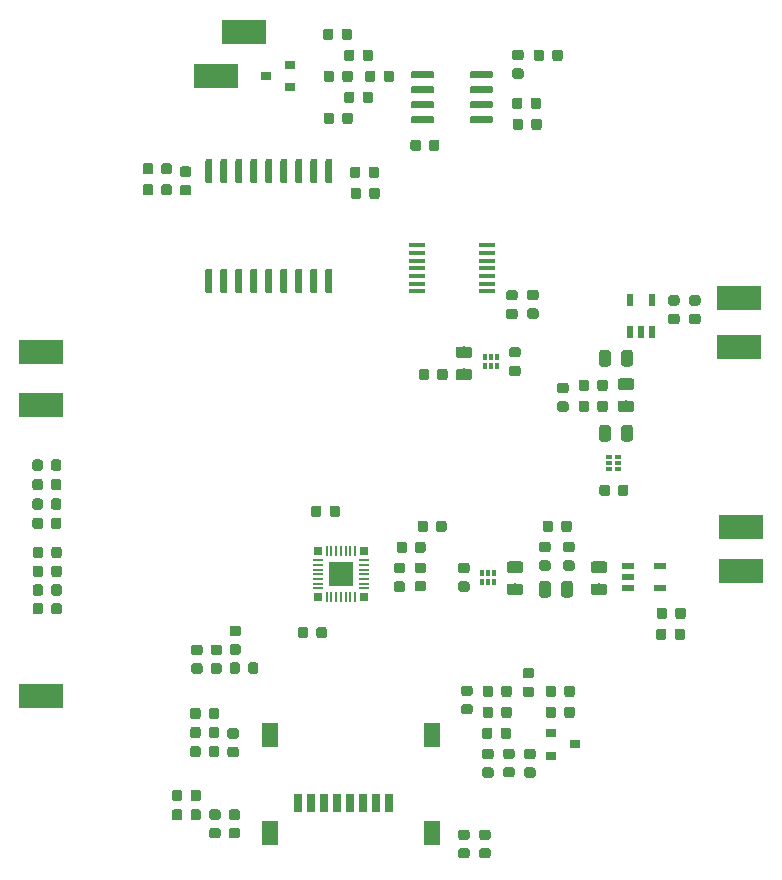
<source format=gbr>
G04 #@! TF.GenerationSoftware,KiCad,Pcbnew,(5.1.4)-1*
G04 #@! TF.CreationDate,2020-01-28T11:40:39-05:00*
G04 #@! TF.ProjectId,PDL_1920,50444c5f-3139-4323-902e-6b696361645f,rev?*
G04 #@! TF.SameCoordinates,Original*
G04 #@! TF.FileFunction,Paste,Top*
G04 #@! TF.FilePolarity,Positive*
%FSLAX46Y46*%
G04 Gerber Fmt 4.6, Leading zero omitted, Abs format (unit mm)*
G04 Created by KiCad (PCBNEW (5.1.4)-1) date 2020-01-28 11:40:39*
%MOMM*%
%LPD*%
G04 APERTURE LIST*
%ADD10C,0.100000*%
%ADD11C,0.875000*%
%ADD12R,3.800000X2.030000*%
%ADD13R,0.200000X0.850000*%
%ADD14R,0.850000X0.200000*%
%ADD15R,2.000000X2.000000*%
%ADD16R,0.780000X0.780000*%
%ADD17R,0.300000X0.490000*%
%ADD18R,0.300000X0.520000*%
%ADD19R,1.450000X2.000000*%
%ADD20R,0.800000X1.500000*%
%ADD21C,0.600000*%
%ADD22R,1.475000X0.450000*%
%ADD23R,1.050000X0.600000*%
%ADD24R,0.600000X1.050000*%
%ADD25R,0.900000X0.800000*%
%ADD26C,0.975000*%
%ADD27R,0.490000X0.300000*%
%ADD28R,0.520000X0.300000*%
G04 APERTURE END LIST*
D10*
G36*
X167282691Y-146616653D02*
G01*
X167303926Y-146619803D01*
X167324750Y-146625019D01*
X167344962Y-146632251D01*
X167364368Y-146641430D01*
X167382781Y-146652466D01*
X167400024Y-146665254D01*
X167415930Y-146679670D01*
X167430346Y-146695576D01*
X167443134Y-146712819D01*
X167454170Y-146731232D01*
X167463349Y-146750638D01*
X167470581Y-146770850D01*
X167475797Y-146791674D01*
X167478947Y-146812909D01*
X167480000Y-146834350D01*
X167480000Y-147271850D01*
X167478947Y-147293291D01*
X167475797Y-147314526D01*
X167470581Y-147335350D01*
X167463349Y-147355562D01*
X167454170Y-147374968D01*
X167443134Y-147393381D01*
X167430346Y-147410624D01*
X167415930Y-147426530D01*
X167400024Y-147440946D01*
X167382781Y-147453734D01*
X167364368Y-147464770D01*
X167344962Y-147473949D01*
X167324750Y-147481181D01*
X167303926Y-147486397D01*
X167282691Y-147489547D01*
X167261250Y-147490600D01*
X166748750Y-147490600D01*
X166727309Y-147489547D01*
X166706074Y-147486397D01*
X166685250Y-147481181D01*
X166665038Y-147473949D01*
X166645632Y-147464770D01*
X166627219Y-147453734D01*
X166609976Y-147440946D01*
X166594070Y-147426530D01*
X166579654Y-147410624D01*
X166566866Y-147393381D01*
X166555830Y-147374968D01*
X166546651Y-147355562D01*
X166539419Y-147335350D01*
X166534203Y-147314526D01*
X166531053Y-147293291D01*
X166530000Y-147271850D01*
X166530000Y-146834350D01*
X166531053Y-146812909D01*
X166534203Y-146791674D01*
X166539419Y-146770850D01*
X166546651Y-146750638D01*
X166555830Y-146731232D01*
X166566866Y-146712819D01*
X166579654Y-146695576D01*
X166594070Y-146679670D01*
X166609976Y-146665254D01*
X166627219Y-146652466D01*
X166645632Y-146641430D01*
X166665038Y-146632251D01*
X166685250Y-146625019D01*
X166706074Y-146619803D01*
X166727309Y-146616653D01*
X166748750Y-146615600D01*
X167261250Y-146615600D01*
X167282691Y-146616653D01*
X167282691Y-146616653D01*
G37*
D11*
X167005000Y-147053100D03*
D10*
G36*
X167282691Y-148191653D02*
G01*
X167303926Y-148194803D01*
X167324750Y-148200019D01*
X167344962Y-148207251D01*
X167364368Y-148216430D01*
X167382781Y-148227466D01*
X167400024Y-148240254D01*
X167415930Y-148254670D01*
X167430346Y-148270576D01*
X167443134Y-148287819D01*
X167454170Y-148306232D01*
X167463349Y-148325638D01*
X167470581Y-148345850D01*
X167475797Y-148366674D01*
X167478947Y-148387909D01*
X167480000Y-148409350D01*
X167480000Y-148846850D01*
X167478947Y-148868291D01*
X167475797Y-148889526D01*
X167470581Y-148910350D01*
X167463349Y-148930562D01*
X167454170Y-148949968D01*
X167443134Y-148968381D01*
X167430346Y-148985624D01*
X167415930Y-149001530D01*
X167400024Y-149015946D01*
X167382781Y-149028734D01*
X167364368Y-149039770D01*
X167344962Y-149048949D01*
X167324750Y-149056181D01*
X167303926Y-149061397D01*
X167282691Y-149064547D01*
X167261250Y-149065600D01*
X166748750Y-149065600D01*
X166727309Y-149064547D01*
X166706074Y-149061397D01*
X166685250Y-149056181D01*
X166665038Y-149048949D01*
X166645632Y-149039770D01*
X166627219Y-149028734D01*
X166609976Y-149015946D01*
X166594070Y-149001530D01*
X166579654Y-148985624D01*
X166566866Y-148968381D01*
X166555830Y-148949968D01*
X166546651Y-148930562D01*
X166539419Y-148910350D01*
X166534203Y-148889526D01*
X166531053Y-148868291D01*
X166530000Y-148846850D01*
X166530000Y-148409350D01*
X166531053Y-148387909D01*
X166534203Y-148366674D01*
X166539419Y-148345850D01*
X166546651Y-148325638D01*
X166555830Y-148306232D01*
X166566866Y-148287819D01*
X166579654Y-148270576D01*
X166594070Y-148254670D01*
X166609976Y-148240254D01*
X166627219Y-148227466D01*
X166645632Y-148216430D01*
X166665038Y-148207251D01*
X166685250Y-148200019D01*
X166706074Y-148194803D01*
X166727309Y-148191653D01*
X166748750Y-148190600D01*
X167261250Y-148190600D01*
X167282691Y-148191653D01*
X167282691Y-148191653D01*
G37*
D11*
X167005000Y-148628100D03*
D12*
X125755400Y-119888000D03*
X125742700Y-124320300D03*
X125742700Y-148983700D03*
X142887700Y-92811600D03*
X140563600Y-96469200D03*
X184975500Y-134658100D03*
X184975500Y-138379200D03*
X184823100Y-119430800D03*
X184823100Y-115316000D03*
D10*
G36*
X138250491Y-105722853D02*
G01*
X138271726Y-105726003D01*
X138292550Y-105731219D01*
X138312762Y-105738451D01*
X138332168Y-105747630D01*
X138350581Y-105758666D01*
X138367824Y-105771454D01*
X138383730Y-105785870D01*
X138398146Y-105801776D01*
X138410934Y-105819019D01*
X138421970Y-105837432D01*
X138431149Y-105856838D01*
X138438381Y-105877050D01*
X138443597Y-105897874D01*
X138446747Y-105919109D01*
X138447800Y-105940550D01*
X138447800Y-106378050D01*
X138446747Y-106399491D01*
X138443597Y-106420726D01*
X138438381Y-106441550D01*
X138431149Y-106461762D01*
X138421970Y-106481168D01*
X138410934Y-106499581D01*
X138398146Y-106516824D01*
X138383730Y-106532730D01*
X138367824Y-106547146D01*
X138350581Y-106559934D01*
X138332168Y-106570970D01*
X138312762Y-106580149D01*
X138292550Y-106587381D01*
X138271726Y-106592597D01*
X138250491Y-106595747D01*
X138229050Y-106596800D01*
X137716550Y-106596800D01*
X137695109Y-106595747D01*
X137673874Y-106592597D01*
X137653050Y-106587381D01*
X137632838Y-106580149D01*
X137613432Y-106570970D01*
X137595019Y-106559934D01*
X137577776Y-106547146D01*
X137561870Y-106532730D01*
X137547454Y-106516824D01*
X137534666Y-106499581D01*
X137523630Y-106481168D01*
X137514451Y-106461762D01*
X137507219Y-106441550D01*
X137502003Y-106420726D01*
X137498853Y-106399491D01*
X137497800Y-106378050D01*
X137497800Y-105940550D01*
X137498853Y-105919109D01*
X137502003Y-105897874D01*
X137507219Y-105877050D01*
X137514451Y-105856838D01*
X137523630Y-105837432D01*
X137534666Y-105819019D01*
X137547454Y-105801776D01*
X137561870Y-105785870D01*
X137577776Y-105771454D01*
X137595019Y-105758666D01*
X137613432Y-105747630D01*
X137632838Y-105738451D01*
X137653050Y-105731219D01*
X137673874Y-105726003D01*
X137695109Y-105722853D01*
X137716550Y-105721800D01*
X138229050Y-105721800D01*
X138250491Y-105722853D01*
X138250491Y-105722853D01*
G37*
D11*
X137972800Y-106159300D03*
D10*
G36*
X138250491Y-104147853D02*
G01*
X138271726Y-104151003D01*
X138292550Y-104156219D01*
X138312762Y-104163451D01*
X138332168Y-104172630D01*
X138350581Y-104183666D01*
X138367824Y-104196454D01*
X138383730Y-104210870D01*
X138398146Y-104226776D01*
X138410934Y-104244019D01*
X138421970Y-104262432D01*
X138431149Y-104281838D01*
X138438381Y-104302050D01*
X138443597Y-104322874D01*
X138446747Y-104344109D01*
X138447800Y-104365550D01*
X138447800Y-104803050D01*
X138446747Y-104824491D01*
X138443597Y-104845726D01*
X138438381Y-104866550D01*
X138431149Y-104886762D01*
X138421970Y-104906168D01*
X138410934Y-104924581D01*
X138398146Y-104941824D01*
X138383730Y-104957730D01*
X138367824Y-104972146D01*
X138350581Y-104984934D01*
X138332168Y-104995970D01*
X138312762Y-105005149D01*
X138292550Y-105012381D01*
X138271726Y-105017597D01*
X138250491Y-105020747D01*
X138229050Y-105021800D01*
X137716550Y-105021800D01*
X137695109Y-105020747D01*
X137673874Y-105017597D01*
X137653050Y-105012381D01*
X137632838Y-105005149D01*
X137613432Y-104995970D01*
X137595019Y-104984934D01*
X137577776Y-104972146D01*
X137561870Y-104957730D01*
X137547454Y-104941824D01*
X137534666Y-104924581D01*
X137523630Y-104906168D01*
X137514451Y-104886762D01*
X137507219Y-104866550D01*
X137502003Y-104845726D01*
X137498853Y-104824491D01*
X137497800Y-104803050D01*
X137497800Y-104365550D01*
X137498853Y-104344109D01*
X137502003Y-104322874D01*
X137507219Y-104302050D01*
X137514451Y-104281838D01*
X137523630Y-104262432D01*
X137534666Y-104244019D01*
X137547454Y-104226776D01*
X137561870Y-104210870D01*
X137577776Y-104196454D01*
X137595019Y-104183666D01*
X137613432Y-104172630D01*
X137632838Y-104163451D01*
X137653050Y-104156219D01*
X137673874Y-104151003D01*
X137695109Y-104147853D01*
X137716550Y-104146800D01*
X138229050Y-104146800D01*
X138250491Y-104147853D01*
X138250491Y-104147853D01*
G37*
D11*
X137972800Y-104584300D03*
D10*
G36*
X159968091Y-121293653D02*
G01*
X159989326Y-121296803D01*
X160010150Y-121302019D01*
X160030362Y-121309251D01*
X160049768Y-121318430D01*
X160068181Y-121329466D01*
X160085424Y-121342254D01*
X160101330Y-121356670D01*
X160115746Y-121372576D01*
X160128534Y-121389819D01*
X160139570Y-121408232D01*
X160148749Y-121427638D01*
X160155981Y-121447850D01*
X160161197Y-121468674D01*
X160164347Y-121489909D01*
X160165400Y-121511350D01*
X160165400Y-122023850D01*
X160164347Y-122045291D01*
X160161197Y-122066526D01*
X160155981Y-122087350D01*
X160148749Y-122107562D01*
X160139570Y-122126968D01*
X160128534Y-122145381D01*
X160115746Y-122162624D01*
X160101330Y-122178530D01*
X160085424Y-122192946D01*
X160068181Y-122205734D01*
X160049768Y-122216770D01*
X160030362Y-122225949D01*
X160010150Y-122233181D01*
X159989326Y-122238397D01*
X159968091Y-122241547D01*
X159946650Y-122242600D01*
X159509150Y-122242600D01*
X159487709Y-122241547D01*
X159466474Y-122238397D01*
X159445650Y-122233181D01*
X159425438Y-122225949D01*
X159406032Y-122216770D01*
X159387619Y-122205734D01*
X159370376Y-122192946D01*
X159354470Y-122178530D01*
X159340054Y-122162624D01*
X159327266Y-122145381D01*
X159316230Y-122126968D01*
X159307051Y-122107562D01*
X159299819Y-122087350D01*
X159294603Y-122066526D01*
X159291453Y-122045291D01*
X159290400Y-122023850D01*
X159290400Y-121511350D01*
X159291453Y-121489909D01*
X159294603Y-121468674D01*
X159299819Y-121447850D01*
X159307051Y-121427638D01*
X159316230Y-121408232D01*
X159327266Y-121389819D01*
X159340054Y-121372576D01*
X159354470Y-121356670D01*
X159370376Y-121342254D01*
X159387619Y-121329466D01*
X159406032Y-121318430D01*
X159425438Y-121309251D01*
X159445650Y-121302019D01*
X159466474Y-121296803D01*
X159487709Y-121293653D01*
X159509150Y-121292600D01*
X159946650Y-121292600D01*
X159968091Y-121293653D01*
X159968091Y-121293653D01*
G37*
D11*
X159727900Y-121767600D03*
D10*
G36*
X158393091Y-121293653D02*
G01*
X158414326Y-121296803D01*
X158435150Y-121302019D01*
X158455362Y-121309251D01*
X158474768Y-121318430D01*
X158493181Y-121329466D01*
X158510424Y-121342254D01*
X158526330Y-121356670D01*
X158540746Y-121372576D01*
X158553534Y-121389819D01*
X158564570Y-121408232D01*
X158573749Y-121427638D01*
X158580981Y-121447850D01*
X158586197Y-121468674D01*
X158589347Y-121489909D01*
X158590400Y-121511350D01*
X158590400Y-122023850D01*
X158589347Y-122045291D01*
X158586197Y-122066526D01*
X158580981Y-122087350D01*
X158573749Y-122107562D01*
X158564570Y-122126968D01*
X158553534Y-122145381D01*
X158540746Y-122162624D01*
X158526330Y-122178530D01*
X158510424Y-122192946D01*
X158493181Y-122205734D01*
X158474768Y-122216770D01*
X158455362Y-122225949D01*
X158435150Y-122233181D01*
X158414326Y-122238397D01*
X158393091Y-122241547D01*
X158371650Y-122242600D01*
X157934150Y-122242600D01*
X157912709Y-122241547D01*
X157891474Y-122238397D01*
X157870650Y-122233181D01*
X157850438Y-122225949D01*
X157831032Y-122216770D01*
X157812619Y-122205734D01*
X157795376Y-122192946D01*
X157779470Y-122178530D01*
X157765054Y-122162624D01*
X157752266Y-122145381D01*
X157741230Y-122126968D01*
X157732051Y-122107562D01*
X157724819Y-122087350D01*
X157719603Y-122066526D01*
X157716453Y-122045291D01*
X157715400Y-122023850D01*
X157715400Y-121511350D01*
X157716453Y-121489909D01*
X157719603Y-121468674D01*
X157724819Y-121447850D01*
X157732051Y-121427638D01*
X157741230Y-121408232D01*
X157752266Y-121389819D01*
X157765054Y-121372576D01*
X157779470Y-121356670D01*
X157795376Y-121342254D01*
X157812619Y-121329466D01*
X157831032Y-121318430D01*
X157850438Y-121309251D01*
X157870650Y-121302019D01*
X157891474Y-121296803D01*
X157912709Y-121293653D01*
X157934150Y-121292600D01*
X158371650Y-121292600D01*
X158393091Y-121293653D01*
X158393091Y-121293653D01*
G37*
D11*
X158152900Y-121767600D03*
D13*
X152330000Y-136734000D03*
X151930000Y-136734000D03*
X151530000Y-136734000D03*
X151130000Y-136734000D03*
X150730000Y-136734000D03*
X150330000Y-136734000D03*
X149930000Y-136734000D03*
D14*
X149180000Y-137484000D03*
X149180000Y-137884000D03*
X149180000Y-138284000D03*
X149180000Y-138684000D03*
X149180000Y-139084000D03*
X149180000Y-139484000D03*
X149180000Y-139884000D03*
D13*
X149930000Y-140634000D03*
X150330000Y-140634000D03*
X150730000Y-140634000D03*
X151130000Y-140634000D03*
X151530000Y-140634000D03*
X151930000Y-140634000D03*
X152330000Y-140634000D03*
D14*
X153080000Y-139884000D03*
X153080000Y-139484000D03*
X153080000Y-139084000D03*
X153080000Y-138684000D03*
X153080000Y-138284000D03*
X153080000Y-137884000D03*
X153080000Y-137484000D03*
D15*
X151130000Y-138684000D03*
D16*
X153080000Y-136734000D03*
X149180000Y-136734000D03*
X149180000Y-140634000D03*
X153080000Y-140634000D03*
D17*
X163330000Y-120275000D03*
X163830000Y-120275000D03*
X164330000Y-120275000D03*
X164330000Y-121025000D03*
D18*
X163330000Y-121040000D03*
D17*
X163830000Y-121025000D03*
D19*
X158860000Y-160610000D03*
X158860000Y-152310000D03*
X145110000Y-152310000D03*
X145110000Y-160610000D03*
D20*
X147490000Y-158010000D03*
X148590000Y-158010000D03*
X149690000Y-158010000D03*
X150790000Y-158010000D03*
X151890000Y-158010000D03*
X152990000Y-158010000D03*
X154090000Y-158010000D03*
X155190000Y-158010000D03*
D10*
G36*
X169150191Y-148116053D02*
G01*
X169171426Y-148119203D01*
X169192250Y-148124419D01*
X169212462Y-148131651D01*
X169231868Y-148140830D01*
X169250281Y-148151866D01*
X169267524Y-148164654D01*
X169283430Y-148179070D01*
X169297846Y-148194976D01*
X169310634Y-148212219D01*
X169321670Y-148230632D01*
X169330849Y-148250038D01*
X169338081Y-148270250D01*
X169343297Y-148291074D01*
X169346447Y-148312309D01*
X169347500Y-148333750D01*
X169347500Y-148846250D01*
X169346447Y-148867691D01*
X169343297Y-148888926D01*
X169338081Y-148909750D01*
X169330849Y-148929962D01*
X169321670Y-148949368D01*
X169310634Y-148967781D01*
X169297846Y-148985024D01*
X169283430Y-149000930D01*
X169267524Y-149015346D01*
X169250281Y-149028134D01*
X169231868Y-149039170D01*
X169212462Y-149048349D01*
X169192250Y-149055581D01*
X169171426Y-149060797D01*
X169150191Y-149063947D01*
X169128750Y-149065000D01*
X168691250Y-149065000D01*
X168669809Y-149063947D01*
X168648574Y-149060797D01*
X168627750Y-149055581D01*
X168607538Y-149048349D01*
X168588132Y-149039170D01*
X168569719Y-149028134D01*
X168552476Y-149015346D01*
X168536570Y-149000930D01*
X168522154Y-148985024D01*
X168509366Y-148967781D01*
X168498330Y-148949368D01*
X168489151Y-148929962D01*
X168481919Y-148909750D01*
X168476703Y-148888926D01*
X168473553Y-148867691D01*
X168472500Y-148846250D01*
X168472500Y-148333750D01*
X168473553Y-148312309D01*
X168476703Y-148291074D01*
X168481919Y-148270250D01*
X168489151Y-148250038D01*
X168498330Y-148230632D01*
X168509366Y-148212219D01*
X168522154Y-148194976D01*
X168536570Y-148179070D01*
X168552476Y-148164654D01*
X168569719Y-148151866D01*
X168588132Y-148140830D01*
X168607538Y-148131651D01*
X168627750Y-148124419D01*
X168648574Y-148119203D01*
X168669809Y-148116053D01*
X168691250Y-148115000D01*
X169128750Y-148115000D01*
X169150191Y-148116053D01*
X169150191Y-148116053D01*
G37*
D11*
X168910000Y-148590000D03*
D10*
G36*
X170725191Y-148116053D02*
G01*
X170746426Y-148119203D01*
X170767250Y-148124419D01*
X170787462Y-148131651D01*
X170806868Y-148140830D01*
X170825281Y-148151866D01*
X170842524Y-148164654D01*
X170858430Y-148179070D01*
X170872846Y-148194976D01*
X170885634Y-148212219D01*
X170896670Y-148230632D01*
X170905849Y-148250038D01*
X170913081Y-148270250D01*
X170918297Y-148291074D01*
X170921447Y-148312309D01*
X170922500Y-148333750D01*
X170922500Y-148846250D01*
X170921447Y-148867691D01*
X170918297Y-148888926D01*
X170913081Y-148909750D01*
X170905849Y-148929962D01*
X170896670Y-148949368D01*
X170885634Y-148967781D01*
X170872846Y-148985024D01*
X170858430Y-149000930D01*
X170842524Y-149015346D01*
X170825281Y-149028134D01*
X170806868Y-149039170D01*
X170787462Y-149048349D01*
X170767250Y-149055581D01*
X170746426Y-149060797D01*
X170725191Y-149063947D01*
X170703750Y-149065000D01*
X170266250Y-149065000D01*
X170244809Y-149063947D01*
X170223574Y-149060797D01*
X170202750Y-149055581D01*
X170182538Y-149048349D01*
X170163132Y-149039170D01*
X170144719Y-149028134D01*
X170127476Y-149015346D01*
X170111570Y-149000930D01*
X170097154Y-148985024D01*
X170084366Y-148967781D01*
X170073330Y-148949368D01*
X170064151Y-148929962D01*
X170056919Y-148909750D01*
X170051703Y-148888926D01*
X170048553Y-148867691D01*
X170047500Y-148846250D01*
X170047500Y-148333750D01*
X170048553Y-148312309D01*
X170051703Y-148291074D01*
X170056919Y-148270250D01*
X170064151Y-148250038D01*
X170073330Y-148230632D01*
X170084366Y-148212219D01*
X170097154Y-148194976D01*
X170111570Y-148179070D01*
X170127476Y-148164654D01*
X170144719Y-148151866D01*
X170163132Y-148140830D01*
X170182538Y-148131651D01*
X170202750Y-148124419D01*
X170223574Y-148119203D01*
X170244809Y-148116053D01*
X170266250Y-148115000D01*
X170703750Y-148115000D01*
X170725191Y-148116053D01*
X170725191Y-148116053D01*
G37*
D11*
X170485000Y-148590000D03*
D10*
G36*
X150278703Y-112845722D02*
G01*
X150293264Y-112847882D01*
X150307543Y-112851459D01*
X150321403Y-112856418D01*
X150334710Y-112862712D01*
X150347336Y-112870280D01*
X150359159Y-112879048D01*
X150370066Y-112888934D01*
X150379952Y-112899841D01*
X150388720Y-112911664D01*
X150396288Y-112924290D01*
X150402582Y-112937597D01*
X150407541Y-112951457D01*
X150411118Y-112965736D01*
X150413278Y-112980297D01*
X150414000Y-112995000D01*
X150414000Y-114745000D01*
X150413278Y-114759703D01*
X150411118Y-114774264D01*
X150407541Y-114788543D01*
X150402582Y-114802403D01*
X150396288Y-114815710D01*
X150388720Y-114828336D01*
X150379952Y-114840159D01*
X150370066Y-114851066D01*
X150359159Y-114860952D01*
X150347336Y-114869720D01*
X150334710Y-114877288D01*
X150321403Y-114883582D01*
X150307543Y-114888541D01*
X150293264Y-114892118D01*
X150278703Y-114894278D01*
X150264000Y-114895000D01*
X149964000Y-114895000D01*
X149949297Y-114894278D01*
X149934736Y-114892118D01*
X149920457Y-114888541D01*
X149906597Y-114883582D01*
X149893290Y-114877288D01*
X149880664Y-114869720D01*
X149868841Y-114860952D01*
X149857934Y-114851066D01*
X149848048Y-114840159D01*
X149839280Y-114828336D01*
X149831712Y-114815710D01*
X149825418Y-114802403D01*
X149820459Y-114788543D01*
X149816882Y-114774264D01*
X149814722Y-114759703D01*
X149814000Y-114745000D01*
X149814000Y-112995000D01*
X149814722Y-112980297D01*
X149816882Y-112965736D01*
X149820459Y-112951457D01*
X149825418Y-112937597D01*
X149831712Y-112924290D01*
X149839280Y-112911664D01*
X149848048Y-112899841D01*
X149857934Y-112888934D01*
X149868841Y-112879048D01*
X149880664Y-112870280D01*
X149893290Y-112862712D01*
X149906597Y-112856418D01*
X149920457Y-112851459D01*
X149934736Y-112847882D01*
X149949297Y-112845722D01*
X149964000Y-112845000D01*
X150264000Y-112845000D01*
X150278703Y-112845722D01*
X150278703Y-112845722D01*
G37*
D21*
X150114000Y-113870000D03*
D10*
G36*
X149008703Y-112845722D02*
G01*
X149023264Y-112847882D01*
X149037543Y-112851459D01*
X149051403Y-112856418D01*
X149064710Y-112862712D01*
X149077336Y-112870280D01*
X149089159Y-112879048D01*
X149100066Y-112888934D01*
X149109952Y-112899841D01*
X149118720Y-112911664D01*
X149126288Y-112924290D01*
X149132582Y-112937597D01*
X149137541Y-112951457D01*
X149141118Y-112965736D01*
X149143278Y-112980297D01*
X149144000Y-112995000D01*
X149144000Y-114745000D01*
X149143278Y-114759703D01*
X149141118Y-114774264D01*
X149137541Y-114788543D01*
X149132582Y-114802403D01*
X149126288Y-114815710D01*
X149118720Y-114828336D01*
X149109952Y-114840159D01*
X149100066Y-114851066D01*
X149089159Y-114860952D01*
X149077336Y-114869720D01*
X149064710Y-114877288D01*
X149051403Y-114883582D01*
X149037543Y-114888541D01*
X149023264Y-114892118D01*
X149008703Y-114894278D01*
X148994000Y-114895000D01*
X148694000Y-114895000D01*
X148679297Y-114894278D01*
X148664736Y-114892118D01*
X148650457Y-114888541D01*
X148636597Y-114883582D01*
X148623290Y-114877288D01*
X148610664Y-114869720D01*
X148598841Y-114860952D01*
X148587934Y-114851066D01*
X148578048Y-114840159D01*
X148569280Y-114828336D01*
X148561712Y-114815710D01*
X148555418Y-114802403D01*
X148550459Y-114788543D01*
X148546882Y-114774264D01*
X148544722Y-114759703D01*
X148544000Y-114745000D01*
X148544000Y-112995000D01*
X148544722Y-112980297D01*
X148546882Y-112965736D01*
X148550459Y-112951457D01*
X148555418Y-112937597D01*
X148561712Y-112924290D01*
X148569280Y-112911664D01*
X148578048Y-112899841D01*
X148587934Y-112888934D01*
X148598841Y-112879048D01*
X148610664Y-112870280D01*
X148623290Y-112862712D01*
X148636597Y-112856418D01*
X148650457Y-112851459D01*
X148664736Y-112847882D01*
X148679297Y-112845722D01*
X148694000Y-112845000D01*
X148994000Y-112845000D01*
X149008703Y-112845722D01*
X149008703Y-112845722D01*
G37*
D21*
X148844000Y-113870000D03*
D10*
G36*
X147738703Y-112845722D02*
G01*
X147753264Y-112847882D01*
X147767543Y-112851459D01*
X147781403Y-112856418D01*
X147794710Y-112862712D01*
X147807336Y-112870280D01*
X147819159Y-112879048D01*
X147830066Y-112888934D01*
X147839952Y-112899841D01*
X147848720Y-112911664D01*
X147856288Y-112924290D01*
X147862582Y-112937597D01*
X147867541Y-112951457D01*
X147871118Y-112965736D01*
X147873278Y-112980297D01*
X147874000Y-112995000D01*
X147874000Y-114745000D01*
X147873278Y-114759703D01*
X147871118Y-114774264D01*
X147867541Y-114788543D01*
X147862582Y-114802403D01*
X147856288Y-114815710D01*
X147848720Y-114828336D01*
X147839952Y-114840159D01*
X147830066Y-114851066D01*
X147819159Y-114860952D01*
X147807336Y-114869720D01*
X147794710Y-114877288D01*
X147781403Y-114883582D01*
X147767543Y-114888541D01*
X147753264Y-114892118D01*
X147738703Y-114894278D01*
X147724000Y-114895000D01*
X147424000Y-114895000D01*
X147409297Y-114894278D01*
X147394736Y-114892118D01*
X147380457Y-114888541D01*
X147366597Y-114883582D01*
X147353290Y-114877288D01*
X147340664Y-114869720D01*
X147328841Y-114860952D01*
X147317934Y-114851066D01*
X147308048Y-114840159D01*
X147299280Y-114828336D01*
X147291712Y-114815710D01*
X147285418Y-114802403D01*
X147280459Y-114788543D01*
X147276882Y-114774264D01*
X147274722Y-114759703D01*
X147274000Y-114745000D01*
X147274000Y-112995000D01*
X147274722Y-112980297D01*
X147276882Y-112965736D01*
X147280459Y-112951457D01*
X147285418Y-112937597D01*
X147291712Y-112924290D01*
X147299280Y-112911664D01*
X147308048Y-112899841D01*
X147317934Y-112888934D01*
X147328841Y-112879048D01*
X147340664Y-112870280D01*
X147353290Y-112862712D01*
X147366597Y-112856418D01*
X147380457Y-112851459D01*
X147394736Y-112847882D01*
X147409297Y-112845722D01*
X147424000Y-112845000D01*
X147724000Y-112845000D01*
X147738703Y-112845722D01*
X147738703Y-112845722D01*
G37*
D21*
X147574000Y-113870000D03*
D10*
G36*
X146468703Y-112845722D02*
G01*
X146483264Y-112847882D01*
X146497543Y-112851459D01*
X146511403Y-112856418D01*
X146524710Y-112862712D01*
X146537336Y-112870280D01*
X146549159Y-112879048D01*
X146560066Y-112888934D01*
X146569952Y-112899841D01*
X146578720Y-112911664D01*
X146586288Y-112924290D01*
X146592582Y-112937597D01*
X146597541Y-112951457D01*
X146601118Y-112965736D01*
X146603278Y-112980297D01*
X146604000Y-112995000D01*
X146604000Y-114745000D01*
X146603278Y-114759703D01*
X146601118Y-114774264D01*
X146597541Y-114788543D01*
X146592582Y-114802403D01*
X146586288Y-114815710D01*
X146578720Y-114828336D01*
X146569952Y-114840159D01*
X146560066Y-114851066D01*
X146549159Y-114860952D01*
X146537336Y-114869720D01*
X146524710Y-114877288D01*
X146511403Y-114883582D01*
X146497543Y-114888541D01*
X146483264Y-114892118D01*
X146468703Y-114894278D01*
X146454000Y-114895000D01*
X146154000Y-114895000D01*
X146139297Y-114894278D01*
X146124736Y-114892118D01*
X146110457Y-114888541D01*
X146096597Y-114883582D01*
X146083290Y-114877288D01*
X146070664Y-114869720D01*
X146058841Y-114860952D01*
X146047934Y-114851066D01*
X146038048Y-114840159D01*
X146029280Y-114828336D01*
X146021712Y-114815710D01*
X146015418Y-114802403D01*
X146010459Y-114788543D01*
X146006882Y-114774264D01*
X146004722Y-114759703D01*
X146004000Y-114745000D01*
X146004000Y-112995000D01*
X146004722Y-112980297D01*
X146006882Y-112965736D01*
X146010459Y-112951457D01*
X146015418Y-112937597D01*
X146021712Y-112924290D01*
X146029280Y-112911664D01*
X146038048Y-112899841D01*
X146047934Y-112888934D01*
X146058841Y-112879048D01*
X146070664Y-112870280D01*
X146083290Y-112862712D01*
X146096597Y-112856418D01*
X146110457Y-112851459D01*
X146124736Y-112847882D01*
X146139297Y-112845722D01*
X146154000Y-112845000D01*
X146454000Y-112845000D01*
X146468703Y-112845722D01*
X146468703Y-112845722D01*
G37*
D21*
X146304000Y-113870000D03*
D10*
G36*
X145198703Y-112845722D02*
G01*
X145213264Y-112847882D01*
X145227543Y-112851459D01*
X145241403Y-112856418D01*
X145254710Y-112862712D01*
X145267336Y-112870280D01*
X145279159Y-112879048D01*
X145290066Y-112888934D01*
X145299952Y-112899841D01*
X145308720Y-112911664D01*
X145316288Y-112924290D01*
X145322582Y-112937597D01*
X145327541Y-112951457D01*
X145331118Y-112965736D01*
X145333278Y-112980297D01*
X145334000Y-112995000D01*
X145334000Y-114745000D01*
X145333278Y-114759703D01*
X145331118Y-114774264D01*
X145327541Y-114788543D01*
X145322582Y-114802403D01*
X145316288Y-114815710D01*
X145308720Y-114828336D01*
X145299952Y-114840159D01*
X145290066Y-114851066D01*
X145279159Y-114860952D01*
X145267336Y-114869720D01*
X145254710Y-114877288D01*
X145241403Y-114883582D01*
X145227543Y-114888541D01*
X145213264Y-114892118D01*
X145198703Y-114894278D01*
X145184000Y-114895000D01*
X144884000Y-114895000D01*
X144869297Y-114894278D01*
X144854736Y-114892118D01*
X144840457Y-114888541D01*
X144826597Y-114883582D01*
X144813290Y-114877288D01*
X144800664Y-114869720D01*
X144788841Y-114860952D01*
X144777934Y-114851066D01*
X144768048Y-114840159D01*
X144759280Y-114828336D01*
X144751712Y-114815710D01*
X144745418Y-114802403D01*
X144740459Y-114788543D01*
X144736882Y-114774264D01*
X144734722Y-114759703D01*
X144734000Y-114745000D01*
X144734000Y-112995000D01*
X144734722Y-112980297D01*
X144736882Y-112965736D01*
X144740459Y-112951457D01*
X144745418Y-112937597D01*
X144751712Y-112924290D01*
X144759280Y-112911664D01*
X144768048Y-112899841D01*
X144777934Y-112888934D01*
X144788841Y-112879048D01*
X144800664Y-112870280D01*
X144813290Y-112862712D01*
X144826597Y-112856418D01*
X144840457Y-112851459D01*
X144854736Y-112847882D01*
X144869297Y-112845722D01*
X144884000Y-112845000D01*
X145184000Y-112845000D01*
X145198703Y-112845722D01*
X145198703Y-112845722D01*
G37*
D21*
X145034000Y-113870000D03*
D10*
G36*
X143928703Y-112845722D02*
G01*
X143943264Y-112847882D01*
X143957543Y-112851459D01*
X143971403Y-112856418D01*
X143984710Y-112862712D01*
X143997336Y-112870280D01*
X144009159Y-112879048D01*
X144020066Y-112888934D01*
X144029952Y-112899841D01*
X144038720Y-112911664D01*
X144046288Y-112924290D01*
X144052582Y-112937597D01*
X144057541Y-112951457D01*
X144061118Y-112965736D01*
X144063278Y-112980297D01*
X144064000Y-112995000D01*
X144064000Y-114745000D01*
X144063278Y-114759703D01*
X144061118Y-114774264D01*
X144057541Y-114788543D01*
X144052582Y-114802403D01*
X144046288Y-114815710D01*
X144038720Y-114828336D01*
X144029952Y-114840159D01*
X144020066Y-114851066D01*
X144009159Y-114860952D01*
X143997336Y-114869720D01*
X143984710Y-114877288D01*
X143971403Y-114883582D01*
X143957543Y-114888541D01*
X143943264Y-114892118D01*
X143928703Y-114894278D01*
X143914000Y-114895000D01*
X143614000Y-114895000D01*
X143599297Y-114894278D01*
X143584736Y-114892118D01*
X143570457Y-114888541D01*
X143556597Y-114883582D01*
X143543290Y-114877288D01*
X143530664Y-114869720D01*
X143518841Y-114860952D01*
X143507934Y-114851066D01*
X143498048Y-114840159D01*
X143489280Y-114828336D01*
X143481712Y-114815710D01*
X143475418Y-114802403D01*
X143470459Y-114788543D01*
X143466882Y-114774264D01*
X143464722Y-114759703D01*
X143464000Y-114745000D01*
X143464000Y-112995000D01*
X143464722Y-112980297D01*
X143466882Y-112965736D01*
X143470459Y-112951457D01*
X143475418Y-112937597D01*
X143481712Y-112924290D01*
X143489280Y-112911664D01*
X143498048Y-112899841D01*
X143507934Y-112888934D01*
X143518841Y-112879048D01*
X143530664Y-112870280D01*
X143543290Y-112862712D01*
X143556597Y-112856418D01*
X143570457Y-112851459D01*
X143584736Y-112847882D01*
X143599297Y-112845722D01*
X143614000Y-112845000D01*
X143914000Y-112845000D01*
X143928703Y-112845722D01*
X143928703Y-112845722D01*
G37*
D21*
X143764000Y-113870000D03*
D10*
G36*
X142658703Y-112845722D02*
G01*
X142673264Y-112847882D01*
X142687543Y-112851459D01*
X142701403Y-112856418D01*
X142714710Y-112862712D01*
X142727336Y-112870280D01*
X142739159Y-112879048D01*
X142750066Y-112888934D01*
X142759952Y-112899841D01*
X142768720Y-112911664D01*
X142776288Y-112924290D01*
X142782582Y-112937597D01*
X142787541Y-112951457D01*
X142791118Y-112965736D01*
X142793278Y-112980297D01*
X142794000Y-112995000D01*
X142794000Y-114745000D01*
X142793278Y-114759703D01*
X142791118Y-114774264D01*
X142787541Y-114788543D01*
X142782582Y-114802403D01*
X142776288Y-114815710D01*
X142768720Y-114828336D01*
X142759952Y-114840159D01*
X142750066Y-114851066D01*
X142739159Y-114860952D01*
X142727336Y-114869720D01*
X142714710Y-114877288D01*
X142701403Y-114883582D01*
X142687543Y-114888541D01*
X142673264Y-114892118D01*
X142658703Y-114894278D01*
X142644000Y-114895000D01*
X142344000Y-114895000D01*
X142329297Y-114894278D01*
X142314736Y-114892118D01*
X142300457Y-114888541D01*
X142286597Y-114883582D01*
X142273290Y-114877288D01*
X142260664Y-114869720D01*
X142248841Y-114860952D01*
X142237934Y-114851066D01*
X142228048Y-114840159D01*
X142219280Y-114828336D01*
X142211712Y-114815710D01*
X142205418Y-114802403D01*
X142200459Y-114788543D01*
X142196882Y-114774264D01*
X142194722Y-114759703D01*
X142194000Y-114745000D01*
X142194000Y-112995000D01*
X142194722Y-112980297D01*
X142196882Y-112965736D01*
X142200459Y-112951457D01*
X142205418Y-112937597D01*
X142211712Y-112924290D01*
X142219280Y-112911664D01*
X142228048Y-112899841D01*
X142237934Y-112888934D01*
X142248841Y-112879048D01*
X142260664Y-112870280D01*
X142273290Y-112862712D01*
X142286597Y-112856418D01*
X142300457Y-112851459D01*
X142314736Y-112847882D01*
X142329297Y-112845722D01*
X142344000Y-112845000D01*
X142644000Y-112845000D01*
X142658703Y-112845722D01*
X142658703Y-112845722D01*
G37*
D21*
X142494000Y-113870000D03*
D10*
G36*
X141388703Y-112845722D02*
G01*
X141403264Y-112847882D01*
X141417543Y-112851459D01*
X141431403Y-112856418D01*
X141444710Y-112862712D01*
X141457336Y-112870280D01*
X141469159Y-112879048D01*
X141480066Y-112888934D01*
X141489952Y-112899841D01*
X141498720Y-112911664D01*
X141506288Y-112924290D01*
X141512582Y-112937597D01*
X141517541Y-112951457D01*
X141521118Y-112965736D01*
X141523278Y-112980297D01*
X141524000Y-112995000D01*
X141524000Y-114745000D01*
X141523278Y-114759703D01*
X141521118Y-114774264D01*
X141517541Y-114788543D01*
X141512582Y-114802403D01*
X141506288Y-114815710D01*
X141498720Y-114828336D01*
X141489952Y-114840159D01*
X141480066Y-114851066D01*
X141469159Y-114860952D01*
X141457336Y-114869720D01*
X141444710Y-114877288D01*
X141431403Y-114883582D01*
X141417543Y-114888541D01*
X141403264Y-114892118D01*
X141388703Y-114894278D01*
X141374000Y-114895000D01*
X141074000Y-114895000D01*
X141059297Y-114894278D01*
X141044736Y-114892118D01*
X141030457Y-114888541D01*
X141016597Y-114883582D01*
X141003290Y-114877288D01*
X140990664Y-114869720D01*
X140978841Y-114860952D01*
X140967934Y-114851066D01*
X140958048Y-114840159D01*
X140949280Y-114828336D01*
X140941712Y-114815710D01*
X140935418Y-114802403D01*
X140930459Y-114788543D01*
X140926882Y-114774264D01*
X140924722Y-114759703D01*
X140924000Y-114745000D01*
X140924000Y-112995000D01*
X140924722Y-112980297D01*
X140926882Y-112965736D01*
X140930459Y-112951457D01*
X140935418Y-112937597D01*
X140941712Y-112924290D01*
X140949280Y-112911664D01*
X140958048Y-112899841D01*
X140967934Y-112888934D01*
X140978841Y-112879048D01*
X140990664Y-112870280D01*
X141003290Y-112862712D01*
X141016597Y-112856418D01*
X141030457Y-112851459D01*
X141044736Y-112847882D01*
X141059297Y-112845722D01*
X141074000Y-112845000D01*
X141374000Y-112845000D01*
X141388703Y-112845722D01*
X141388703Y-112845722D01*
G37*
D21*
X141224000Y-113870000D03*
D10*
G36*
X140118703Y-112845722D02*
G01*
X140133264Y-112847882D01*
X140147543Y-112851459D01*
X140161403Y-112856418D01*
X140174710Y-112862712D01*
X140187336Y-112870280D01*
X140199159Y-112879048D01*
X140210066Y-112888934D01*
X140219952Y-112899841D01*
X140228720Y-112911664D01*
X140236288Y-112924290D01*
X140242582Y-112937597D01*
X140247541Y-112951457D01*
X140251118Y-112965736D01*
X140253278Y-112980297D01*
X140254000Y-112995000D01*
X140254000Y-114745000D01*
X140253278Y-114759703D01*
X140251118Y-114774264D01*
X140247541Y-114788543D01*
X140242582Y-114802403D01*
X140236288Y-114815710D01*
X140228720Y-114828336D01*
X140219952Y-114840159D01*
X140210066Y-114851066D01*
X140199159Y-114860952D01*
X140187336Y-114869720D01*
X140174710Y-114877288D01*
X140161403Y-114883582D01*
X140147543Y-114888541D01*
X140133264Y-114892118D01*
X140118703Y-114894278D01*
X140104000Y-114895000D01*
X139804000Y-114895000D01*
X139789297Y-114894278D01*
X139774736Y-114892118D01*
X139760457Y-114888541D01*
X139746597Y-114883582D01*
X139733290Y-114877288D01*
X139720664Y-114869720D01*
X139708841Y-114860952D01*
X139697934Y-114851066D01*
X139688048Y-114840159D01*
X139679280Y-114828336D01*
X139671712Y-114815710D01*
X139665418Y-114802403D01*
X139660459Y-114788543D01*
X139656882Y-114774264D01*
X139654722Y-114759703D01*
X139654000Y-114745000D01*
X139654000Y-112995000D01*
X139654722Y-112980297D01*
X139656882Y-112965736D01*
X139660459Y-112951457D01*
X139665418Y-112937597D01*
X139671712Y-112924290D01*
X139679280Y-112911664D01*
X139688048Y-112899841D01*
X139697934Y-112888934D01*
X139708841Y-112879048D01*
X139720664Y-112870280D01*
X139733290Y-112862712D01*
X139746597Y-112856418D01*
X139760457Y-112851459D01*
X139774736Y-112847882D01*
X139789297Y-112845722D01*
X139804000Y-112845000D01*
X140104000Y-112845000D01*
X140118703Y-112845722D01*
X140118703Y-112845722D01*
G37*
D21*
X139954000Y-113870000D03*
D10*
G36*
X140118703Y-103545722D02*
G01*
X140133264Y-103547882D01*
X140147543Y-103551459D01*
X140161403Y-103556418D01*
X140174710Y-103562712D01*
X140187336Y-103570280D01*
X140199159Y-103579048D01*
X140210066Y-103588934D01*
X140219952Y-103599841D01*
X140228720Y-103611664D01*
X140236288Y-103624290D01*
X140242582Y-103637597D01*
X140247541Y-103651457D01*
X140251118Y-103665736D01*
X140253278Y-103680297D01*
X140254000Y-103695000D01*
X140254000Y-105445000D01*
X140253278Y-105459703D01*
X140251118Y-105474264D01*
X140247541Y-105488543D01*
X140242582Y-105502403D01*
X140236288Y-105515710D01*
X140228720Y-105528336D01*
X140219952Y-105540159D01*
X140210066Y-105551066D01*
X140199159Y-105560952D01*
X140187336Y-105569720D01*
X140174710Y-105577288D01*
X140161403Y-105583582D01*
X140147543Y-105588541D01*
X140133264Y-105592118D01*
X140118703Y-105594278D01*
X140104000Y-105595000D01*
X139804000Y-105595000D01*
X139789297Y-105594278D01*
X139774736Y-105592118D01*
X139760457Y-105588541D01*
X139746597Y-105583582D01*
X139733290Y-105577288D01*
X139720664Y-105569720D01*
X139708841Y-105560952D01*
X139697934Y-105551066D01*
X139688048Y-105540159D01*
X139679280Y-105528336D01*
X139671712Y-105515710D01*
X139665418Y-105502403D01*
X139660459Y-105488543D01*
X139656882Y-105474264D01*
X139654722Y-105459703D01*
X139654000Y-105445000D01*
X139654000Y-103695000D01*
X139654722Y-103680297D01*
X139656882Y-103665736D01*
X139660459Y-103651457D01*
X139665418Y-103637597D01*
X139671712Y-103624290D01*
X139679280Y-103611664D01*
X139688048Y-103599841D01*
X139697934Y-103588934D01*
X139708841Y-103579048D01*
X139720664Y-103570280D01*
X139733290Y-103562712D01*
X139746597Y-103556418D01*
X139760457Y-103551459D01*
X139774736Y-103547882D01*
X139789297Y-103545722D01*
X139804000Y-103545000D01*
X140104000Y-103545000D01*
X140118703Y-103545722D01*
X140118703Y-103545722D01*
G37*
D21*
X139954000Y-104570000D03*
D10*
G36*
X141388703Y-103545722D02*
G01*
X141403264Y-103547882D01*
X141417543Y-103551459D01*
X141431403Y-103556418D01*
X141444710Y-103562712D01*
X141457336Y-103570280D01*
X141469159Y-103579048D01*
X141480066Y-103588934D01*
X141489952Y-103599841D01*
X141498720Y-103611664D01*
X141506288Y-103624290D01*
X141512582Y-103637597D01*
X141517541Y-103651457D01*
X141521118Y-103665736D01*
X141523278Y-103680297D01*
X141524000Y-103695000D01*
X141524000Y-105445000D01*
X141523278Y-105459703D01*
X141521118Y-105474264D01*
X141517541Y-105488543D01*
X141512582Y-105502403D01*
X141506288Y-105515710D01*
X141498720Y-105528336D01*
X141489952Y-105540159D01*
X141480066Y-105551066D01*
X141469159Y-105560952D01*
X141457336Y-105569720D01*
X141444710Y-105577288D01*
X141431403Y-105583582D01*
X141417543Y-105588541D01*
X141403264Y-105592118D01*
X141388703Y-105594278D01*
X141374000Y-105595000D01*
X141074000Y-105595000D01*
X141059297Y-105594278D01*
X141044736Y-105592118D01*
X141030457Y-105588541D01*
X141016597Y-105583582D01*
X141003290Y-105577288D01*
X140990664Y-105569720D01*
X140978841Y-105560952D01*
X140967934Y-105551066D01*
X140958048Y-105540159D01*
X140949280Y-105528336D01*
X140941712Y-105515710D01*
X140935418Y-105502403D01*
X140930459Y-105488543D01*
X140926882Y-105474264D01*
X140924722Y-105459703D01*
X140924000Y-105445000D01*
X140924000Y-103695000D01*
X140924722Y-103680297D01*
X140926882Y-103665736D01*
X140930459Y-103651457D01*
X140935418Y-103637597D01*
X140941712Y-103624290D01*
X140949280Y-103611664D01*
X140958048Y-103599841D01*
X140967934Y-103588934D01*
X140978841Y-103579048D01*
X140990664Y-103570280D01*
X141003290Y-103562712D01*
X141016597Y-103556418D01*
X141030457Y-103551459D01*
X141044736Y-103547882D01*
X141059297Y-103545722D01*
X141074000Y-103545000D01*
X141374000Y-103545000D01*
X141388703Y-103545722D01*
X141388703Y-103545722D01*
G37*
D21*
X141224000Y-104570000D03*
D10*
G36*
X142658703Y-103545722D02*
G01*
X142673264Y-103547882D01*
X142687543Y-103551459D01*
X142701403Y-103556418D01*
X142714710Y-103562712D01*
X142727336Y-103570280D01*
X142739159Y-103579048D01*
X142750066Y-103588934D01*
X142759952Y-103599841D01*
X142768720Y-103611664D01*
X142776288Y-103624290D01*
X142782582Y-103637597D01*
X142787541Y-103651457D01*
X142791118Y-103665736D01*
X142793278Y-103680297D01*
X142794000Y-103695000D01*
X142794000Y-105445000D01*
X142793278Y-105459703D01*
X142791118Y-105474264D01*
X142787541Y-105488543D01*
X142782582Y-105502403D01*
X142776288Y-105515710D01*
X142768720Y-105528336D01*
X142759952Y-105540159D01*
X142750066Y-105551066D01*
X142739159Y-105560952D01*
X142727336Y-105569720D01*
X142714710Y-105577288D01*
X142701403Y-105583582D01*
X142687543Y-105588541D01*
X142673264Y-105592118D01*
X142658703Y-105594278D01*
X142644000Y-105595000D01*
X142344000Y-105595000D01*
X142329297Y-105594278D01*
X142314736Y-105592118D01*
X142300457Y-105588541D01*
X142286597Y-105583582D01*
X142273290Y-105577288D01*
X142260664Y-105569720D01*
X142248841Y-105560952D01*
X142237934Y-105551066D01*
X142228048Y-105540159D01*
X142219280Y-105528336D01*
X142211712Y-105515710D01*
X142205418Y-105502403D01*
X142200459Y-105488543D01*
X142196882Y-105474264D01*
X142194722Y-105459703D01*
X142194000Y-105445000D01*
X142194000Y-103695000D01*
X142194722Y-103680297D01*
X142196882Y-103665736D01*
X142200459Y-103651457D01*
X142205418Y-103637597D01*
X142211712Y-103624290D01*
X142219280Y-103611664D01*
X142228048Y-103599841D01*
X142237934Y-103588934D01*
X142248841Y-103579048D01*
X142260664Y-103570280D01*
X142273290Y-103562712D01*
X142286597Y-103556418D01*
X142300457Y-103551459D01*
X142314736Y-103547882D01*
X142329297Y-103545722D01*
X142344000Y-103545000D01*
X142644000Y-103545000D01*
X142658703Y-103545722D01*
X142658703Y-103545722D01*
G37*
D21*
X142494000Y-104570000D03*
D10*
G36*
X143928703Y-103545722D02*
G01*
X143943264Y-103547882D01*
X143957543Y-103551459D01*
X143971403Y-103556418D01*
X143984710Y-103562712D01*
X143997336Y-103570280D01*
X144009159Y-103579048D01*
X144020066Y-103588934D01*
X144029952Y-103599841D01*
X144038720Y-103611664D01*
X144046288Y-103624290D01*
X144052582Y-103637597D01*
X144057541Y-103651457D01*
X144061118Y-103665736D01*
X144063278Y-103680297D01*
X144064000Y-103695000D01*
X144064000Y-105445000D01*
X144063278Y-105459703D01*
X144061118Y-105474264D01*
X144057541Y-105488543D01*
X144052582Y-105502403D01*
X144046288Y-105515710D01*
X144038720Y-105528336D01*
X144029952Y-105540159D01*
X144020066Y-105551066D01*
X144009159Y-105560952D01*
X143997336Y-105569720D01*
X143984710Y-105577288D01*
X143971403Y-105583582D01*
X143957543Y-105588541D01*
X143943264Y-105592118D01*
X143928703Y-105594278D01*
X143914000Y-105595000D01*
X143614000Y-105595000D01*
X143599297Y-105594278D01*
X143584736Y-105592118D01*
X143570457Y-105588541D01*
X143556597Y-105583582D01*
X143543290Y-105577288D01*
X143530664Y-105569720D01*
X143518841Y-105560952D01*
X143507934Y-105551066D01*
X143498048Y-105540159D01*
X143489280Y-105528336D01*
X143481712Y-105515710D01*
X143475418Y-105502403D01*
X143470459Y-105488543D01*
X143466882Y-105474264D01*
X143464722Y-105459703D01*
X143464000Y-105445000D01*
X143464000Y-103695000D01*
X143464722Y-103680297D01*
X143466882Y-103665736D01*
X143470459Y-103651457D01*
X143475418Y-103637597D01*
X143481712Y-103624290D01*
X143489280Y-103611664D01*
X143498048Y-103599841D01*
X143507934Y-103588934D01*
X143518841Y-103579048D01*
X143530664Y-103570280D01*
X143543290Y-103562712D01*
X143556597Y-103556418D01*
X143570457Y-103551459D01*
X143584736Y-103547882D01*
X143599297Y-103545722D01*
X143614000Y-103545000D01*
X143914000Y-103545000D01*
X143928703Y-103545722D01*
X143928703Y-103545722D01*
G37*
D21*
X143764000Y-104570000D03*
D10*
G36*
X145198703Y-103545722D02*
G01*
X145213264Y-103547882D01*
X145227543Y-103551459D01*
X145241403Y-103556418D01*
X145254710Y-103562712D01*
X145267336Y-103570280D01*
X145279159Y-103579048D01*
X145290066Y-103588934D01*
X145299952Y-103599841D01*
X145308720Y-103611664D01*
X145316288Y-103624290D01*
X145322582Y-103637597D01*
X145327541Y-103651457D01*
X145331118Y-103665736D01*
X145333278Y-103680297D01*
X145334000Y-103695000D01*
X145334000Y-105445000D01*
X145333278Y-105459703D01*
X145331118Y-105474264D01*
X145327541Y-105488543D01*
X145322582Y-105502403D01*
X145316288Y-105515710D01*
X145308720Y-105528336D01*
X145299952Y-105540159D01*
X145290066Y-105551066D01*
X145279159Y-105560952D01*
X145267336Y-105569720D01*
X145254710Y-105577288D01*
X145241403Y-105583582D01*
X145227543Y-105588541D01*
X145213264Y-105592118D01*
X145198703Y-105594278D01*
X145184000Y-105595000D01*
X144884000Y-105595000D01*
X144869297Y-105594278D01*
X144854736Y-105592118D01*
X144840457Y-105588541D01*
X144826597Y-105583582D01*
X144813290Y-105577288D01*
X144800664Y-105569720D01*
X144788841Y-105560952D01*
X144777934Y-105551066D01*
X144768048Y-105540159D01*
X144759280Y-105528336D01*
X144751712Y-105515710D01*
X144745418Y-105502403D01*
X144740459Y-105488543D01*
X144736882Y-105474264D01*
X144734722Y-105459703D01*
X144734000Y-105445000D01*
X144734000Y-103695000D01*
X144734722Y-103680297D01*
X144736882Y-103665736D01*
X144740459Y-103651457D01*
X144745418Y-103637597D01*
X144751712Y-103624290D01*
X144759280Y-103611664D01*
X144768048Y-103599841D01*
X144777934Y-103588934D01*
X144788841Y-103579048D01*
X144800664Y-103570280D01*
X144813290Y-103562712D01*
X144826597Y-103556418D01*
X144840457Y-103551459D01*
X144854736Y-103547882D01*
X144869297Y-103545722D01*
X144884000Y-103545000D01*
X145184000Y-103545000D01*
X145198703Y-103545722D01*
X145198703Y-103545722D01*
G37*
D21*
X145034000Y-104570000D03*
D10*
G36*
X146468703Y-103545722D02*
G01*
X146483264Y-103547882D01*
X146497543Y-103551459D01*
X146511403Y-103556418D01*
X146524710Y-103562712D01*
X146537336Y-103570280D01*
X146549159Y-103579048D01*
X146560066Y-103588934D01*
X146569952Y-103599841D01*
X146578720Y-103611664D01*
X146586288Y-103624290D01*
X146592582Y-103637597D01*
X146597541Y-103651457D01*
X146601118Y-103665736D01*
X146603278Y-103680297D01*
X146604000Y-103695000D01*
X146604000Y-105445000D01*
X146603278Y-105459703D01*
X146601118Y-105474264D01*
X146597541Y-105488543D01*
X146592582Y-105502403D01*
X146586288Y-105515710D01*
X146578720Y-105528336D01*
X146569952Y-105540159D01*
X146560066Y-105551066D01*
X146549159Y-105560952D01*
X146537336Y-105569720D01*
X146524710Y-105577288D01*
X146511403Y-105583582D01*
X146497543Y-105588541D01*
X146483264Y-105592118D01*
X146468703Y-105594278D01*
X146454000Y-105595000D01*
X146154000Y-105595000D01*
X146139297Y-105594278D01*
X146124736Y-105592118D01*
X146110457Y-105588541D01*
X146096597Y-105583582D01*
X146083290Y-105577288D01*
X146070664Y-105569720D01*
X146058841Y-105560952D01*
X146047934Y-105551066D01*
X146038048Y-105540159D01*
X146029280Y-105528336D01*
X146021712Y-105515710D01*
X146015418Y-105502403D01*
X146010459Y-105488543D01*
X146006882Y-105474264D01*
X146004722Y-105459703D01*
X146004000Y-105445000D01*
X146004000Y-103695000D01*
X146004722Y-103680297D01*
X146006882Y-103665736D01*
X146010459Y-103651457D01*
X146015418Y-103637597D01*
X146021712Y-103624290D01*
X146029280Y-103611664D01*
X146038048Y-103599841D01*
X146047934Y-103588934D01*
X146058841Y-103579048D01*
X146070664Y-103570280D01*
X146083290Y-103562712D01*
X146096597Y-103556418D01*
X146110457Y-103551459D01*
X146124736Y-103547882D01*
X146139297Y-103545722D01*
X146154000Y-103545000D01*
X146454000Y-103545000D01*
X146468703Y-103545722D01*
X146468703Y-103545722D01*
G37*
D21*
X146304000Y-104570000D03*
D10*
G36*
X147738703Y-103545722D02*
G01*
X147753264Y-103547882D01*
X147767543Y-103551459D01*
X147781403Y-103556418D01*
X147794710Y-103562712D01*
X147807336Y-103570280D01*
X147819159Y-103579048D01*
X147830066Y-103588934D01*
X147839952Y-103599841D01*
X147848720Y-103611664D01*
X147856288Y-103624290D01*
X147862582Y-103637597D01*
X147867541Y-103651457D01*
X147871118Y-103665736D01*
X147873278Y-103680297D01*
X147874000Y-103695000D01*
X147874000Y-105445000D01*
X147873278Y-105459703D01*
X147871118Y-105474264D01*
X147867541Y-105488543D01*
X147862582Y-105502403D01*
X147856288Y-105515710D01*
X147848720Y-105528336D01*
X147839952Y-105540159D01*
X147830066Y-105551066D01*
X147819159Y-105560952D01*
X147807336Y-105569720D01*
X147794710Y-105577288D01*
X147781403Y-105583582D01*
X147767543Y-105588541D01*
X147753264Y-105592118D01*
X147738703Y-105594278D01*
X147724000Y-105595000D01*
X147424000Y-105595000D01*
X147409297Y-105594278D01*
X147394736Y-105592118D01*
X147380457Y-105588541D01*
X147366597Y-105583582D01*
X147353290Y-105577288D01*
X147340664Y-105569720D01*
X147328841Y-105560952D01*
X147317934Y-105551066D01*
X147308048Y-105540159D01*
X147299280Y-105528336D01*
X147291712Y-105515710D01*
X147285418Y-105502403D01*
X147280459Y-105488543D01*
X147276882Y-105474264D01*
X147274722Y-105459703D01*
X147274000Y-105445000D01*
X147274000Y-103695000D01*
X147274722Y-103680297D01*
X147276882Y-103665736D01*
X147280459Y-103651457D01*
X147285418Y-103637597D01*
X147291712Y-103624290D01*
X147299280Y-103611664D01*
X147308048Y-103599841D01*
X147317934Y-103588934D01*
X147328841Y-103579048D01*
X147340664Y-103570280D01*
X147353290Y-103562712D01*
X147366597Y-103556418D01*
X147380457Y-103551459D01*
X147394736Y-103547882D01*
X147409297Y-103545722D01*
X147424000Y-103545000D01*
X147724000Y-103545000D01*
X147738703Y-103545722D01*
X147738703Y-103545722D01*
G37*
D21*
X147574000Y-104570000D03*
D10*
G36*
X149008703Y-103545722D02*
G01*
X149023264Y-103547882D01*
X149037543Y-103551459D01*
X149051403Y-103556418D01*
X149064710Y-103562712D01*
X149077336Y-103570280D01*
X149089159Y-103579048D01*
X149100066Y-103588934D01*
X149109952Y-103599841D01*
X149118720Y-103611664D01*
X149126288Y-103624290D01*
X149132582Y-103637597D01*
X149137541Y-103651457D01*
X149141118Y-103665736D01*
X149143278Y-103680297D01*
X149144000Y-103695000D01*
X149144000Y-105445000D01*
X149143278Y-105459703D01*
X149141118Y-105474264D01*
X149137541Y-105488543D01*
X149132582Y-105502403D01*
X149126288Y-105515710D01*
X149118720Y-105528336D01*
X149109952Y-105540159D01*
X149100066Y-105551066D01*
X149089159Y-105560952D01*
X149077336Y-105569720D01*
X149064710Y-105577288D01*
X149051403Y-105583582D01*
X149037543Y-105588541D01*
X149023264Y-105592118D01*
X149008703Y-105594278D01*
X148994000Y-105595000D01*
X148694000Y-105595000D01*
X148679297Y-105594278D01*
X148664736Y-105592118D01*
X148650457Y-105588541D01*
X148636597Y-105583582D01*
X148623290Y-105577288D01*
X148610664Y-105569720D01*
X148598841Y-105560952D01*
X148587934Y-105551066D01*
X148578048Y-105540159D01*
X148569280Y-105528336D01*
X148561712Y-105515710D01*
X148555418Y-105502403D01*
X148550459Y-105488543D01*
X148546882Y-105474264D01*
X148544722Y-105459703D01*
X148544000Y-105445000D01*
X148544000Y-103695000D01*
X148544722Y-103680297D01*
X148546882Y-103665736D01*
X148550459Y-103651457D01*
X148555418Y-103637597D01*
X148561712Y-103624290D01*
X148569280Y-103611664D01*
X148578048Y-103599841D01*
X148587934Y-103588934D01*
X148598841Y-103579048D01*
X148610664Y-103570280D01*
X148623290Y-103562712D01*
X148636597Y-103556418D01*
X148650457Y-103551459D01*
X148664736Y-103547882D01*
X148679297Y-103545722D01*
X148694000Y-103545000D01*
X148994000Y-103545000D01*
X149008703Y-103545722D01*
X149008703Y-103545722D01*
G37*
D21*
X148844000Y-104570000D03*
D10*
G36*
X150278703Y-103545722D02*
G01*
X150293264Y-103547882D01*
X150307543Y-103551459D01*
X150321403Y-103556418D01*
X150334710Y-103562712D01*
X150347336Y-103570280D01*
X150359159Y-103579048D01*
X150370066Y-103588934D01*
X150379952Y-103599841D01*
X150388720Y-103611664D01*
X150396288Y-103624290D01*
X150402582Y-103637597D01*
X150407541Y-103651457D01*
X150411118Y-103665736D01*
X150413278Y-103680297D01*
X150414000Y-103695000D01*
X150414000Y-105445000D01*
X150413278Y-105459703D01*
X150411118Y-105474264D01*
X150407541Y-105488543D01*
X150402582Y-105502403D01*
X150396288Y-105515710D01*
X150388720Y-105528336D01*
X150379952Y-105540159D01*
X150370066Y-105551066D01*
X150359159Y-105560952D01*
X150347336Y-105569720D01*
X150334710Y-105577288D01*
X150321403Y-105583582D01*
X150307543Y-105588541D01*
X150293264Y-105592118D01*
X150278703Y-105594278D01*
X150264000Y-105595000D01*
X149964000Y-105595000D01*
X149949297Y-105594278D01*
X149934736Y-105592118D01*
X149920457Y-105588541D01*
X149906597Y-105583582D01*
X149893290Y-105577288D01*
X149880664Y-105569720D01*
X149868841Y-105560952D01*
X149857934Y-105551066D01*
X149848048Y-105540159D01*
X149839280Y-105528336D01*
X149831712Y-105515710D01*
X149825418Y-105502403D01*
X149820459Y-105488543D01*
X149816882Y-105474264D01*
X149814722Y-105459703D01*
X149814000Y-105445000D01*
X149814000Y-103695000D01*
X149814722Y-103680297D01*
X149816882Y-103665736D01*
X149820459Y-103651457D01*
X149825418Y-103637597D01*
X149831712Y-103624290D01*
X149839280Y-103611664D01*
X149848048Y-103599841D01*
X149857934Y-103588934D01*
X149868841Y-103579048D01*
X149880664Y-103570280D01*
X149893290Y-103562712D01*
X149906597Y-103556418D01*
X149920457Y-103551459D01*
X149934736Y-103547882D01*
X149949297Y-103545722D01*
X149964000Y-103545000D01*
X150264000Y-103545000D01*
X150278703Y-103545722D01*
X150278703Y-103545722D01*
G37*
D21*
X150114000Y-104570000D03*
D10*
G36*
X158892703Y-99903722D02*
G01*
X158907264Y-99905882D01*
X158921543Y-99909459D01*
X158935403Y-99914418D01*
X158948710Y-99920712D01*
X158961336Y-99928280D01*
X158973159Y-99937048D01*
X158984066Y-99946934D01*
X158993952Y-99957841D01*
X159002720Y-99969664D01*
X159010288Y-99982290D01*
X159016582Y-99995597D01*
X159021541Y-100009457D01*
X159025118Y-100023736D01*
X159027278Y-100038297D01*
X159028000Y-100053000D01*
X159028000Y-100353000D01*
X159027278Y-100367703D01*
X159025118Y-100382264D01*
X159021541Y-100396543D01*
X159016582Y-100410403D01*
X159010288Y-100423710D01*
X159002720Y-100436336D01*
X158993952Y-100448159D01*
X158984066Y-100459066D01*
X158973159Y-100468952D01*
X158961336Y-100477720D01*
X158948710Y-100485288D01*
X158935403Y-100491582D01*
X158921543Y-100496541D01*
X158907264Y-100500118D01*
X158892703Y-100502278D01*
X158878000Y-100503000D01*
X157228000Y-100503000D01*
X157213297Y-100502278D01*
X157198736Y-100500118D01*
X157184457Y-100496541D01*
X157170597Y-100491582D01*
X157157290Y-100485288D01*
X157144664Y-100477720D01*
X157132841Y-100468952D01*
X157121934Y-100459066D01*
X157112048Y-100448159D01*
X157103280Y-100436336D01*
X157095712Y-100423710D01*
X157089418Y-100410403D01*
X157084459Y-100396543D01*
X157080882Y-100382264D01*
X157078722Y-100367703D01*
X157078000Y-100353000D01*
X157078000Y-100053000D01*
X157078722Y-100038297D01*
X157080882Y-100023736D01*
X157084459Y-100009457D01*
X157089418Y-99995597D01*
X157095712Y-99982290D01*
X157103280Y-99969664D01*
X157112048Y-99957841D01*
X157121934Y-99946934D01*
X157132841Y-99937048D01*
X157144664Y-99928280D01*
X157157290Y-99920712D01*
X157170597Y-99914418D01*
X157184457Y-99909459D01*
X157198736Y-99905882D01*
X157213297Y-99903722D01*
X157228000Y-99903000D01*
X158878000Y-99903000D01*
X158892703Y-99903722D01*
X158892703Y-99903722D01*
G37*
D21*
X158053000Y-100203000D03*
D10*
G36*
X158892703Y-98633722D02*
G01*
X158907264Y-98635882D01*
X158921543Y-98639459D01*
X158935403Y-98644418D01*
X158948710Y-98650712D01*
X158961336Y-98658280D01*
X158973159Y-98667048D01*
X158984066Y-98676934D01*
X158993952Y-98687841D01*
X159002720Y-98699664D01*
X159010288Y-98712290D01*
X159016582Y-98725597D01*
X159021541Y-98739457D01*
X159025118Y-98753736D01*
X159027278Y-98768297D01*
X159028000Y-98783000D01*
X159028000Y-99083000D01*
X159027278Y-99097703D01*
X159025118Y-99112264D01*
X159021541Y-99126543D01*
X159016582Y-99140403D01*
X159010288Y-99153710D01*
X159002720Y-99166336D01*
X158993952Y-99178159D01*
X158984066Y-99189066D01*
X158973159Y-99198952D01*
X158961336Y-99207720D01*
X158948710Y-99215288D01*
X158935403Y-99221582D01*
X158921543Y-99226541D01*
X158907264Y-99230118D01*
X158892703Y-99232278D01*
X158878000Y-99233000D01*
X157228000Y-99233000D01*
X157213297Y-99232278D01*
X157198736Y-99230118D01*
X157184457Y-99226541D01*
X157170597Y-99221582D01*
X157157290Y-99215288D01*
X157144664Y-99207720D01*
X157132841Y-99198952D01*
X157121934Y-99189066D01*
X157112048Y-99178159D01*
X157103280Y-99166336D01*
X157095712Y-99153710D01*
X157089418Y-99140403D01*
X157084459Y-99126543D01*
X157080882Y-99112264D01*
X157078722Y-99097703D01*
X157078000Y-99083000D01*
X157078000Y-98783000D01*
X157078722Y-98768297D01*
X157080882Y-98753736D01*
X157084459Y-98739457D01*
X157089418Y-98725597D01*
X157095712Y-98712290D01*
X157103280Y-98699664D01*
X157112048Y-98687841D01*
X157121934Y-98676934D01*
X157132841Y-98667048D01*
X157144664Y-98658280D01*
X157157290Y-98650712D01*
X157170597Y-98644418D01*
X157184457Y-98639459D01*
X157198736Y-98635882D01*
X157213297Y-98633722D01*
X157228000Y-98633000D01*
X158878000Y-98633000D01*
X158892703Y-98633722D01*
X158892703Y-98633722D01*
G37*
D21*
X158053000Y-98933000D03*
D10*
G36*
X158892703Y-97363722D02*
G01*
X158907264Y-97365882D01*
X158921543Y-97369459D01*
X158935403Y-97374418D01*
X158948710Y-97380712D01*
X158961336Y-97388280D01*
X158973159Y-97397048D01*
X158984066Y-97406934D01*
X158993952Y-97417841D01*
X159002720Y-97429664D01*
X159010288Y-97442290D01*
X159016582Y-97455597D01*
X159021541Y-97469457D01*
X159025118Y-97483736D01*
X159027278Y-97498297D01*
X159028000Y-97513000D01*
X159028000Y-97813000D01*
X159027278Y-97827703D01*
X159025118Y-97842264D01*
X159021541Y-97856543D01*
X159016582Y-97870403D01*
X159010288Y-97883710D01*
X159002720Y-97896336D01*
X158993952Y-97908159D01*
X158984066Y-97919066D01*
X158973159Y-97928952D01*
X158961336Y-97937720D01*
X158948710Y-97945288D01*
X158935403Y-97951582D01*
X158921543Y-97956541D01*
X158907264Y-97960118D01*
X158892703Y-97962278D01*
X158878000Y-97963000D01*
X157228000Y-97963000D01*
X157213297Y-97962278D01*
X157198736Y-97960118D01*
X157184457Y-97956541D01*
X157170597Y-97951582D01*
X157157290Y-97945288D01*
X157144664Y-97937720D01*
X157132841Y-97928952D01*
X157121934Y-97919066D01*
X157112048Y-97908159D01*
X157103280Y-97896336D01*
X157095712Y-97883710D01*
X157089418Y-97870403D01*
X157084459Y-97856543D01*
X157080882Y-97842264D01*
X157078722Y-97827703D01*
X157078000Y-97813000D01*
X157078000Y-97513000D01*
X157078722Y-97498297D01*
X157080882Y-97483736D01*
X157084459Y-97469457D01*
X157089418Y-97455597D01*
X157095712Y-97442290D01*
X157103280Y-97429664D01*
X157112048Y-97417841D01*
X157121934Y-97406934D01*
X157132841Y-97397048D01*
X157144664Y-97388280D01*
X157157290Y-97380712D01*
X157170597Y-97374418D01*
X157184457Y-97369459D01*
X157198736Y-97365882D01*
X157213297Y-97363722D01*
X157228000Y-97363000D01*
X158878000Y-97363000D01*
X158892703Y-97363722D01*
X158892703Y-97363722D01*
G37*
D21*
X158053000Y-97663000D03*
D10*
G36*
X158892703Y-96093722D02*
G01*
X158907264Y-96095882D01*
X158921543Y-96099459D01*
X158935403Y-96104418D01*
X158948710Y-96110712D01*
X158961336Y-96118280D01*
X158973159Y-96127048D01*
X158984066Y-96136934D01*
X158993952Y-96147841D01*
X159002720Y-96159664D01*
X159010288Y-96172290D01*
X159016582Y-96185597D01*
X159021541Y-96199457D01*
X159025118Y-96213736D01*
X159027278Y-96228297D01*
X159028000Y-96243000D01*
X159028000Y-96543000D01*
X159027278Y-96557703D01*
X159025118Y-96572264D01*
X159021541Y-96586543D01*
X159016582Y-96600403D01*
X159010288Y-96613710D01*
X159002720Y-96626336D01*
X158993952Y-96638159D01*
X158984066Y-96649066D01*
X158973159Y-96658952D01*
X158961336Y-96667720D01*
X158948710Y-96675288D01*
X158935403Y-96681582D01*
X158921543Y-96686541D01*
X158907264Y-96690118D01*
X158892703Y-96692278D01*
X158878000Y-96693000D01*
X157228000Y-96693000D01*
X157213297Y-96692278D01*
X157198736Y-96690118D01*
X157184457Y-96686541D01*
X157170597Y-96681582D01*
X157157290Y-96675288D01*
X157144664Y-96667720D01*
X157132841Y-96658952D01*
X157121934Y-96649066D01*
X157112048Y-96638159D01*
X157103280Y-96626336D01*
X157095712Y-96613710D01*
X157089418Y-96600403D01*
X157084459Y-96586543D01*
X157080882Y-96572264D01*
X157078722Y-96557703D01*
X157078000Y-96543000D01*
X157078000Y-96243000D01*
X157078722Y-96228297D01*
X157080882Y-96213736D01*
X157084459Y-96199457D01*
X157089418Y-96185597D01*
X157095712Y-96172290D01*
X157103280Y-96159664D01*
X157112048Y-96147841D01*
X157121934Y-96136934D01*
X157132841Y-96127048D01*
X157144664Y-96118280D01*
X157157290Y-96110712D01*
X157170597Y-96104418D01*
X157184457Y-96099459D01*
X157198736Y-96095882D01*
X157213297Y-96093722D01*
X157228000Y-96093000D01*
X158878000Y-96093000D01*
X158892703Y-96093722D01*
X158892703Y-96093722D01*
G37*
D21*
X158053000Y-96393000D03*
D10*
G36*
X163842703Y-96093722D02*
G01*
X163857264Y-96095882D01*
X163871543Y-96099459D01*
X163885403Y-96104418D01*
X163898710Y-96110712D01*
X163911336Y-96118280D01*
X163923159Y-96127048D01*
X163934066Y-96136934D01*
X163943952Y-96147841D01*
X163952720Y-96159664D01*
X163960288Y-96172290D01*
X163966582Y-96185597D01*
X163971541Y-96199457D01*
X163975118Y-96213736D01*
X163977278Y-96228297D01*
X163978000Y-96243000D01*
X163978000Y-96543000D01*
X163977278Y-96557703D01*
X163975118Y-96572264D01*
X163971541Y-96586543D01*
X163966582Y-96600403D01*
X163960288Y-96613710D01*
X163952720Y-96626336D01*
X163943952Y-96638159D01*
X163934066Y-96649066D01*
X163923159Y-96658952D01*
X163911336Y-96667720D01*
X163898710Y-96675288D01*
X163885403Y-96681582D01*
X163871543Y-96686541D01*
X163857264Y-96690118D01*
X163842703Y-96692278D01*
X163828000Y-96693000D01*
X162178000Y-96693000D01*
X162163297Y-96692278D01*
X162148736Y-96690118D01*
X162134457Y-96686541D01*
X162120597Y-96681582D01*
X162107290Y-96675288D01*
X162094664Y-96667720D01*
X162082841Y-96658952D01*
X162071934Y-96649066D01*
X162062048Y-96638159D01*
X162053280Y-96626336D01*
X162045712Y-96613710D01*
X162039418Y-96600403D01*
X162034459Y-96586543D01*
X162030882Y-96572264D01*
X162028722Y-96557703D01*
X162028000Y-96543000D01*
X162028000Y-96243000D01*
X162028722Y-96228297D01*
X162030882Y-96213736D01*
X162034459Y-96199457D01*
X162039418Y-96185597D01*
X162045712Y-96172290D01*
X162053280Y-96159664D01*
X162062048Y-96147841D01*
X162071934Y-96136934D01*
X162082841Y-96127048D01*
X162094664Y-96118280D01*
X162107290Y-96110712D01*
X162120597Y-96104418D01*
X162134457Y-96099459D01*
X162148736Y-96095882D01*
X162163297Y-96093722D01*
X162178000Y-96093000D01*
X163828000Y-96093000D01*
X163842703Y-96093722D01*
X163842703Y-96093722D01*
G37*
D21*
X163003000Y-96393000D03*
D10*
G36*
X163842703Y-97363722D02*
G01*
X163857264Y-97365882D01*
X163871543Y-97369459D01*
X163885403Y-97374418D01*
X163898710Y-97380712D01*
X163911336Y-97388280D01*
X163923159Y-97397048D01*
X163934066Y-97406934D01*
X163943952Y-97417841D01*
X163952720Y-97429664D01*
X163960288Y-97442290D01*
X163966582Y-97455597D01*
X163971541Y-97469457D01*
X163975118Y-97483736D01*
X163977278Y-97498297D01*
X163978000Y-97513000D01*
X163978000Y-97813000D01*
X163977278Y-97827703D01*
X163975118Y-97842264D01*
X163971541Y-97856543D01*
X163966582Y-97870403D01*
X163960288Y-97883710D01*
X163952720Y-97896336D01*
X163943952Y-97908159D01*
X163934066Y-97919066D01*
X163923159Y-97928952D01*
X163911336Y-97937720D01*
X163898710Y-97945288D01*
X163885403Y-97951582D01*
X163871543Y-97956541D01*
X163857264Y-97960118D01*
X163842703Y-97962278D01*
X163828000Y-97963000D01*
X162178000Y-97963000D01*
X162163297Y-97962278D01*
X162148736Y-97960118D01*
X162134457Y-97956541D01*
X162120597Y-97951582D01*
X162107290Y-97945288D01*
X162094664Y-97937720D01*
X162082841Y-97928952D01*
X162071934Y-97919066D01*
X162062048Y-97908159D01*
X162053280Y-97896336D01*
X162045712Y-97883710D01*
X162039418Y-97870403D01*
X162034459Y-97856543D01*
X162030882Y-97842264D01*
X162028722Y-97827703D01*
X162028000Y-97813000D01*
X162028000Y-97513000D01*
X162028722Y-97498297D01*
X162030882Y-97483736D01*
X162034459Y-97469457D01*
X162039418Y-97455597D01*
X162045712Y-97442290D01*
X162053280Y-97429664D01*
X162062048Y-97417841D01*
X162071934Y-97406934D01*
X162082841Y-97397048D01*
X162094664Y-97388280D01*
X162107290Y-97380712D01*
X162120597Y-97374418D01*
X162134457Y-97369459D01*
X162148736Y-97365882D01*
X162163297Y-97363722D01*
X162178000Y-97363000D01*
X163828000Y-97363000D01*
X163842703Y-97363722D01*
X163842703Y-97363722D01*
G37*
D21*
X163003000Y-97663000D03*
D10*
G36*
X163842703Y-98633722D02*
G01*
X163857264Y-98635882D01*
X163871543Y-98639459D01*
X163885403Y-98644418D01*
X163898710Y-98650712D01*
X163911336Y-98658280D01*
X163923159Y-98667048D01*
X163934066Y-98676934D01*
X163943952Y-98687841D01*
X163952720Y-98699664D01*
X163960288Y-98712290D01*
X163966582Y-98725597D01*
X163971541Y-98739457D01*
X163975118Y-98753736D01*
X163977278Y-98768297D01*
X163978000Y-98783000D01*
X163978000Y-99083000D01*
X163977278Y-99097703D01*
X163975118Y-99112264D01*
X163971541Y-99126543D01*
X163966582Y-99140403D01*
X163960288Y-99153710D01*
X163952720Y-99166336D01*
X163943952Y-99178159D01*
X163934066Y-99189066D01*
X163923159Y-99198952D01*
X163911336Y-99207720D01*
X163898710Y-99215288D01*
X163885403Y-99221582D01*
X163871543Y-99226541D01*
X163857264Y-99230118D01*
X163842703Y-99232278D01*
X163828000Y-99233000D01*
X162178000Y-99233000D01*
X162163297Y-99232278D01*
X162148736Y-99230118D01*
X162134457Y-99226541D01*
X162120597Y-99221582D01*
X162107290Y-99215288D01*
X162094664Y-99207720D01*
X162082841Y-99198952D01*
X162071934Y-99189066D01*
X162062048Y-99178159D01*
X162053280Y-99166336D01*
X162045712Y-99153710D01*
X162039418Y-99140403D01*
X162034459Y-99126543D01*
X162030882Y-99112264D01*
X162028722Y-99097703D01*
X162028000Y-99083000D01*
X162028000Y-98783000D01*
X162028722Y-98768297D01*
X162030882Y-98753736D01*
X162034459Y-98739457D01*
X162039418Y-98725597D01*
X162045712Y-98712290D01*
X162053280Y-98699664D01*
X162062048Y-98687841D01*
X162071934Y-98676934D01*
X162082841Y-98667048D01*
X162094664Y-98658280D01*
X162107290Y-98650712D01*
X162120597Y-98644418D01*
X162134457Y-98639459D01*
X162148736Y-98635882D01*
X162163297Y-98633722D01*
X162178000Y-98633000D01*
X163828000Y-98633000D01*
X163842703Y-98633722D01*
X163842703Y-98633722D01*
G37*
D21*
X163003000Y-98933000D03*
D10*
G36*
X163842703Y-99903722D02*
G01*
X163857264Y-99905882D01*
X163871543Y-99909459D01*
X163885403Y-99914418D01*
X163898710Y-99920712D01*
X163911336Y-99928280D01*
X163923159Y-99937048D01*
X163934066Y-99946934D01*
X163943952Y-99957841D01*
X163952720Y-99969664D01*
X163960288Y-99982290D01*
X163966582Y-99995597D01*
X163971541Y-100009457D01*
X163975118Y-100023736D01*
X163977278Y-100038297D01*
X163978000Y-100053000D01*
X163978000Y-100353000D01*
X163977278Y-100367703D01*
X163975118Y-100382264D01*
X163971541Y-100396543D01*
X163966582Y-100410403D01*
X163960288Y-100423710D01*
X163952720Y-100436336D01*
X163943952Y-100448159D01*
X163934066Y-100459066D01*
X163923159Y-100468952D01*
X163911336Y-100477720D01*
X163898710Y-100485288D01*
X163885403Y-100491582D01*
X163871543Y-100496541D01*
X163857264Y-100500118D01*
X163842703Y-100502278D01*
X163828000Y-100503000D01*
X162178000Y-100503000D01*
X162163297Y-100502278D01*
X162148736Y-100500118D01*
X162134457Y-100496541D01*
X162120597Y-100491582D01*
X162107290Y-100485288D01*
X162094664Y-100477720D01*
X162082841Y-100468952D01*
X162071934Y-100459066D01*
X162062048Y-100448159D01*
X162053280Y-100436336D01*
X162045712Y-100423710D01*
X162039418Y-100410403D01*
X162034459Y-100396543D01*
X162030882Y-100382264D01*
X162028722Y-100367703D01*
X162028000Y-100353000D01*
X162028000Y-100053000D01*
X162028722Y-100038297D01*
X162030882Y-100023736D01*
X162034459Y-100009457D01*
X162039418Y-99995597D01*
X162045712Y-99982290D01*
X162053280Y-99969664D01*
X162062048Y-99957841D01*
X162071934Y-99946934D01*
X162082841Y-99937048D01*
X162094664Y-99928280D01*
X162107290Y-99920712D01*
X162120597Y-99914418D01*
X162134457Y-99909459D01*
X162148736Y-99905882D01*
X162163297Y-99903722D01*
X162178000Y-99903000D01*
X163828000Y-99903000D01*
X163842703Y-99903722D01*
X163842703Y-99903722D01*
G37*
D21*
X163003000Y-100203000D03*
D22*
X157590000Y-110826000D03*
X157590000Y-111476000D03*
X157590000Y-112126000D03*
X157590000Y-112776000D03*
X157590000Y-113426000D03*
X157590000Y-114076000D03*
X157590000Y-114726000D03*
X163466000Y-114726000D03*
X163466000Y-114076000D03*
X163466000Y-113426000D03*
X163466000Y-112776000D03*
X163466000Y-112126000D03*
X163466000Y-111476000D03*
X163466000Y-110826000D03*
D23*
X175434000Y-137988000D03*
X175434000Y-138938000D03*
X175434000Y-139888000D03*
X178134000Y-139888000D03*
X178134000Y-137988000D03*
D24*
X175580000Y-118190000D03*
X176530000Y-118190000D03*
X177480000Y-118190000D03*
X177480000Y-115490000D03*
X175580000Y-115490000D03*
D25*
X170910000Y-153096000D03*
X168910000Y-154046000D03*
X168910000Y-152146000D03*
D10*
G36*
X165885691Y-116200553D02*
G01*
X165906926Y-116203703D01*
X165927750Y-116208919D01*
X165947962Y-116216151D01*
X165967368Y-116225330D01*
X165985781Y-116236366D01*
X166003024Y-116249154D01*
X166018930Y-116263570D01*
X166033346Y-116279476D01*
X166046134Y-116296719D01*
X166057170Y-116315132D01*
X166066349Y-116334538D01*
X166073581Y-116354750D01*
X166078797Y-116375574D01*
X166081947Y-116396809D01*
X166083000Y-116418250D01*
X166083000Y-116855750D01*
X166081947Y-116877191D01*
X166078797Y-116898426D01*
X166073581Y-116919250D01*
X166066349Y-116939462D01*
X166057170Y-116958868D01*
X166046134Y-116977281D01*
X166033346Y-116994524D01*
X166018930Y-117010430D01*
X166003024Y-117024846D01*
X165985781Y-117037634D01*
X165967368Y-117048670D01*
X165947962Y-117057849D01*
X165927750Y-117065081D01*
X165906926Y-117070297D01*
X165885691Y-117073447D01*
X165864250Y-117074500D01*
X165351750Y-117074500D01*
X165330309Y-117073447D01*
X165309074Y-117070297D01*
X165288250Y-117065081D01*
X165268038Y-117057849D01*
X165248632Y-117048670D01*
X165230219Y-117037634D01*
X165212976Y-117024846D01*
X165197070Y-117010430D01*
X165182654Y-116994524D01*
X165169866Y-116977281D01*
X165158830Y-116958868D01*
X165149651Y-116939462D01*
X165142419Y-116919250D01*
X165137203Y-116898426D01*
X165134053Y-116877191D01*
X165133000Y-116855750D01*
X165133000Y-116418250D01*
X165134053Y-116396809D01*
X165137203Y-116375574D01*
X165142419Y-116354750D01*
X165149651Y-116334538D01*
X165158830Y-116315132D01*
X165169866Y-116296719D01*
X165182654Y-116279476D01*
X165197070Y-116263570D01*
X165212976Y-116249154D01*
X165230219Y-116236366D01*
X165248632Y-116225330D01*
X165268038Y-116216151D01*
X165288250Y-116208919D01*
X165309074Y-116203703D01*
X165330309Y-116200553D01*
X165351750Y-116199500D01*
X165864250Y-116199500D01*
X165885691Y-116200553D01*
X165885691Y-116200553D01*
G37*
D11*
X165608000Y-116637000D03*
D10*
G36*
X165885691Y-114625553D02*
G01*
X165906926Y-114628703D01*
X165927750Y-114633919D01*
X165947962Y-114641151D01*
X165967368Y-114650330D01*
X165985781Y-114661366D01*
X166003024Y-114674154D01*
X166018930Y-114688570D01*
X166033346Y-114704476D01*
X166046134Y-114721719D01*
X166057170Y-114740132D01*
X166066349Y-114759538D01*
X166073581Y-114779750D01*
X166078797Y-114800574D01*
X166081947Y-114821809D01*
X166083000Y-114843250D01*
X166083000Y-115280750D01*
X166081947Y-115302191D01*
X166078797Y-115323426D01*
X166073581Y-115344250D01*
X166066349Y-115364462D01*
X166057170Y-115383868D01*
X166046134Y-115402281D01*
X166033346Y-115419524D01*
X166018930Y-115435430D01*
X166003024Y-115449846D01*
X165985781Y-115462634D01*
X165967368Y-115473670D01*
X165947962Y-115482849D01*
X165927750Y-115490081D01*
X165906926Y-115495297D01*
X165885691Y-115498447D01*
X165864250Y-115499500D01*
X165351750Y-115499500D01*
X165330309Y-115498447D01*
X165309074Y-115495297D01*
X165288250Y-115490081D01*
X165268038Y-115482849D01*
X165248632Y-115473670D01*
X165230219Y-115462634D01*
X165212976Y-115449846D01*
X165197070Y-115435430D01*
X165182654Y-115419524D01*
X165169866Y-115402281D01*
X165158830Y-115383868D01*
X165149651Y-115364462D01*
X165142419Y-115344250D01*
X165137203Y-115323426D01*
X165134053Y-115302191D01*
X165133000Y-115280750D01*
X165133000Y-114843250D01*
X165134053Y-114821809D01*
X165137203Y-114800574D01*
X165142419Y-114779750D01*
X165149651Y-114759538D01*
X165158830Y-114740132D01*
X165169866Y-114721719D01*
X165182654Y-114704476D01*
X165197070Y-114688570D01*
X165212976Y-114674154D01*
X165230219Y-114661366D01*
X165248632Y-114650330D01*
X165268038Y-114641151D01*
X165288250Y-114633919D01*
X165309074Y-114628703D01*
X165330309Y-114625553D01*
X165351750Y-114624500D01*
X165864250Y-114624500D01*
X165885691Y-114625553D01*
X165885691Y-114625553D01*
G37*
D11*
X165608000Y-115062000D03*
D10*
G36*
X159269691Y-101888053D02*
G01*
X159290926Y-101891203D01*
X159311750Y-101896419D01*
X159331962Y-101903651D01*
X159351368Y-101912830D01*
X159369781Y-101923866D01*
X159387024Y-101936654D01*
X159402930Y-101951070D01*
X159417346Y-101966976D01*
X159430134Y-101984219D01*
X159441170Y-102002632D01*
X159450349Y-102022038D01*
X159457581Y-102042250D01*
X159462797Y-102063074D01*
X159465947Y-102084309D01*
X159467000Y-102105750D01*
X159467000Y-102618250D01*
X159465947Y-102639691D01*
X159462797Y-102660926D01*
X159457581Y-102681750D01*
X159450349Y-102701962D01*
X159441170Y-102721368D01*
X159430134Y-102739781D01*
X159417346Y-102757024D01*
X159402930Y-102772930D01*
X159387024Y-102787346D01*
X159369781Y-102800134D01*
X159351368Y-102811170D01*
X159331962Y-102820349D01*
X159311750Y-102827581D01*
X159290926Y-102832797D01*
X159269691Y-102835947D01*
X159248250Y-102837000D01*
X158810750Y-102837000D01*
X158789309Y-102835947D01*
X158768074Y-102832797D01*
X158747250Y-102827581D01*
X158727038Y-102820349D01*
X158707632Y-102811170D01*
X158689219Y-102800134D01*
X158671976Y-102787346D01*
X158656070Y-102772930D01*
X158641654Y-102757024D01*
X158628866Y-102739781D01*
X158617830Y-102721368D01*
X158608651Y-102701962D01*
X158601419Y-102681750D01*
X158596203Y-102660926D01*
X158593053Y-102639691D01*
X158592000Y-102618250D01*
X158592000Y-102105750D01*
X158593053Y-102084309D01*
X158596203Y-102063074D01*
X158601419Y-102042250D01*
X158608651Y-102022038D01*
X158617830Y-102002632D01*
X158628866Y-101984219D01*
X158641654Y-101966976D01*
X158656070Y-101951070D01*
X158671976Y-101936654D01*
X158689219Y-101923866D01*
X158707632Y-101912830D01*
X158727038Y-101903651D01*
X158747250Y-101896419D01*
X158768074Y-101891203D01*
X158789309Y-101888053D01*
X158810750Y-101887000D01*
X159248250Y-101887000D01*
X159269691Y-101888053D01*
X159269691Y-101888053D01*
G37*
D11*
X159029500Y-102362000D03*
D10*
G36*
X157694691Y-101888053D02*
G01*
X157715926Y-101891203D01*
X157736750Y-101896419D01*
X157756962Y-101903651D01*
X157776368Y-101912830D01*
X157794781Y-101923866D01*
X157812024Y-101936654D01*
X157827930Y-101951070D01*
X157842346Y-101966976D01*
X157855134Y-101984219D01*
X157866170Y-102002632D01*
X157875349Y-102022038D01*
X157882581Y-102042250D01*
X157887797Y-102063074D01*
X157890947Y-102084309D01*
X157892000Y-102105750D01*
X157892000Y-102618250D01*
X157890947Y-102639691D01*
X157887797Y-102660926D01*
X157882581Y-102681750D01*
X157875349Y-102701962D01*
X157866170Y-102721368D01*
X157855134Y-102739781D01*
X157842346Y-102757024D01*
X157827930Y-102772930D01*
X157812024Y-102787346D01*
X157794781Y-102800134D01*
X157776368Y-102811170D01*
X157756962Y-102820349D01*
X157736750Y-102827581D01*
X157715926Y-102832797D01*
X157694691Y-102835947D01*
X157673250Y-102837000D01*
X157235750Y-102837000D01*
X157214309Y-102835947D01*
X157193074Y-102832797D01*
X157172250Y-102827581D01*
X157152038Y-102820349D01*
X157132632Y-102811170D01*
X157114219Y-102800134D01*
X157096976Y-102787346D01*
X157081070Y-102772930D01*
X157066654Y-102757024D01*
X157053866Y-102739781D01*
X157042830Y-102721368D01*
X157033651Y-102701962D01*
X157026419Y-102681750D01*
X157021203Y-102660926D01*
X157018053Y-102639691D01*
X157017000Y-102618250D01*
X157017000Y-102105750D01*
X157018053Y-102084309D01*
X157021203Y-102063074D01*
X157026419Y-102042250D01*
X157033651Y-102022038D01*
X157042830Y-102002632D01*
X157053866Y-101984219D01*
X157066654Y-101966976D01*
X157081070Y-101951070D01*
X157096976Y-101936654D01*
X157114219Y-101923866D01*
X157132632Y-101912830D01*
X157152038Y-101903651D01*
X157172250Y-101896419D01*
X157193074Y-101891203D01*
X157214309Y-101888053D01*
X157235750Y-101887000D01*
X157673250Y-101887000D01*
X157694691Y-101888053D01*
X157694691Y-101888053D01*
G37*
D11*
X157454500Y-102362000D03*
D10*
G36*
X153859191Y-96046053D02*
G01*
X153880426Y-96049203D01*
X153901250Y-96054419D01*
X153921462Y-96061651D01*
X153940868Y-96070830D01*
X153959281Y-96081866D01*
X153976524Y-96094654D01*
X153992430Y-96109070D01*
X154006846Y-96124976D01*
X154019634Y-96142219D01*
X154030670Y-96160632D01*
X154039849Y-96180038D01*
X154047081Y-96200250D01*
X154052297Y-96221074D01*
X154055447Y-96242309D01*
X154056500Y-96263750D01*
X154056500Y-96776250D01*
X154055447Y-96797691D01*
X154052297Y-96818926D01*
X154047081Y-96839750D01*
X154039849Y-96859962D01*
X154030670Y-96879368D01*
X154019634Y-96897781D01*
X154006846Y-96915024D01*
X153992430Y-96930930D01*
X153976524Y-96945346D01*
X153959281Y-96958134D01*
X153940868Y-96969170D01*
X153921462Y-96978349D01*
X153901250Y-96985581D01*
X153880426Y-96990797D01*
X153859191Y-96993947D01*
X153837750Y-96995000D01*
X153400250Y-96995000D01*
X153378809Y-96993947D01*
X153357574Y-96990797D01*
X153336750Y-96985581D01*
X153316538Y-96978349D01*
X153297132Y-96969170D01*
X153278719Y-96958134D01*
X153261476Y-96945346D01*
X153245570Y-96930930D01*
X153231154Y-96915024D01*
X153218366Y-96897781D01*
X153207330Y-96879368D01*
X153198151Y-96859962D01*
X153190919Y-96839750D01*
X153185703Y-96818926D01*
X153182553Y-96797691D01*
X153181500Y-96776250D01*
X153181500Y-96263750D01*
X153182553Y-96242309D01*
X153185703Y-96221074D01*
X153190919Y-96200250D01*
X153198151Y-96180038D01*
X153207330Y-96160632D01*
X153218366Y-96142219D01*
X153231154Y-96124976D01*
X153245570Y-96109070D01*
X153261476Y-96094654D01*
X153278719Y-96081866D01*
X153297132Y-96070830D01*
X153316538Y-96061651D01*
X153336750Y-96054419D01*
X153357574Y-96049203D01*
X153378809Y-96046053D01*
X153400250Y-96045000D01*
X153837750Y-96045000D01*
X153859191Y-96046053D01*
X153859191Y-96046053D01*
G37*
D11*
X153619000Y-96520000D03*
D10*
G36*
X155434191Y-96046053D02*
G01*
X155455426Y-96049203D01*
X155476250Y-96054419D01*
X155496462Y-96061651D01*
X155515868Y-96070830D01*
X155534281Y-96081866D01*
X155551524Y-96094654D01*
X155567430Y-96109070D01*
X155581846Y-96124976D01*
X155594634Y-96142219D01*
X155605670Y-96160632D01*
X155614849Y-96180038D01*
X155622081Y-96200250D01*
X155627297Y-96221074D01*
X155630447Y-96242309D01*
X155631500Y-96263750D01*
X155631500Y-96776250D01*
X155630447Y-96797691D01*
X155627297Y-96818926D01*
X155622081Y-96839750D01*
X155614849Y-96859962D01*
X155605670Y-96879368D01*
X155594634Y-96897781D01*
X155581846Y-96915024D01*
X155567430Y-96930930D01*
X155551524Y-96945346D01*
X155534281Y-96958134D01*
X155515868Y-96969170D01*
X155496462Y-96978349D01*
X155476250Y-96985581D01*
X155455426Y-96990797D01*
X155434191Y-96993947D01*
X155412750Y-96995000D01*
X154975250Y-96995000D01*
X154953809Y-96993947D01*
X154932574Y-96990797D01*
X154911750Y-96985581D01*
X154891538Y-96978349D01*
X154872132Y-96969170D01*
X154853719Y-96958134D01*
X154836476Y-96945346D01*
X154820570Y-96930930D01*
X154806154Y-96915024D01*
X154793366Y-96897781D01*
X154782330Y-96879368D01*
X154773151Y-96859962D01*
X154765919Y-96839750D01*
X154760703Y-96818926D01*
X154757553Y-96797691D01*
X154756500Y-96776250D01*
X154756500Y-96263750D01*
X154757553Y-96242309D01*
X154760703Y-96221074D01*
X154765919Y-96200250D01*
X154773151Y-96180038D01*
X154782330Y-96160632D01*
X154793366Y-96142219D01*
X154806154Y-96124976D01*
X154820570Y-96109070D01*
X154836476Y-96094654D01*
X154853719Y-96081866D01*
X154872132Y-96070830D01*
X154891538Y-96061651D01*
X154911750Y-96054419D01*
X154932574Y-96049203D01*
X154953809Y-96046053D01*
X154975250Y-96045000D01*
X155412750Y-96045000D01*
X155434191Y-96046053D01*
X155434191Y-96046053D01*
G37*
D11*
X155194000Y-96520000D03*
D10*
G36*
X152589191Y-104174053D02*
G01*
X152610426Y-104177203D01*
X152631250Y-104182419D01*
X152651462Y-104189651D01*
X152670868Y-104198830D01*
X152689281Y-104209866D01*
X152706524Y-104222654D01*
X152722430Y-104237070D01*
X152736846Y-104252976D01*
X152749634Y-104270219D01*
X152760670Y-104288632D01*
X152769849Y-104308038D01*
X152777081Y-104328250D01*
X152782297Y-104349074D01*
X152785447Y-104370309D01*
X152786500Y-104391750D01*
X152786500Y-104904250D01*
X152785447Y-104925691D01*
X152782297Y-104946926D01*
X152777081Y-104967750D01*
X152769849Y-104987962D01*
X152760670Y-105007368D01*
X152749634Y-105025781D01*
X152736846Y-105043024D01*
X152722430Y-105058930D01*
X152706524Y-105073346D01*
X152689281Y-105086134D01*
X152670868Y-105097170D01*
X152651462Y-105106349D01*
X152631250Y-105113581D01*
X152610426Y-105118797D01*
X152589191Y-105121947D01*
X152567750Y-105123000D01*
X152130250Y-105123000D01*
X152108809Y-105121947D01*
X152087574Y-105118797D01*
X152066750Y-105113581D01*
X152046538Y-105106349D01*
X152027132Y-105097170D01*
X152008719Y-105086134D01*
X151991476Y-105073346D01*
X151975570Y-105058930D01*
X151961154Y-105043024D01*
X151948366Y-105025781D01*
X151937330Y-105007368D01*
X151928151Y-104987962D01*
X151920919Y-104967750D01*
X151915703Y-104946926D01*
X151912553Y-104925691D01*
X151911500Y-104904250D01*
X151911500Y-104391750D01*
X151912553Y-104370309D01*
X151915703Y-104349074D01*
X151920919Y-104328250D01*
X151928151Y-104308038D01*
X151937330Y-104288632D01*
X151948366Y-104270219D01*
X151961154Y-104252976D01*
X151975570Y-104237070D01*
X151991476Y-104222654D01*
X152008719Y-104209866D01*
X152027132Y-104198830D01*
X152046538Y-104189651D01*
X152066750Y-104182419D01*
X152087574Y-104177203D01*
X152108809Y-104174053D01*
X152130250Y-104173000D01*
X152567750Y-104173000D01*
X152589191Y-104174053D01*
X152589191Y-104174053D01*
G37*
D11*
X152349000Y-104648000D03*
D10*
G36*
X154164191Y-104174053D02*
G01*
X154185426Y-104177203D01*
X154206250Y-104182419D01*
X154226462Y-104189651D01*
X154245868Y-104198830D01*
X154264281Y-104209866D01*
X154281524Y-104222654D01*
X154297430Y-104237070D01*
X154311846Y-104252976D01*
X154324634Y-104270219D01*
X154335670Y-104288632D01*
X154344849Y-104308038D01*
X154352081Y-104328250D01*
X154357297Y-104349074D01*
X154360447Y-104370309D01*
X154361500Y-104391750D01*
X154361500Y-104904250D01*
X154360447Y-104925691D01*
X154357297Y-104946926D01*
X154352081Y-104967750D01*
X154344849Y-104987962D01*
X154335670Y-105007368D01*
X154324634Y-105025781D01*
X154311846Y-105043024D01*
X154297430Y-105058930D01*
X154281524Y-105073346D01*
X154264281Y-105086134D01*
X154245868Y-105097170D01*
X154226462Y-105106349D01*
X154206250Y-105113581D01*
X154185426Y-105118797D01*
X154164191Y-105121947D01*
X154142750Y-105123000D01*
X153705250Y-105123000D01*
X153683809Y-105121947D01*
X153662574Y-105118797D01*
X153641750Y-105113581D01*
X153621538Y-105106349D01*
X153602132Y-105097170D01*
X153583719Y-105086134D01*
X153566476Y-105073346D01*
X153550570Y-105058930D01*
X153536154Y-105043024D01*
X153523366Y-105025781D01*
X153512330Y-105007368D01*
X153503151Y-104987962D01*
X153495919Y-104967750D01*
X153490703Y-104946926D01*
X153487553Y-104925691D01*
X153486500Y-104904250D01*
X153486500Y-104391750D01*
X153487553Y-104370309D01*
X153490703Y-104349074D01*
X153495919Y-104328250D01*
X153503151Y-104308038D01*
X153512330Y-104288632D01*
X153523366Y-104270219D01*
X153536154Y-104252976D01*
X153550570Y-104237070D01*
X153566476Y-104222654D01*
X153583719Y-104209866D01*
X153602132Y-104198830D01*
X153621538Y-104189651D01*
X153641750Y-104182419D01*
X153662574Y-104177203D01*
X153683809Y-104174053D01*
X153705250Y-104173000D01*
X154142750Y-104173000D01*
X154164191Y-104174053D01*
X154164191Y-104174053D01*
G37*
D11*
X153924000Y-104648000D03*
D10*
G36*
X166393691Y-95855053D02*
G01*
X166414926Y-95858203D01*
X166435750Y-95863419D01*
X166455962Y-95870651D01*
X166475368Y-95879830D01*
X166493781Y-95890866D01*
X166511024Y-95903654D01*
X166526930Y-95918070D01*
X166541346Y-95933976D01*
X166554134Y-95951219D01*
X166565170Y-95969632D01*
X166574349Y-95989038D01*
X166581581Y-96009250D01*
X166586797Y-96030074D01*
X166589947Y-96051309D01*
X166591000Y-96072750D01*
X166591000Y-96510250D01*
X166589947Y-96531691D01*
X166586797Y-96552926D01*
X166581581Y-96573750D01*
X166574349Y-96593962D01*
X166565170Y-96613368D01*
X166554134Y-96631781D01*
X166541346Y-96649024D01*
X166526930Y-96664930D01*
X166511024Y-96679346D01*
X166493781Y-96692134D01*
X166475368Y-96703170D01*
X166455962Y-96712349D01*
X166435750Y-96719581D01*
X166414926Y-96724797D01*
X166393691Y-96727947D01*
X166372250Y-96729000D01*
X165859750Y-96729000D01*
X165838309Y-96727947D01*
X165817074Y-96724797D01*
X165796250Y-96719581D01*
X165776038Y-96712349D01*
X165756632Y-96703170D01*
X165738219Y-96692134D01*
X165720976Y-96679346D01*
X165705070Y-96664930D01*
X165690654Y-96649024D01*
X165677866Y-96631781D01*
X165666830Y-96613368D01*
X165657651Y-96593962D01*
X165650419Y-96573750D01*
X165645203Y-96552926D01*
X165642053Y-96531691D01*
X165641000Y-96510250D01*
X165641000Y-96072750D01*
X165642053Y-96051309D01*
X165645203Y-96030074D01*
X165650419Y-96009250D01*
X165657651Y-95989038D01*
X165666830Y-95969632D01*
X165677866Y-95951219D01*
X165690654Y-95933976D01*
X165705070Y-95918070D01*
X165720976Y-95903654D01*
X165738219Y-95890866D01*
X165756632Y-95879830D01*
X165776038Y-95870651D01*
X165796250Y-95863419D01*
X165817074Y-95858203D01*
X165838309Y-95855053D01*
X165859750Y-95854000D01*
X166372250Y-95854000D01*
X166393691Y-95855053D01*
X166393691Y-95855053D01*
G37*
D11*
X166116000Y-96291500D03*
D10*
G36*
X166393691Y-94280053D02*
G01*
X166414926Y-94283203D01*
X166435750Y-94288419D01*
X166455962Y-94295651D01*
X166475368Y-94304830D01*
X166493781Y-94315866D01*
X166511024Y-94328654D01*
X166526930Y-94343070D01*
X166541346Y-94358976D01*
X166554134Y-94376219D01*
X166565170Y-94394632D01*
X166574349Y-94414038D01*
X166581581Y-94434250D01*
X166586797Y-94455074D01*
X166589947Y-94476309D01*
X166591000Y-94497750D01*
X166591000Y-94935250D01*
X166589947Y-94956691D01*
X166586797Y-94977926D01*
X166581581Y-94998750D01*
X166574349Y-95018962D01*
X166565170Y-95038368D01*
X166554134Y-95056781D01*
X166541346Y-95074024D01*
X166526930Y-95089930D01*
X166511024Y-95104346D01*
X166493781Y-95117134D01*
X166475368Y-95128170D01*
X166455962Y-95137349D01*
X166435750Y-95144581D01*
X166414926Y-95149797D01*
X166393691Y-95152947D01*
X166372250Y-95154000D01*
X165859750Y-95154000D01*
X165838309Y-95152947D01*
X165817074Y-95149797D01*
X165796250Y-95144581D01*
X165776038Y-95137349D01*
X165756632Y-95128170D01*
X165738219Y-95117134D01*
X165720976Y-95104346D01*
X165705070Y-95089930D01*
X165690654Y-95074024D01*
X165677866Y-95056781D01*
X165666830Y-95038368D01*
X165657651Y-95018962D01*
X165650419Y-94998750D01*
X165645203Y-94977926D01*
X165642053Y-94956691D01*
X165641000Y-94935250D01*
X165641000Y-94497750D01*
X165642053Y-94476309D01*
X165645203Y-94455074D01*
X165650419Y-94434250D01*
X165657651Y-94414038D01*
X165666830Y-94394632D01*
X165677866Y-94376219D01*
X165690654Y-94358976D01*
X165705070Y-94343070D01*
X165720976Y-94328654D01*
X165738219Y-94315866D01*
X165756632Y-94304830D01*
X165776038Y-94295651D01*
X165796250Y-94288419D01*
X165817074Y-94283203D01*
X165838309Y-94280053D01*
X165859750Y-94279000D01*
X166372250Y-94279000D01*
X166393691Y-94280053D01*
X166393691Y-94280053D01*
G37*
D11*
X166116000Y-94716500D03*
D10*
G36*
X137501591Y-156929853D02*
G01*
X137522826Y-156933003D01*
X137543650Y-156938219D01*
X137563862Y-156945451D01*
X137583268Y-156954630D01*
X137601681Y-156965666D01*
X137618924Y-156978454D01*
X137634830Y-156992870D01*
X137649246Y-157008776D01*
X137662034Y-157026019D01*
X137673070Y-157044432D01*
X137682249Y-157063838D01*
X137689481Y-157084050D01*
X137694697Y-157104874D01*
X137697847Y-157126109D01*
X137698900Y-157147550D01*
X137698900Y-157660050D01*
X137697847Y-157681491D01*
X137694697Y-157702726D01*
X137689481Y-157723550D01*
X137682249Y-157743762D01*
X137673070Y-157763168D01*
X137662034Y-157781581D01*
X137649246Y-157798824D01*
X137634830Y-157814730D01*
X137618924Y-157829146D01*
X137601681Y-157841934D01*
X137583268Y-157852970D01*
X137563862Y-157862149D01*
X137543650Y-157869381D01*
X137522826Y-157874597D01*
X137501591Y-157877747D01*
X137480150Y-157878800D01*
X137042650Y-157878800D01*
X137021209Y-157877747D01*
X136999974Y-157874597D01*
X136979150Y-157869381D01*
X136958938Y-157862149D01*
X136939532Y-157852970D01*
X136921119Y-157841934D01*
X136903876Y-157829146D01*
X136887970Y-157814730D01*
X136873554Y-157798824D01*
X136860766Y-157781581D01*
X136849730Y-157763168D01*
X136840551Y-157743762D01*
X136833319Y-157723550D01*
X136828103Y-157702726D01*
X136824953Y-157681491D01*
X136823900Y-157660050D01*
X136823900Y-157147550D01*
X136824953Y-157126109D01*
X136828103Y-157104874D01*
X136833319Y-157084050D01*
X136840551Y-157063838D01*
X136849730Y-157044432D01*
X136860766Y-157026019D01*
X136873554Y-157008776D01*
X136887970Y-156992870D01*
X136903876Y-156978454D01*
X136921119Y-156965666D01*
X136939532Y-156954630D01*
X136958938Y-156945451D01*
X136979150Y-156938219D01*
X136999974Y-156933003D01*
X137021209Y-156929853D01*
X137042650Y-156928800D01*
X137480150Y-156928800D01*
X137501591Y-156929853D01*
X137501591Y-156929853D01*
G37*
D11*
X137261400Y-157403800D03*
D10*
G36*
X139076591Y-156929853D02*
G01*
X139097826Y-156933003D01*
X139118650Y-156938219D01*
X139138862Y-156945451D01*
X139158268Y-156954630D01*
X139176681Y-156965666D01*
X139193924Y-156978454D01*
X139209830Y-156992870D01*
X139224246Y-157008776D01*
X139237034Y-157026019D01*
X139248070Y-157044432D01*
X139257249Y-157063838D01*
X139264481Y-157084050D01*
X139269697Y-157104874D01*
X139272847Y-157126109D01*
X139273900Y-157147550D01*
X139273900Y-157660050D01*
X139272847Y-157681491D01*
X139269697Y-157702726D01*
X139264481Y-157723550D01*
X139257249Y-157743762D01*
X139248070Y-157763168D01*
X139237034Y-157781581D01*
X139224246Y-157798824D01*
X139209830Y-157814730D01*
X139193924Y-157829146D01*
X139176681Y-157841934D01*
X139158268Y-157852970D01*
X139138862Y-157862149D01*
X139118650Y-157869381D01*
X139097826Y-157874597D01*
X139076591Y-157877747D01*
X139055150Y-157878800D01*
X138617650Y-157878800D01*
X138596209Y-157877747D01*
X138574974Y-157874597D01*
X138554150Y-157869381D01*
X138533938Y-157862149D01*
X138514532Y-157852970D01*
X138496119Y-157841934D01*
X138478876Y-157829146D01*
X138462970Y-157814730D01*
X138448554Y-157798824D01*
X138435766Y-157781581D01*
X138424730Y-157763168D01*
X138415551Y-157743762D01*
X138408319Y-157723550D01*
X138403103Y-157702726D01*
X138399953Y-157681491D01*
X138398900Y-157660050D01*
X138398900Y-157147550D01*
X138399953Y-157126109D01*
X138403103Y-157104874D01*
X138408319Y-157084050D01*
X138415551Y-157063838D01*
X138424730Y-157044432D01*
X138435766Y-157026019D01*
X138448554Y-157008776D01*
X138462970Y-156992870D01*
X138478876Y-156978454D01*
X138496119Y-156965666D01*
X138514532Y-156954630D01*
X138533938Y-156945451D01*
X138554150Y-156938219D01*
X138574974Y-156933003D01*
X138596209Y-156929853D01*
X138617650Y-156928800D01*
X139055150Y-156928800D01*
X139076591Y-156929853D01*
X139076591Y-156929853D01*
G37*
D11*
X138836400Y-157403800D03*
D10*
G36*
X142276391Y-153297053D02*
G01*
X142297626Y-153300203D01*
X142318450Y-153305419D01*
X142338662Y-153312651D01*
X142358068Y-153321830D01*
X142376481Y-153332866D01*
X142393724Y-153345654D01*
X142409630Y-153360070D01*
X142424046Y-153375976D01*
X142436834Y-153393219D01*
X142447870Y-153411632D01*
X142457049Y-153431038D01*
X142464281Y-153451250D01*
X142469497Y-153472074D01*
X142472647Y-153493309D01*
X142473700Y-153514750D01*
X142473700Y-153952250D01*
X142472647Y-153973691D01*
X142469497Y-153994926D01*
X142464281Y-154015750D01*
X142457049Y-154035962D01*
X142447870Y-154055368D01*
X142436834Y-154073781D01*
X142424046Y-154091024D01*
X142409630Y-154106930D01*
X142393724Y-154121346D01*
X142376481Y-154134134D01*
X142358068Y-154145170D01*
X142338662Y-154154349D01*
X142318450Y-154161581D01*
X142297626Y-154166797D01*
X142276391Y-154169947D01*
X142254950Y-154171000D01*
X141742450Y-154171000D01*
X141721009Y-154169947D01*
X141699774Y-154166797D01*
X141678950Y-154161581D01*
X141658738Y-154154349D01*
X141639332Y-154145170D01*
X141620919Y-154134134D01*
X141603676Y-154121346D01*
X141587770Y-154106930D01*
X141573354Y-154091024D01*
X141560566Y-154073781D01*
X141549530Y-154055368D01*
X141540351Y-154035962D01*
X141533119Y-154015750D01*
X141527903Y-153994926D01*
X141524753Y-153973691D01*
X141523700Y-153952250D01*
X141523700Y-153514750D01*
X141524753Y-153493309D01*
X141527903Y-153472074D01*
X141533119Y-153451250D01*
X141540351Y-153431038D01*
X141549530Y-153411632D01*
X141560566Y-153393219D01*
X141573354Y-153375976D01*
X141587770Y-153360070D01*
X141603676Y-153345654D01*
X141620919Y-153332866D01*
X141639332Y-153321830D01*
X141658738Y-153312651D01*
X141678950Y-153305419D01*
X141699774Y-153300203D01*
X141721009Y-153297053D01*
X141742450Y-153296000D01*
X142254950Y-153296000D01*
X142276391Y-153297053D01*
X142276391Y-153297053D01*
G37*
D11*
X141998700Y-153733500D03*
D10*
G36*
X142276391Y-151722053D02*
G01*
X142297626Y-151725203D01*
X142318450Y-151730419D01*
X142338662Y-151737651D01*
X142358068Y-151746830D01*
X142376481Y-151757866D01*
X142393724Y-151770654D01*
X142409630Y-151785070D01*
X142424046Y-151800976D01*
X142436834Y-151818219D01*
X142447870Y-151836632D01*
X142457049Y-151856038D01*
X142464281Y-151876250D01*
X142469497Y-151897074D01*
X142472647Y-151918309D01*
X142473700Y-151939750D01*
X142473700Y-152377250D01*
X142472647Y-152398691D01*
X142469497Y-152419926D01*
X142464281Y-152440750D01*
X142457049Y-152460962D01*
X142447870Y-152480368D01*
X142436834Y-152498781D01*
X142424046Y-152516024D01*
X142409630Y-152531930D01*
X142393724Y-152546346D01*
X142376481Y-152559134D01*
X142358068Y-152570170D01*
X142338662Y-152579349D01*
X142318450Y-152586581D01*
X142297626Y-152591797D01*
X142276391Y-152594947D01*
X142254950Y-152596000D01*
X141742450Y-152596000D01*
X141721009Y-152594947D01*
X141699774Y-152591797D01*
X141678950Y-152586581D01*
X141658738Y-152579349D01*
X141639332Y-152570170D01*
X141620919Y-152559134D01*
X141603676Y-152546346D01*
X141587770Y-152531930D01*
X141573354Y-152516024D01*
X141560566Y-152498781D01*
X141549530Y-152480368D01*
X141540351Y-152460962D01*
X141533119Y-152440750D01*
X141527903Y-152419926D01*
X141524753Y-152398691D01*
X141523700Y-152377250D01*
X141523700Y-151939750D01*
X141524753Y-151918309D01*
X141527903Y-151897074D01*
X141533119Y-151876250D01*
X141540351Y-151856038D01*
X141549530Y-151836632D01*
X141560566Y-151818219D01*
X141573354Y-151800976D01*
X141587770Y-151785070D01*
X141603676Y-151770654D01*
X141620919Y-151757866D01*
X141639332Y-151746830D01*
X141658738Y-151737651D01*
X141678950Y-151730419D01*
X141699774Y-151725203D01*
X141721009Y-151722053D01*
X141742450Y-151721000D01*
X142254950Y-151721000D01*
X142276391Y-151722053D01*
X142276391Y-151722053D01*
G37*
D11*
X141998700Y-152158500D03*
D10*
G36*
X142454191Y-143035253D02*
G01*
X142475426Y-143038403D01*
X142496250Y-143043619D01*
X142516462Y-143050851D01*
X142535868Y-143060030D01*
X142554281Y-143071066D01*
X142571524Y-143083854D01*
X142587430Y-143098270D01*
X142601846Y-143114176D01*
X142614634Y-143131419D01*
X142625670Y-143149832D01*
X142634849Y-143169238D01*
X142642081Y-143189450D01*
X142647297Y-143210274D01*
X142650447Y-143231509D01*
X142651500Y-143252950D01*
X142651500Y-143690450D01*
X142650447Y-143711891D01*
X142647297Y-143733126D01*
X142642081Y-143753950D01*
X142634849Y-143774162D01*
X142625670Y-143793568D01*
X142614634Y-143811981D01*
X142601846Y-143829224D01*
X142587430Y-143845130D01*
X142571524Y-143859546D01*
X142554281Y-143872334D01*
X142535868Y-143883370D01*
X142516462Y-143892549D01*
X142496250Y-143899781D01*
X142475426Y-143904997D01*
X142454191Y-143908147D01*
X142432750Y-143909200D01*
X141920250Y-143909200D01*
X141898809Y-143908147D01*
X141877574Y-143904997D01*
X141856750Y-143899781D01*
X141836538Y-143892549D01*
X141817132Y-143883370D01*
X141798719Y-143872334D01*
X141781476Y-143859546D01*
X141765570Y-143845130D01*
X141751154Y-143829224D01*
X141738366Y-143811981D01*
X141727330Y-143793568D01*
X141718151Y-143774162D01*
X141710919Y-143753950D01*
X141705703Y-143733126D01*
X141702553Y-143711891D01*
X141701500Y-143690450D01*
X141701500Y-143252950D01*
X141702553Y-143231509D01*
X141705703Y-143210274D01*
X141710919Y-143189450D01*
X141718151Y-143169238D01*
X141727330Y-143149832D01*
X141738366Y-143131419D01*
X141751154Y-143114176D01*
X141765570Y-143098270D01*
X141781476Y-143083854D01*
X141798719Y-143071066D01*
X141817132Y-143060030D01*
X141836538Y-143050851D01*
X141856750Y-143043619D01*
X141877574Y-143038403D01*
X141898809Y-143035253D01*
X141920250Y-143034200D01*
X142432750Y-143034200D01*
X142454191Y-143035253D01*
X142454191Y-143035253D01*
G37*
D11*
X142176500Y-143471700D03*
D10*
G36*
X142454191Y-144610253D02*
G01*
X142475426Y-144613403D01*
X142496250Y-144618619D01*
X142516462Y-144625851D01*
X142535868Y-144635030D01*
X142554281Y-144646066D01*
X142571524Y-144658854D01*
X142587430Y-144673270D01*
X142601846Y-144689176D01*
X142614634Y-144706419D01*
X142625670Y-144724832D01*
X142634849Y-144744238D01*
X142642081Y-144764450D01*
X142647297Y-144785274D01*
X142650447Y-144806509D01*
X142651500Y-144827950D01*
X142651500Y-145265450D01*
X142650447Y-145286891D01*
X142647297Y-145308126D01*
X142642081Y-145328950D01*
X142634849Y-145349162D01*
X142625670Y-145368568D01*
X142614634Y-145386981D01*
X142601846Y-145404224D01*
X142587430Y-145420130D01*
X142571524Y-145434546D01*
X142554281Y-145447334D01*
X142535868Y-145458370D01*
X142516462Y-145467549D01*
X142496250Y-145474781D01*
X142475426Y-145479997D01*
X142454191Y-145483147D01*
X142432750Y-145484200D01*
X141920250Y-145484200D01*
X141898809Y-145483147D01*
X141877574Y-145479997D01*
X141856750Y-145474781D01*
X141836538Y-145467549D01*
X141817132Y-145458370D01*
X141798719Y-145447334D01*
X141781476Y-145434546D01*
X141765570Y-145420130D01*
X141751154Y-145404224D01*
X141738366Y-145386981D01*
X141727330Y-145368568D01*
X141718151Y-145349162D01*
X141710919Y-145328950D01*
X141705703Y-145308126D01*
X141702553Y-145286891D01*
X141701500Y-145265450D01*
X141701500Y-144827950D01*
X141702553Y-144806509D01*
X141705703Y-144785274D01*
X141710919Y-144764450D01*
X141718151Y-144744238D01*
X141727330Y-144724832D01*
X141738366Y-144706419D01*
X141751154Y-144689176D01*
X141765570Y-144673270D01*
X141781476Y-144658854D01*
X141798719Y-144646066D01*
X141817132Y-144635030D01*
X141836538Y-144625851D01*
X141856750Y-144618619D01*
X141877574Y-144613403D01*
X141898809Y-144610253D01*
X141920250Y-144609200D01*
X142432750Y-144609200D01*
X142454191Y-144610253D01*
X142454191Y-144610253D01*
G37*
D11*
X142176500Y-145046700D03*
D10*
G36*
X127291091Y-136355853D02*
G01*
X127312326Y-136359003D01*
X127333150Y-136364219D01*
X127353362Y-136371451D01*
X127372768Y-136380630D01*
X127391181Y-136391666D01*
X127408424Y-136404454D01*
X127424330Y-136418870D01*
X127438746Y-136434776D01*
X127451534Y-136452019D01*
X127462570Y-136470432D01*
X127471749Y-136489838D01*
X127478981Y-136510050D01*
X127484197Y-136530874D01*
X127487347Y-136552109D01*
X127488400Y-136573550D01*
X127488400Y-137086050D01*
X127487347Y-137107491D01*
X127484197Y-137128726D01*
X127478981Y-137149550D01*
X127471749Y-137169762D01*
X127462570Y-137189168D01*
X127451534Y-137207581D01*
X127438746Y-137224824D01*
X127424330Y-137240730D01*
X127408424Y-137255146D01*
X127391181Y-137267934D01*
X127372768Y-137278970D01*
X127353362Y-137288149D01*
X127333150Y-137295381D01*
X127312326Y-137300597D01*
X127291091Y-137303747D01*
X127269650Y-137304800D01*
X126832150Y-137304800D01*
X126810709Y-137303747D01*
X126789474Y-137300597D01*
X126768650Y-137295381D01*
X126748438Y-137288149D01*
X126729032Y-137278970D01*
X126710619Y-137267934D01*
X126693376Y-137255146D01*
X126677470Y-137240730D01*
X126663054Y-137224824D01*
X126650266Y-137207581D01*
X126639230Y-137189168D01*
X126630051Y-137169762D01*
X126622819Y-137149550D01*
X126617603Y-137128726D01*
X126614453Y-137107491D01*
X126613400Y-137086050D01*
X126613400Y-136573550D01*
X126614453Y-136552109D01*
X126617603Y-136530874D01*
X126622819Y-136510050D01*
X126630051Y-136489838D01*
X126639230Y-136470432D01*
X126650266Y-136452019D01*
X126663054Y-136434776D01*
X126677470Y-136418870D01*
X126693376Y-136404454D01*
X126710619Y-136391666D01*
X126729032Y-136380630D01*
X126748438Y-136371451D01*
X126768650Y-136364219D01*
X126789474Y-136359003D01*
X126810709Y-136355853D01*
X126832150Y-136354800D01*
X127269650Y-136354800D01*
X127291091Y-136355853D01*
X127291091Y-136355853D01*
G37*
D11*
X127050900Y-136829800D03*
D10*
G36*
X125716091Y-136355853D02*
G01*
X125737326Y-136359003D01*
X125758150Y-136364219D01*
X125778362Y-136371451D01*
X125797768Y-136380630D01*
X125816181Y-136391666D01*
X125833424Y-136404454D01*
X125849330Y-136418870D01*
X125863746Y-136434776D01*
X125876534Y-136452019D01*
X125887570Y-136470432D01*
X125896749Y-136489838D01*
X125903981Y-136510050D01*
X125909197Y-136530874D01*
X125912347Y-136552109D01*
X125913400Y-136573550D01*
X125913400Y-137086050D01*
X125912347Y-137107491D01*
X125909197Y-137128726D01*
X125903981Y-137149550D01*
X125896749Y-137169762D01*
X125887570Y-137189168D01*
X125876534Y-137207581D01*
X125863746Y-137224824D01*
X125849330Y-137240730D01*
X125833424Y-137255146D01*
X125816181Y-137267934D01*
X125797768Y-137278970D01*
X125778362Y-137288149D01*
X125758150Y-137295381D01*
X125737326Y-137300597D01*
X125716091Y-137303747D01*
X125694650Y-137304800D01*
X125257150Y-137304800D01*
X125235709Y-137303747D01*
X125214474Y-137300597D01*
X125193650Y-137295381D01*
X125173438Y-137288149D01*
X125154032Y-137278970D01*
X125135619Y-137267934D01*
X125118376Y-137255146D01*
X125102470Y-137240730D01*
X125088054Y-137224824D01*
X125075266Y-137207581D01*
X125064230Y-137189168D01*
X125055051Y-137169762D01*
X125047819Y-137149550D01*
X125042603Y-137128726D01*
X125039453Y-137107491D01*
X125038400Y-137086050D01*
X125038400Y-136573550D01*
X125039453Y-136552109D01*
X125042603Y-136530874D01*
X125047819Y-136510050D01*
X125055051Y-136489838D01*
X125064230Y-136470432D01*
X125075266Y-136452019D01*
X125088054Y-136434776D01*
X125102470Y-136418870D01*
X125118376Y-136404454D01*
X125135619Y-136391666D01*
X125154032Y-136380630D01*
X125173438Y-136371451D01*
X125193650Y-136364219D01*
X125214474Y-136359003D01*
X125235709Y-136355853D01*
X125257150Y-136354800D01*
X125694650Y-136354800D01*
X125716091Y-136355853D01*
X125716091Y-136355853D01*
G37*
D11*
X125475900Y-136829800D03*
D10*
G36*
X127265591Y-133892053D02*
G01*
X127286826Y-133895203D01*
X127307650Y-133900419D01*
X127327862Y-133907651D01*
X127347268Y-133916830D01*
X127365681Y-133927866D01*
X127382924Y-133940654D01*
X127398830Y-133955070D01*
X127413246Y-133970976D01*
X127426034Y-133988219D01*
X127437070Y-134006632D01*
X127446249Y-134026038D01*
X127453481Y-134046250D01*
X127458697Y-134067074D01*
X127461847Y-134088309D01*
X127462900Y-134109750D01*
X127462900Y-134622250D01*
X127461847Y-134643691D01*
X127458697Y-134664926D01*
X127453481Y-134685750D01*
X127446249Y-134705962D01*
X127437070Y-134725368D01*
X127426034Y-134743781D01*
X127413246Y-134761024D01*
X127398830Y-134776930D01*
X127382924Y-134791346D01*
X127365681Y-134804134D01*
X127347268Y-134815170D01*
X127327862Y-134824349D01*
X127307650Y-134831581D01*
X127286826Y-134836797D01*
X127265591Y-134839947D01*
X127244150Y-134841000D01*
X126806650Y-134841000D01*
X126785209Y-134839947D01*
X126763974Y-134836797D01*
X126743150Y-134831581D01*
X126722938Y-134824349D01*
X126703532Y-134815170D01*
X126685119Y-134804134D01*
X126667876Y-134791346D01*
X126651970Y-134776930D01*
X126637554Y-134761024D01*
X126624766Y-134743781D01*
X126613730Y-134725368D01*
X126604551Y-134705962D01*
X126597319Y-134685750D01*
X126592103Y-134664926D01*
X126588953Y-134643691D01*
X126587900Y-134622250D01*
X126587900Y-134109750D01*
X126588953Y-134088309D01*
X126592103Y-134067074D01*
X126597319Y-134046250D01*
X126604551Y-134026038D01*
X126613730Y-134006632D01*
X126624766Y-133988219D01*
X126637554Y-133970976D01*
X126651970Y-133955070D01*
X126667876Y-133940654D01*
X126685119Y-133927866D01*
X126703532Y-133916830D01*
X126722938Y-133907651D01*
X126743150Y-133900419D01*
X126763974Y-133895203D01*
X126785209Y-133892053D01*
X126806650Y-133891000D01*
X127244150Y-133891000D01*
X127265591Y-133892053D01*
X127265591Y-133892053D01*
G37*
D11*
X127025400Y-134366000D03*
D10*
G36*
X125690591Y-133892053D02*
G01*
X125711826Y-133895203D01*
X125732650Y-133900419D01*
X125752862Y-133907651D01*
X125772268Y-133916830D01*
X125790681Y-133927866D01*
X125807924Y-133940654D01*
X125823830Y-133955070D01*
X125838246Y-133970976D01*
X125851034Y-133988219D01*
X125862070Y-134006632D01*
X125871249Y-134026038D01*
X125878481Y-134046250D01*
X125883697Y-134067074D01*
X125886847Y-134088309D01*
X125887900Y-134109750D01*
X125887900Y-134622250D01*
X125886847Y-134643691D01*
X125883697Y-134664926D01*
X125878481Y-134685750D01*
X125871249Y-134705962D01*
X125862070Y-134725368D01*
X125851034Y-134743781D01*
X125838246Y-134761024D01*
X125823830Y-134776930D01*
X125807924Y-134791346D01*
X125790681Y-134804134D01*
X125772268Y-134815170D01*
X125752862Y-134824349D01*
X125732650Y-134831581D01*
X125711826Y-134836797D01*
X125690591Y-134839947D01*
X125669150Y-134841000D01*
X125231650Y-134841000D01*
X125210209Y-134839947D01*
X125188974Y-134836797D01*
X125168150Y-134831581D01*
X125147938Y-134824349D01*
X125128532Y-134815170D01*
X125110119Y-134804134D01*
X125092876Y-134791346D01*
X125076970Y-134776930D01*
X125062554Y-134761024D01*
X125049766Y-134743781D01*
X125038730Y-134725368D01*
X125029551Y-134705962D01*
X125022319Y-134685750D01*
X125017103Y-134664926D01*
X125013953Y-134643691D01*
X125012900Y-134622250D01*
X125012900Y-134109750D01*
X125013953Y-134088309D01*
X125017103Y-134067074D01*
X125022319Y-134046250D01*
X125029551Y-134026038D01*
X125038730Y-134006632D01*
X125049766Y-133988219D01*
X125062554Y-133970976D01*
X125076970Y-133955070D01*
X125092876Y-133940654D01*
X125110119Y-133927866D01*
X125128532Y-133916830D01*
X125147938Y-133907651D01*
X125168150Y-133900419D01*
X125188974Y-133895203D01*
X125210209Y-133892053D01*
X125231650Y-133891000D01*
X125669150Y-133891000D01*
X125690591Y-133892053D01*
X125690591Y-133892053D01*
G37*
D11*
X125450400Y-134366000D03*
D10*
G36*
X156526191Y-135924053D02*
G01*
X156547426Y-135927203D01*
X156568250Y-135932419D01*
X156588462Y-135939651D01*
X156607868Y-135948830D01*
X156626281Y-135959866D01*
X156643524Y-135972654D01*
X156659430Y-135987070D01*
X156673846Y-136002976D01*
X156686634Y-136020219D01*
X156697670Y-136038632D01*
X156706849Y-136058038D01*
X156714081Y-136078250D01*
X156719297Y-136099074D01*
X156722447Y-136120309D01*
X156723500Y-136141750D01*
X156723500Y-136654250D01*
X156722447Y-136675691D01*
X156719297Y-136696926D01*
X156714081Y-136717750D01*
X156706849Y-136737962D01*
X156697670Y-136757368D01*
X156686634Y-136775781D01*
X156673846Y-136793024D01*
X156659430Y-136808930D01*
X156643524Y-136823346D01*
X156626281Y-136836134D01*
X156607868Y-136847170D01*
X156588462Y-136856349D01*
X156568250Y-136863581D01*
X156547426Y-136868797D01*
X156526191Y-136871947D01*
X156504750Y-136873000D01*
X156067250Y-136873000D01*
X156045809Y-136871947D01*
X156024574Y-136868797D01*
X156003750Y-136863581D01*
X155983538Y-136856349D01*
X155964132Y-136847170D01*
X155945719Y-136836134D01*
X155928476Y-136823346D01*
X155912570Y-136808930D01*
X155898154Y-136793024D01*
X155885366Y-136775781D01*
X155874330Y-136757368D01*
X155865151Y-136737962D01*
X155857919Y-136717750D01*
X155852703Y-136696926D01*
X155849553Y-136675691D01*
X155848500Y-136654250D01*
X155848500Y-136141750D01*
X155849553Y-136120309D01*
X155852703Y-136099074D01*
X155857919Y-136078250D01*
X155865151Y-136058038D01*
X155874330Y-136038632D01*
X155885366Y-136020219D01*
X155898154Y-136002976D01*
X155912570Y-135987070D01*
X155928476Y-135972654D01*
X155945719Y-135959866D01*
X155964132Y-135948830D01*
X155983538Y-135939651D01*
X156003750Y-135932419D01*
X156024574Y-135927203D01*
X156045809Y-135924053D01*
X156067250Y-135923000D01*
X156504750Y-135923000D01*
X156526191Y-135924053D01*
X156526191Y-135924053D01*
G37*
D11*
X156286000Y-136398000D03*
D10*
G36*
X158101191Y-135924053D02*
G01*
X158122426Y-135927203D01*
X158143250Y-135932419D01*
X158163462Y-135939651D01*
X158182868Y-135948830D01*
X158201281Y-135959866D01*
X158218524Y-135972654D01*
X158234430Y-135987070D01*
X158248846Y-136002976D01*
X158261634Y-136020219D01*
X158272670Y-136038632D01*
X158281849Y-136058038D01*
X158289081Y-136078250D01*
X158294297Y-136099074D01*
X158297447Y-136120309D01*
X158298500Y-136141750D01*
X158298500Y-136654250D01*
X158297447Y-136675691D01*
X158294297Y-136696926D01*
X158289081Y-136717750D01*
X158281849Y-136737962D01*
X158272670Y-136757368D01*
X158261634Y-136775781D01*
X158248846Y-136793024D01*
X158234430Y-136808930D01*
X158218524Y-136823346D01*
X158201281Y-136836134D01*
X158182868Y-136847170D01*
X158163462Y-136856349D01*
X158143250Y-136863581D01*
X158122426Y-136868797D01*
X158101191Y-136871947D01*
X158079750Y-136873000D01*
X157642250Y-136873000D01*
X157620809Y-136871947D01*
X157599574Y-136868797D01*
X157578750Y-136863581D01*
X157558538Y-136856349D01*
X157539132Y-136847170D01*
X157520719Y-136836134D01*
X157503476Y-136823346D01*
X157487570Y-136808930D01*
X157473154Y-136793024D01*
X157460366Y-136775781D01*
X157449330Y-136757368D01*
X157440151Y-136737962D01*
X157432919Y-136717750D01*
X157427703Y-136696926D01*
X157424553Y-136675691D01*
X157423500Y-136654250D01*
X157423500Y-136141750D01*
X157424553Y-136120309D01*
X157427703Y-136099074D01*
X157432919Y-136078250D01*
X157440151Y-136058038D01*
X157449330Y-136038632D01*
X157460366Y-136020219D01*
X157473154Y-136002976D01*
X157487570Y-135987070D01*
X157503476Y-135972654D01*
X157520719Y-135959866D01*
X157539132Y-135948830D01*
X157558538Y-135939651D01*
X157578750Y-135932419D01*
X157599574Y-135927203D01*
X157620809Y-135924053D01*
X157642250Y-135923000D01*
X158079750Y-135923000D01*
X158101191Y-135924053D01*
X158101191Y-135924053D01*
G37*
D11*
X157861000Y-136398000D03*
D10*
G36*
X159879191Y-134146053D02*
G01*
X159900426Y-134149203D01*
X159921250Y-134154419D01*
X159941462Y-134161651D01*
X159960868Y-134170830D01*
X159979281Y-134181866D01*
X159996524Y-134194654D01*
X160012430Y-134209070D01*
X160026846Y-134224976D01*
X160039634Y-134242219D01*
X160050670Y-134260632D01*
X160059849Y-134280038D01*
X160067081Y-134300250D01*
X160072297Y-134321074D01*
X160075447Y-134342309D01*
X160076500Y-134363750D01*
X160076500Y-134876250D01*
X160075447Y-134897691D01*
X160072297Y-134918926D01*
X160067081Y-134939750D01*
X160059849Y-134959962D01*
X160050670Y-134979368D01*
X160039634Y-134997781D01*
X160026846Y-135015024D01*
X160012430Y-135030930D01*
X159996524Y-135045346D01*
X159979281Y-135058134D01*
X159960868Y-135069170D01*
X159941462Y-135078349D01*
X159921250Y-135085581D01*
X159900426Y-135090797D01*
X159879191Y-135093947D01*
X159857750Y-135095000D01*
X159420250Y-135095000D01*
X159398809Y-135093947D01*
X159377574Y-135090797D01*
X159356750Y-135085581D01*
X159336538Y-135078349D01*
X159317132Y-135069170D01*
X159298719Y-135058134D01*
X159281476Y-135045346D01*
X159265570Y-135030930D01*
X159251154Y-135015024D01*
X159238366Y-134997781D01*
X159227330Y-134979368D01*
X159218151Y-134959962D01*
X159210919Y-134939750D01*
X159205703Y-134918926D01*
X159202553Y-134897691D01*
X159201500Y-134876250D01*
X159201500Y-134363750D01*
X159202553Y-134342309D01*
X159205703Y-134321074D01*
X159210919Y-134300250D01*
X159218151Y-134280038D01*
X159227330Y-134260632D01*
X159238366Y-134242219D01*
X159251154Y-134224976D01*
X159265570Y-134209070D01*
X159281476Y-134194654D01*
X159298719Y-134181866D01*
X159317132Y-134170830D01*
X159336538Y-134161651D01*
X159356750Y-134154419D01*
X159377574Y-134149203D01*
X159398809Y-134146053D01*
X159420250Y-134145000D01*
X159857750Y-134145000D01*
X159879191Y-134146053D01*
X159879191Y-134146053D01*
G37*
D11*
X159639000Y-134620000D03*
D10*
G36*
X158304191Y-134146053D02*
G01*
X158325426Y-134149203D01*
X158346250Y-134154419D01*
X158366462Y-134161651D01*
X158385868Y-134170830D01*
X158404281Y-134181866D01*
X158421524Y-134194654D01*
X158437430Y-134209070D01*
X158451846Y-134224976D01*
X158464634Y-134242219D01*
X158475670Y-134260632D01*
X158484849Y-134280038D01*
X158492081Y-134300250D01*
X158497297Y-134321074D01*
X158500447Y-134342309D01*
X158501500Y-134363750D01*
X158501500Y-134876250D01*
X158500447Y-134897691D01*
X158497297Y-134918926D01*
X158492081Y-134939750D01*
X158484849Y-134959962D01*
X158475670Y-134979368D01*
X158464634Y-134997781D01*
X158451846Y-135015024D01*
X158437430Y-135030930D01*
X158421524Y-135045346D01*
X158404281Y-135058134D01*
X158385868Y-135069170D01*
X158366462Y-135078349D01*
X158346250Y-135085581D01*
X158325426Y-135090797D01*
X158304191Y-135093947D01*
X158282750Y-135095000D01*
X157845250Y-135095000D01*
X157823809Y-135093947D01*
X157802574Y-135090797D01*
X157781750Y-135085581D01*
X157761538Y-135078349D01*
X157742132Y-135069170D01*
X157723719Y-135058134D01*
X157706476Y-135045346D01*
X157690570Y-135030930D01*
X157676154Y-135015024D01*
X157663366Y-134997781D01*
X157652330Y-134979368D01*
X157643151Y-134959962D01*
X157635919Y-134939750D01*
X157630703Y-134918926D01*
X157627553Y-134897691D01*
X157626500Y-134876250D01*
X157626500Y-134363750D01*
X157627553Y-134342309D01*
X157630703Y-134321074D01*
X157635919Y-134300250D01*
X157643151Y-134280038D01*
X157652330Y-134260632D01*
X157663366Y-134242219D01*
X157676154Y-134224976D01*
X157690570Y-134209070D01*
X157706476Y-134194654D01*
X157723719Y-134181866D01*
X157742132Y-134170830D01*
X157761538Y-134161651D01*
X157781750Y-134154419D01*
X157802574Y-134149203D01*
X157823809Y-134146053D01*
X157845250Y-134145000D01*
X158282750Y-134145000D01*
X158304191Y-134146053D01*
X158304191Y-134146053D01*
G37*
D11*
X158064000Y-134620000D03*
D10*
G36*
X162075691Y-149677553D02*
G01*
X162096926Y-149680703D01*
X162117750Y-149685919D01*
X162137962Y-149693151D01*
X162157368Y-149702330D01*
X162175781Y-149713366D01*
X162193024Y-149726154D01*
X162208930Y-149740570D01*
X162223346Y-149756476D01*
X162236134Y-149773719D01*
X162247170Y-149792132D01*
X162256349Y-149811538D01*
X162263581Y-149831750D01*
X162268797Y-149852574D01*
X162271947Y-149873809D01*
X162273000Y-149895250D01*
X162273000Y-150332750D01*
X162271947Y-150354191D01*
X162268797Y-150375426D01*
X162263581Y-150396250D01*
X162256349Y-150416462D01*
X162247170Y-150435868D01*
X162236134Y-150454281D01*
X162223346Y-150471524D01*
X162208930Y-150487430D01*
X162193024Y-150501846D01*
X162175781Y-150514634D01*
X162157368Y-150525670D01*
X162137962Y-150534849D01*
X162117750Y-150542081D01*
X162096926Y-150547297D01*
X162075691Y-150550447D01*
X162054250Y-150551500D01*
X161541750Y-150551500D01*
X161520309Y-150550447D01*
X161499074Y-150547297D01*
X161478250Y-150542081D01*
X161458038Y-150534849D01*
X161438632Y-150525670D01*
X161420219Y-150514634D01*
X161402976Y-150501846D01*
X161387070Y-150487430D01*
X161372654Y-150471524D01*
X161359866Y-150454281D01*
X161348830Y-150435868D01*
X161339651Y-150416462D01*
X161332419Y-150396250D01*
X161327203Y-150375426D01*
X161324053Y-150354191D01*
X161323000Y-150332750D01*
X161323000Y-149895250D01*
X161324053Y-149873809D01*
X161327203Y-149852574D01*
X161332419Y-149831750D01*
X161339651Y-149811538D01*
X161348830Y-149792132D01*
X161359866Y-149773719D01*
X161372654Y-149756476D01*
X161387070Y-149740570D01*
X161402976Y-149726154D01*
X161420219Y-149713366D01*
X161438632Y-149702330D01*
X161458038Y-149693151D01*
X161478250Y-149685919D01*
X161499074Y-149680703D01*
X161520309Y-149677553D01*
X161541750Y-149676500D01*
X162054250Y-149676500D01*
X162075691Y-149677553D01*
X162075691Y-149677553D01*
G37*
D11*
X161798000Y-150114000D03*
D10*
G36*
X162075691Y-148102553D02*
G01*
X162096926Y-148105703D01*
X162117750Y-148110919D01*
X162137962Y-148118151D01*
X162157368Y-148127330D01*
X162175781Y-148138366D01*
X162193024Y-148151154D01*
X162208930Y-148165570D01*
X162223346Y-148181476D01*
X162236134Y-148198719D01*
X162247170Y-148217132D01*
X162256349Y-148236538D01*
X162263581Y-148256750D01*
X162268797Y-148277574D01*
X162271947Y-148298809D01*
X162273000Y-148320250D01*
X162273000Y-148757750D01*
X162271947Y-148779191D01*
X162268797Y-148800426D01*
X162263581Y-148821250D01*
X162256349Y-148841462D01*
X162247170Y-148860868D01*
X162236134Y-148879281D01*
X162223346Y-148896524D01*
X162208930Y-148912430D01*
X162193024Y-148926846D01*
X162175781Y-148939634D01*
X162157368Y-148950670D01*
X162137962Y-148959849D01*
X162117750Y-148967081D01*
X162096926Y-148972297D01*
X162075691Y-148975447D01*
X162054250Y-148976500D01*
X161541750Y-148976500D01*
X161520309Y-148975447D01*
X161499074Y-148972297D01*
X161478250Y-148967081D01*
X161458038Y-148959849D01*
X161438632Y-148950670D01*
X161420219Y-148939634D01*
X161402976Y-148926846D01*
X161387070Y-148912430D01*
X161372654Y-148896524D01*
X161359866Y-148879281D01*
X161348830Y-148860868D01*
X161339651Y-148841462D01*
X161332419Y-148821250D01*
X161327203Y-148800426D01*
X161324053Y-148779191D01*
X161323000Y-148757750D01*
X161323000Y-148320250D01*
X161324053Y-148298809D01*
X161327203Y-148277574D01*
X161332419Y-148256750D01*
X161339651Y-148236538D01*
X161348830Y-148217132D01*
X161359866Y-148198719D01*
X161372654Y-148181476D01*
X161387070Y-148165570D01*
X161402976Y-148151154D01*
X161420219Y-148138366D01*
X161438632Y-148127330D01*
X161458038Y-148118151D01*
X161478250Y-148110919D01*
X161499074Y-148105703D01*
X161520309Y-148102553D01*
X161541750Y-148101500D01*
X162054250Y-148101500D01*
X162075691Y-148102553D01*
X162075691Y-148102553D01*
G37*
D11*
X161798000Y-148539000D03*
D10*
G36*
X167409691Y-153462053D02*
G01*
X167430926Y-153465203D01*
X167451750Y-153470419D01*
X167471962Y-153477651D01*
X167491368Y-153486830D01*
X167509781Y-153497866D01*
X167527024Y-153510654D01*
X167542930Y-153525070D01*
X167557346Y-153540976D01*
X167570134Y-153558219D01*
X167581170Y-153576632D01*
X167590349Y-153596038D01*
X167597581Y-153616250D01*
X167602797Y-153637074D01*
X167605947Y-153658309D01*
X167607000Y-153679750D01*
X167607000Y-154117250D01*
X167605947Y-154138691D01*
X167602797Y-154159926D01*
X167597581Y-154180750D01*
X167590349Y-154200962D01*
X167581170Y-154220368D01*
X167570134Y-154238781D01*
X167557346Y-154256024D01*
X167542930Y-154271930D01*
X167527024Y-154286346D01*
X167509781Y-154299134D01*
X167491368Y-154310170D01*
X167471962Y-154319349D01*
X167451750Y-154326581D01*
X167430926Y-154331797D01*
X167409691Y-154334947D01*
X167388250Y-154336000D01*
X166875750Y-154336000D01*
X166854309Y-154334947D01*
X166833074Y-154331797D01*
X166812250Y-154326581D01*
X166792038Y-154319349D01*
X166772632Y-154310170D01*
X166754219Y-154299134D01*
X166736976Y-154286346D01*
X166721070Y-154271930D01*
X166706654Y-154256024D01*
X166693866Y-154238781D01*
X166682830Y-154220368D01*
X166673651Y-154200962D01*
X166666419Y-154180750D01*
X166661203Y-154159926D01*
X166658053Y-154138691D01*
X166657000Y-154117250D01*
X166657000Y-153679750D01*
X166658053Y-153658309D01*
X166661203Y-153637074D01*
X166666419Y-153616250D01*
X166673651Y-153596038D01*
X166682830Y-153576632D01*
X166693866Y-153558219D01*
X166706654Y-153540976D01*
X166721070Y-153525070D01*
X166736976Y-153510654D01*
X166754219Y-153497866D01*
X166772632Y-153486830D01*
X166792038Y-153477651D01*
X166812250Y-153470419D01*
X166833074Y-153465203D01*
X166854309Y-153462053D01*
X166875750Y-153461000D01*
X167388250Y-153461000D01*
X167409691Y-153462053D01*
X167409691Y-153462053D01*
G37*
D11*
X167132000Y-153898500D03*
D10*
G36*
X167409691Y-155037053D02*
G01*
X167430926Y-155040203D01*
X167451750Y-155045419D01*
X167471962Y-155052651D01*
X167491368Y-155061830D01*
X167509781Y-155072866D01*
X167527024Y-155085654D01*
X167542930Y-155100070D01*
X167557346Y-155115976D01*
X167570134Y-155133219D01*
X167581170Y-155151632D01*
X167590349Y-155171038D01*
X167597581Y-155191250D01*
X167602797Y-155212074D01*
X167605947Y-155233309D01*
X167607000Y-155254750D01*
X167607000Y-155692250D01*
X167605947Y-155713691D01*
X167602797Y-155734926D01*
X167597581Y-155755750D01*
X167590349Y-155775962D01*
X167581170Y-155795368D01*
X167570134Y-155813781D01*
X167557346Y-155831024D01*
X167542930Y-155846930D01*
X167527024Y-155861346D01*
X167509781Y-155874134D01*
X167491368Y-155885170D01*
X167471962Y-155894349D01*
X167451750Y-155901581D01*
X167430926Y-155906797D01*
X167409691Y-155909947D01*
X167388250Y-155911000D01*
X166875750Y-155911000D01*
X166854309Y-155909947D01*
X166833074Y-155906797D01*
X166812250Y-155901581D01*
X166792038Y-155894349D01*
X166772632Y-155885170D01*
X166754219Y-155874134D01*
X166736976Y-155861346D01*
X166721070Y-155846930D01*
X166706654Y-155831024D01*
X166693866Y-155813781D01*
X166682830Y-155795368D01*
X166673651Y-155775962D01*
X166666419Y-155755750D01*
X166661203Y-155734926D01*
X166658053Y-155713691D01*
X166657000Y-155692250D01*
X166657000Y-155254750D01*
X166658053Y-155233309D01*
X166661203Y-155212074D01*
X166666419Y-155191250D01*
X166673651Y-155171038D01*
X166682830Y-155151632D01*
X166693866Y-155133219D01*
X166706654Y-155115976D01*
X166721070Y-155100070D01*
X166736976Y-155085654D01*
X166754219Y-155072866D01*
X166772632Y-155061830D01*
X166792038Y-155052651D01*
X166812250Y-155045419D01*
X166833074Y-155040203D01*
X166854309Y-155037053D01*
X166875750Y-155036000D01*
X167388250Y-155036000D01*
X167409691Y-155037053D01*
X167409691Y-155037053D01*
G37*
D11*
X167132000Y-155473500D03*
D10*
G36*
X166139691Y-121026553D02*
G01*
X166160926Y-121029703D01*
X166181750Y-121034919D01*
X166201962Y-121042151D01*
X166221368Y-121051330D01*
X166239781Y-121062366D01*
X166257024Y-121075154D01*
X166272930Y-121089570D01*
X166287346Y-121105476D01*
X166300134Y-121122719D01*
X166311170Y-121141132D01*
X166320349Y-121160538D01*
X166327581Y-121180750D01*
X166332797Y-121201574D01*
X166335947Y-121222809D01*
X166337000Y-121244250D01*
X166337000Y-121681750D01*
X166335947Y-121703191D01*
X166332797Y-121724426D01*
X166327581Y-121745250D01*
X166320349Y-121765462D01*
X166311170Y-121784868D01*
X166300134Y-121803281D01*
X166287346Y-121820524D01*
X166272930Y-121836430D01*
X166257024Y-121850846D01*
X166239781Y-121863634D01*
X166221368Y-121874670D01*
X166201962Y-121883849D01*
X166181750Y-121891081D01*
X166160926Y-121896297D01*
X166139691Y-121899447D01*
X166118250Y-121900500D01*
X165605750Y-121900500D01*
X165584309Y-121899447D01*
X165563074Y-121896297D01*
X165542250Y-121891081D01*
X165522038Y-121883849D01*
X165502632Y-121874670D01*
X165484219Y-121863634D01*
X165466976Y-121850846D01*
X165451070Y-121836430D01*
X165436654Y-121820524D01*
X165423866Y-121803281D01*
X165412830Y-121784868D01*
X165403651Y-121765462D01*
X165396419Y-121745250D01*
X165391203Y-121724426D01*
X165388053Y-121703191D01*
X165387000Y-121681750D01*
X165387000Y-121244250D01*
X165388053Y-121222809D01*
X165391203Y-121201574D01*
X165396419Y-121180750D01*
X165403651Y-121160538D01*
X165412830Y-121141132D01*
X165423866Y-121122719D01*
X165436654Y-121105476D01*
X165451070Y-121089570D01*
X165466976Y-121075154D01*
X165484219Y-121062366D01*
X165502632Y-121051330D01*
X165522038Y-121042151D01*
X165542250Y-121034919D01*
X165563074Y-121029703D01*
X165584309Y-121026553D01*
X165605750Y-121025500D01*
X166118250Y-121025500D01*
X166139691Y-121026553D01*
X166139691Y-121026553D01*
G37*
D11*
X165862000Y-121463000D03*
D10*
G36*
X166139691Y-119451553D02*
G01*
X166160926Y-119454703D01*
X166181750Y-119459919D01*
X166201962Y-119467151D01*
X166221368Y-119476330D01*
X166239781Y-119487366D01*
X166257024Y-119500154D01*
X166272930Y-119514570D01*
X166287346Y-119530476D01*
X166300134Y-119547719D01*
X166311170Y-119566132D01*
X166320349Y-119585538D01*
X166327581Y-119605750D01*
X166332797Y-119626574D01*
X166335947Y-119647809D01*
X166337000Y-119669250D01*
X166337000Y-120106750D01*
X166335947Y-120128191D01*
X166332797Y-120149426D01*
X166327581Y-120170250D01*
X166320349Y-120190462D01*
X166311170Y-120209868D01*
X166300134Y-120228281D01*
X166287346Y-120245524D01*
X166272930Y-120261430D01*
X166257024Y-120275846D01*
X166239781Y-120288634D01*
X166221368Y-120299670D01*
X166201962Y-120308849D01*
X166181750Y-120316081D01*
X166160926Y-120321297D01*
X166139691Y-120324447D01*
X166118250Y-120325500D01*
X165605750Y-120325500D01*
X165584309Y-120324447D01*
X165563074Y-120321297D01*
X165542250Y-120316081D01*
X165522038Y-120308849D01*
X165502632Y-120299670D01*
X165484219Y-120288634D01*
X165466976Y-120275846D01*
X165451070Y-120261430D01*
X165436654Y-120245524D01*
X165423866Y-120228281D01*
X165412830Y-120209868D01*
X165403651Y-120190462D01*
X165396419Y-120170250D01*
X165391203Y-120149426D01*
X165388053Y-120128191D01*
X165387000Y-120106750D01*
X165387000Y-119669250D01*
X165388053Y-119647809D01*
X165391203Y-119626574D01*
X165396419Y-119605750D01*
X165403651Y-119585538D01*
X165412830Y-119566132D01*
X165423866Y-119547719D01*
X165436654Y-119530476D01*
X165451070Y-119514570D01*
X165466976Y-119500154D01*
X165484219Y-119487366D01*
X165502632Y-119476330D01*
X165522038Y-119467151D01*
X165542250Y-119459919D01*
X165563074Y-119454703D01*
X165584309Y-119451553D01*
X165605750Y-119450500D01*
X166118250Y-119450500D01*
X166139691Y-119451553D01*
X166139691Y-119451553D01*
G37*
D11*
X165862000Y-119888000D03*
D10*
G36*
X162024142Y-119401674D02*
G01*
X162047803Y-119405184D01*
X162071007Y-119410996D01*
X162093529Y-119419054D01*
X162115153Y-119429282D01*
X162135670Y-119441579D01*
X162154883Y-119455829D01*
X162172607Y-119471893D01*
X162188671Y-119489617D01*
X162202921Y-119508830D01*
X162215218Y-119529347D01*
X162225446Y-119550971D01*
X162233504Y-119573493D01*
X162239316Y-119596697D01*
X162242826Y-119620358D01*
X162244000Y-119644250D01*
X162244000Y-120131750D01*
X162242826Y-120155642D01*
X162239316Y-120179303D01*
X162233504Y-120202507D01*
X162225446Y-120225029D01*
X162215218Y-120246653D01*
X162202921Y-120267170D01*
X162188671Y-120286383D01*
X162172607Y-120304107D01*
X162154883Y-120320171D01*
X162135670Y-120334421D01*
X162115153Y-120346718D01*
X162093529Y-120356946D01*
X162071007Y-120365004D01*
X162047803Y-120370816D01*
X162024142Y-120374326D01*
X162000250Y-120375500D01*
X161087750Y-120375500D01*
X161063858Y-120374326D01*
X161040197Y-120370816D01*
X161016993Y-120365004D01*
X160994471Y-120356946D01*
X160972847Y-120346718D01*
X160952330Y-120334421D01*
X160933117Y-120320171D01*
X160915393Y-120304107D01*
X160899329Y-120286383D01*
X160885079Y-120267170D01*
X160872782Y-120246653D01*
X160862554Y-120225029D01*
X160854496Y-120202507D01*
X160848684Y-120179303D01*
X160845174Y-120155642D01*
X160844000Y-120131750D01*
X160844000Y-119644250D01*
X160845174Y-119620358D01*
X160848684Y-119596697D01*
X160854496Y-119573493D01*
X160862554Y-119550971D01*
X160872782Y-119529347D01*
X160885079Y-119508830D01*
X160899329Y-119489617D01*
X160915393Y-119471893D01*
X160933117Y-119455829D01*
X160952330Y-119441579D01*
X160972847Y-119429282D01*
X160994471Y-119419054D01*
X161016993Y-119410996D01*
X161040197Y-119405184D01*
X161063858Y-119401674D01*
X161087750Y-119400500D01*
X162000250Y-119400500D01*
X162024142Y-119401674D01*
X162024142Y-119401674D01*
G37*
D26*
X161544000Y-119888000D03*
D10*
G36*
X162024142Y-121276674D02*
G01*
X162047803Y-121280184D01*
X162071007Y-121285996D01*
X162093529Y-121294054D01*
X162115153Y-121304282D01*
X162135670Y-121316579D01*
X162154883Y-121330829D01*
X162172607Y-121346893D01*
X162188671Y-121364617D01*
X162202921Y-121383830D01*
X162215218Y-121404347D01*
X162225446Y-121425971D01*
X162233504Y-121448493D01*
X162239316Y-121471697D01*
X162242826Y-121495358D01*
X162244000Y-121519250D01*
X162244000Y-122006750D01*
X162242826Y-122030642D01*
X162239316Y-122054303D01*
X162233504Y-122077507D01*
X162225446Y-122100029D01*
X162215218Y-122121653D01*
X162202921Y-122142170D01*
X162188671Y-122161383D01*
X162172607Y-122179107D01*
X162154883Y-122195171D01*
X162135670Y-122209421D01*
X162115153Y-122221718D01*
X162093529Y-122231946D01*
X162071007Y-122240004D01*
X162047803Y-122245816D01*
X162024142Y-122249326D01*
X162000250Y-122250500D01*
X161087750Y-122250500D01*
X161063858Y-122249326D01*
X161040197Y-122245816D01*
X161016993Y-122240004D01*
X160994471Y-122231946D01*
X160972847Y-122221718D01*
X160952330Y-122209421D01*
X160933117Y-122195171D01*
X160915393Y-122179107D01*
X160899329Y-122161383D01*
X160885079Y-122142170D01*
X160872782Y-122121653D01*
X160862554Y-122100029D01*
X160854496Y-122077507D01*
X160848684Y-122054303D01*
X160845174Y-122030642D01*
X160844000Y-122006750D01*
X160844000Y-121519250D01*
X160845174Y-121495358D01*
X160848684Y-121471697D01*
X160854496Y-121448493D01*
X160862554Y-121425971D01*
X160872782Y-121404347D01*
X160885079Y-121383830D01*
X160899329Y-121364617D01*
X160915393Y-121346893D01*
X160933117Y-121330829D01*
X160952330Y-121316579D01*
X160972847Y-121304282D01*
X160994471Y-121294054D01*
X161016993Y-121285996D01*
X161040197Y-121280184D01*
X161063858Y-121276674D01*
X161087750Y-121275500D01*
X162000250Y-121275500D01*
X162024142Y-121276674D01*
X162024142Y-121276674D01*
G37*
D26*
X161544000Y-121763000D03*
D10*
G36*
X161821691Y-137714053D02*
G01*
X161842926Y-137717203D01*
X161863750Y-137722419D01*
X161883962Y-137729651D01*
X161903368Y-137738830D01*
X161921781Y-137749866D01*
X161939024Y-137762654D01*
X161954930Y-137777070D01*
X161969346Y-137792976D01*
X161982134Y-137810219D01*
X161993170Y-137828632D01*
X162002349Y-137848038D01*
X162009581Y-137868250D01*
X162014797Y-137889074D01*
X162017947Y-137910309D01*
X162019000Y-137931750D01*
X162019000Y-138369250D01*
X162017947Y-138390691D01*
X162014797Y-138411926D01*
X162009581Y-138432750D01*
X162002349Y-138452962D01*
X161993170Y-138472368D01*
X161982134Y-138490781D01*
X161969346Y-138508024D01*
X161954930Y-138523930D01*
X161939024Y-138538346D01*
X161921781Y-138551134D01*
X161903368Y-138562170D01*
X161883962Y-138571349D01*
X161863750Y-138578581D01*
X161842926Y-138583797D01*
X161821691Y-138586947D01*
X161800250Y-138588000D01*
X161287750Y-138588000D01*
X161266309Y-138586947D01*
X161245074Y-138583797D01*
X161224250Y-138578581D01*
X161204038Y-138571349D01*
X161184632Y-138562170D01*
X161166219Y-138551134D01*
X161148976Y-138538346D01*
X161133070Y-138523930D01*
X161118654Y-138508024D01*
X161105866Y-138490781D01*
X161094830Y-138472368D01*
X161085651Y-138452962D01*
X161078419Y-138432750D01*
X161073203Y-138411926D01*
X161070053Y-138390691D01*
X161069000Y-138369250D01*
X161069000Y-137931750D01*
X161070053Y-137910309D01*
X161073203Y-137889074D01*
X161078419Y-137868250D01*
X161085651Y-137848038D01*
X161094830Y-137828632D01*
X161105866Y-137810219D01*
X161118654Y-137792976D01*
X161133070Y-137777070D01*
X161148976Y-137762654D01*
X161166219Y-137749866D01*
X161184632Y-137738830D01*
X161204038Y-137729651D01*
X161224250Y-137722419D01*
X161245074Y-137717203D01*
X161266309Y-137714053D01*
X161287750Y-137713000D01*
X161800250Y-137713000D01*
X161821691Y-137714053D01*
X161821691Y-137714053D01*
G37*
D11*
X161544000Y-138150500D03*
D10*
G36*
X161821691Y-139289053D02*
G01*
X161842926Y-139292203D01*
X161863750Y-139297419D01*
X161883962Y-139304651D01*
X161903368Y-139313830D01*
X161921781Y-139324866D01*
X161939024Y-139337654D01*
X161954930Y-139352070D01*
X161969346Y-139367976D01*
X161982134Y-139385219D01*
X161993170Y-139403632D01*
X162002349Y-139423038D01*
X162009581Y-139443250D01*
X162014797Y-139464074D01*
X162017947Y-139485309D01*
X162019000Y-139506750D01*
X162019000Y-139944250D01*
X162017947Y-139965691D01*
X162014797Y-139986926D01*
X162009581Y-140007750D01*
X162002349Y-140027962D01*
X161993170Y-140047368D01*
X161982134Y-140065781D01*
X161969346Y-140083024D01*
X161954930Y-140098930D01*
X161939024Y-140113346D01*
X161921781Y-140126134D01*
X161903368Y-140137170D01*
X161883962Y-140146349D01*
X161863750Y-140153581D01*
X161842926Y-140158797D01*
X161821691Y-140161947D01*
X161800250Y-140163000D01*
X161287750Y-140163000D01*
X161266309Y-140161947D01*
X161245074Y-140158797D01*
X161224250Y-140153581D01*
X161204038Y-140146349D01*
X161184632Y-140137170D01*
X161166219Y-140126134D01*
X161148976Y-140113346D01*
X161133070Y-140098930D01*
X161118654Y-140083024D01*
X161105866Y-140065781D01*
X161094830Y-140047368D01*
X161085651Y-140027962D01*
X161078419Y-140007750D01*
X161073203Y-139986926D01*
X161070053Y-139965691D01*
X161069000Y-139944250D01*
X161069000Y-139506750D01*
X161070053Y-139485309D01*
X161073203Y-139464074D01*
X161078419Y-139443250D01*
X161085651Y-139423038D01*
X161094830Y-139403632D01*
X161105866Y-139385219D01*
X161118654Y-139367976D01*
X161133070Y-139352070D01*
X161148976Y-139337654D01*
X161166219Y-139324866D01*
X161184632Y-139313830D01*
X161204038Y-139304651D01*
X161224250Y-139297419D01*
X161245074Y-139292203D01*
X161266309Y-139289053D01*
X161287750Y-139288000D01*
X161800250Y-139288000D01*
X161821691Y-139289053D01*
X161821691Y-139289053D01*
G37*
D11*
X161544000Y-139725500D03*
D10*
G36*
X168896191Y-134146053D02*
G01*
X168917426Y-134149203D01*
X168938250Y-134154419D01*
X168958462Y-134161651D01*
X168977868Y-134170830D01*
X168996281Y-134181866D01*
X169013524Y-134194654D01*
X169029430Y-134209070D01*
X169043846Y-134224976D01*
X169056634Y-134242219D01*
X169067670Y-134260632D01*
X169076849Y-134280038D01*
X169084081Y-134300250D01*
X169089297Y-134321074D01*
X169092447Y-134342309D01*
X169093500Y-134363750D01*
X169093500Y-134876250D01*
X169092447Y-134897691D01*
X169089297Y-134918926D01*
X169084081Y-134939750D01*
X169076849Y-134959962D01*
X169067670Y-134979368D01*
X169056634Y-134997781D01*
X169043846Y-135015024D01*
X169029430Y-135030930D01*
X169013524Y-135045346D01*
X168996281Y-135058134D01*
X168977868Y-135069170D01*
X168958462Y-135078349D01*
X168938250Y-135085581D01*
X168917426Y-135090797D01*
X168896191Y-135093947D01*
X168874750Y-135095000D01*
X168437250Y-135095000D01*
X168415809Y-135093947D01*
X168394574Y-135090797D01*
X168373750Y-135085581D01*
X168353538Y-135078349D01*
X168334132Y-135069170D01*
X168315719Y-135058134D01*
X168298476Y-135045346D01*
X168282570Y-135030930D01*
X168268154Y-135015024D01*
X168255366Y-134997781D01*
X168244330Y-134979368D01*
X168235151Y-134959962D01*
X168227919Y-134939750D01*
X168222703Y-134918926D01*
X168219553Y-134897691D01*
X168218500Y-134876250D01*
X168218500Y-134363750D01*
X168219553Y-134342309D01*
X168222703Y-134321074D01*
X168227919Y-134300250D01*
X168235151Y-134280038D01*
X168244330Y-134260632D01*
X168255366Y-134242219D01*
X168268154Y-134224976D01*
X168282570Y-134209070D01*
X168298476Y-134194654D01*
X168315719Y-134181866D01*
X168334132Y-134170830D01*
X168353538Y-134161651D01*
X168373750Y-134154419D01*
X168394574Y-134149203D01*
X168415809Y-134146053D01*
X168437250Y-134145000D01*
X168874750Y-134145000D01*
X168896191Y-134146053D01*
X168896191Y-134146053D01*
G37*
D11*
X168656000Y-134620000D03*
D10*
G36*
X170471191Y-134146053D02*
G01*
X170492426Y-134149203D01*
X170513250Y-134154419D01*
X170533462Y-134161651D01*
X170552868Y-134170830D01*
X170571281Y-134181866D01*
X170588524Y-134194654D01*
X170604430Y-134209070D01*
X170618846Y-134224976D01*
X170631634Y-134242219D01*
X170642670Y-134260632D01*
X170651849Y-134280038D01*
X170659081Y-134300250D01*
X170664297Y-134321074D01*
X170667447Y-134342309D01*
X170668500Y-134363750D01*
X170668500Y-134876250D01*
X170667447Y-134897691D01*
X170664297Y-134918926D01*
X170659081Y-134939750D01*
X170651849Y-134959962D01*
X170642670Y-134979368D01*
X170631634Y-134997781D01*
X170618846Y-135015024D01*
X170604430Y-135030930D01*
X170588524Y-135045346D01*
X170571281Y-135058134D01*
X170552868Y-135069170D01*
X170533462Y-135078349D01*
X170513250Y-135085581D01*
X170492426Y-135090797D01*
X170471191Y-135093947D01*
X170449750Y-135095000D01*
X170012250Y-135095000D01*
X169990809Y-135093947D01*
X169969574Y-135090797D01*
X169948750Y-135085581D01*
X169928538Y-135078349D01*
X169909132Y-135069170D01*
X169890719Y-135058134D01*
X169873476Y-135045346D01*
X169857570Y-135030930D01*
X169843154Y-135015024D01*
X169830366Y-134997781D01*
X169819330Y-134979368D01*
X169810151Y-134959962D01*
X169802919Y-134939750D01*
X169797703Y-134918926D01*
X169794553Y-134897691D01*
X169793500Y-134876250D01*
X169793500Y-134363750D01*
X169794553Y-134342309D01*
X169797703Y-134321074D01*
X169802919Y-134300250D01*
X169810151Y-134280038D01*
X169819330Y-134260632D01*
X169830366Y-134242219D01*
X169843154Y-134224976D01*
X169857570Y-134209070D01*
X169873476Y-134194654D01*
X169890719Y-134181866D01*
X169909132Y-134170830D01*
X169928538Y-134161651D01*
X169948750Y-134154419D01*
X169969574Y-134149203D01*
X169990809Y-134146053D01*
X170012250Y-134145000D01*
X170449750Y-134145000D01*
X170471191Y-134146053D01*
X170471191Y-134146053D01*
G37*
D11*
X170231000Y-134620000D03*
D10*
G36*
X178548191Y-141512053D02*
G01*
X178569426Y-141515203D01*
X178590250Y-141520419D01*
X178610462Y-141527651D01*
X178629868Y-141536830D01*
X178648281Y-141547866D01*
X178665524Y-141560654D01*
X178681430Y-141575070D01*
X178695846Y-141590976D01*
X178708634Y-141608219D01*
X178719670Y-141626632D01*
X178728849Y-141646038D01*
X178736081Y-141666250D01*
X178741297Y-141687074D01*
X178744447Y-141708309D01*
X178745500Y-141729750D01*
X178745500Y-142242250D01*
X178744447Y-142263691D01*
X178741297Y-142284926D01*
X178736081Y-142305750D01*
X178728849Y-142325962D01*
X178719670Y-142345368D01*
X178708634Y-142363781D01*
X178695846Y-142381024D01*
X178681430Y-142396930D01*
X178665524Y-142411346D01*
X178648281Y-142424134D01*
X178629868Y-142435170D01*
X178610462Y-142444349D01*
X178590250Y-142451581D01*
X178569426Y-142456797D01*
X178548191Y-142459947D01*
X178526750Y-142461000D01*
X178089250Y-142461000D01*
X178067809Y-142459947D01*
X178046574Y-142456797D01*
X178025750Y-142451581D01*
X178005538Y-142444349D01*
X177986132Y-142435170D01*
X177967719Y-142424134D01*
X177950476Y-142411346D01*
X177934570Y-142396930D01*
X177920154Y-142381024D01*
X177907366Y-142363781D01*
X177896330Y-142345368D01*
X177887151Y-142325962D01*
X177879919Y-142305750D01*
X177874703Y-142284926D01*
X177871553Y-142263691D01*
X177870500Y-142242250D01*
X177870500Y-141729750D01*
X177871553Y-141708309D01*
X177874703Y-141687074D01*
X177879919Y-141666250D01*
X177887151Y-141646038D01*
X177896330Y-141626632D01*
X177907366Y-141608219D01*
X177920154Y-141590976D01*
X177934570Y-141575070D01*
X177950476Y-141560654D01*
X177967719Y-141547866D01*
X177986132Y-141536830D01*
X178005538Y-141527651D01*
X178025750Y-141520419D01*
X178046574Y-141515203D01*
X178067809Y-141512053D01*
X178089250Y-141511000D01*
X178526750Y-141511000D01*
X178548191Y-141512053D01*
X178548191Y-141512053D01*
G37*
D11*
X178308000Y-141986000D03*
D10*
G36*
X180123191Y-141512053D02*
G01*
X180144426Y-141515203D01*
X180165250Y-141520419D01*
X180185462Y-141527651D01*
X180204868Y-141536830D01*
X180223281Y-141547866D01*
X180240524Y-141560654D01*
X180256430Y-141575070D01*
X180270846Y-141590976D01*
X180283634Y-141608219D01*
X180294670Y-141626632D01*
X180303849Y-141646038D01*
X180311081Y-141666250D01*
X180316297Y-141687074D01*
X180319447Y-141708309D01*
X180320500Y-141729750D01*
X180320500Y-142242250D01*
X180319447Y-142263691D01*
X180316297Y-142284926D01*
X180311081Y-142305750D01*
X180303849Y-142325962D01*
X180294670Y-142345368D01*
X180283634Y-142363781D01*
X180270846Y-142381024D01*
X180256430Y-142396930D01*
X180240524Y-142411346D01*
X180223281Y-142424134D01*
X180204868Y-142435170D01*
X180185462Y-142444349D01*
X180165250Y-142451581D01*
X180144426Y-142456797D01*
X180123191Y-142459947D01*
X180101750Y-142461000D01*
X179664250Y-142461000D01*
X179642809Y-142459947D01*
X179621574Y-142456797D01*
X179600750Y-142451581D01*
X179580538Y-142444349D01*
X179561132Y-142435170D01*
X179542719Y-142424134D01*
X179525476Y-142411346D01*
X179509570Y-142396930D01*
X179495154Y-142381024D01*
X179482366Y-142363781D01*
X179471330Y-142345368D01*
X179462151Y-142325962D01*
X179454919Y-142305750D01*
X179449703Y-142284926D01*
X179446553Y-142263691D01*
X179445500Y-142242250D01*
X179445500Y-141729750D01*
X179446553Y-141708309D01*
X179449703Y-141687074D01*
X179454919Y-141666250D01*
X179462151Y-141646038D01*
X179471330Y-141626632D01*
X179482366Y-141608219D01*
X179495154Y-141590976D01*
X179509570Y-141575070D01*
X179525476Y-141560654D01*
X179542719Y-141547866D01*
X179561132Y-141536830D01*
X179580538Y-141527651D01*
X179600750Y-141520419D01*
X179621574Y-141515203D01*
X179642809Y-141512053D01*
X179664250Y-141511000D01*
X180101750Y-141511000D01*
X180123191Y-141512053D01*
X180123191Y-141512053D01*
G37*
D11*
X179883000Y-141986000D03*
D10*
G36*
X178497191Y-143290053D02*
G01*
X178518426Y-143293203D01*
X178539250Y-143298419D01*
X178559462Y-143305651D01*
X178578868Y-143314830D01*
X178597281Y-143325866D01*
X178614524Y-143338654D01*
X178630430Y-143353070D01*
X178644846Y-143368976D01*
X178657634Y-143386219D01*
X178668670Y-143404632D01*
X178677849Y-143424038D01*
X178685081Y-143444250D01*
X178690297Y-143465074D01*
X178693447Y-143486309D01*
X178694500Y-143507750D01*
X178694500Y-144020250D01*
X178693447Y-144041691D01*
X178690297Y-144062926D01*
X178685081Y-144083750D01*
X178677849Y-144103962D01*
X178668670Y-144123368D01*
X178657634Y-144141781D01*
X178644846Y-144159024D01*
X178630430Y-144174930D01*
X178614524Y-144189346D01*
X178597281Y-144202134D01*
X178578868Y-144213170D01*
X178559462Y-144222349D01*
X178539250Y-144229581D01*
X178518426Y-144234797D01*
X178497191Y-144237947D01*
X178475750Y-144239000D01*
X178038250Y-144239000D01*
X178016809Y-144237947D01*
X177995574Y-144234797D01*
X177974750Y-144229581D01*
X177954538Y-144222349D01*
X177935132Y-144213170D01*
X177916719Y-144202134D01*
X177899476Y-144189346D01*
X177883570Y-144174930D01*
X177869154Y-144159024D01*
X177856366Y-144141781D01*
X177845330Y-144123368D01*
X177836151Y-144103962D01*
X177828919Y-144083750D01*
X177823703Y-144062926D01*
X177820553Y-144041691D01*
X177819500Y-144020250D01*
X177819500Y-143507750D01*
X177820553Y-143486309D01*
X177823703Y-143465074D01*
X177828919Y-143444250D01*
X177836151Y-143424038D01*
X177845330Y-143404632D01*
X177856366Y-143386219D01*
X177869154Y-143368976D01*
X177883570Y-143353070D01*
X177899476Y-143338654D01*
X177916719Y-143325866D01*
X177935132Y-143314830D01*
X177954538Y-143305651D01*
X177974750Y-143298419D01*
X177995574Y-143293203D01*
X178016809Y-143290053D01*
X178038250Y-143289000D01*
X178475750Y-143289000D01*
X178497191Y-143290053D01*
X178497191Y-143290053D01*
G37*
D11*
X178257000Y-143764000D03*
D10*
G36*
X180072191Y-143290053D02*
G01*
X180093426Y-143293203D01*
X180114250Y-143298419D01*
X180134462Y-143305651D01*
X180153868Y-143314830D01*
X180172281Y-143325866D01*
X180189524Y-143338654D01*
X180205430Y-143353070D01*
X180219846Y-143368976D01*
X180232634Y-143386219D01*
X180243670Y-143404632D01*
X180252849Y-143424038D01*
X180260081Y-143444250D01*
X180265297Y-143465074D01*
X180268447Y-143486309D01*
X180269500Y-143507750D01*
X180269500Y-144020250D01*
X180268447Y-144041691D01*
X180265297Y-144062926D01*
X180260081Y-144083750D01*
X180252849Y-144103962D01*
X180243670Y-144123368D01*
X180232634Y-144141781D01*
X180219846Y-144159024D01*
X180205430Y-144174930D01*
X180189524Y-144189346D01*
X180172281Y-144202134D01*
X180153868Y-144213170D01*
X180134462Y-144222349D01*
X180114250Y-144229581D01*
X180093426Y-144234797D01*
X180072191Y-144237947D01*
X180050750Y-144239000D01*
X179613250Y-144239000D01*
X179591809Y-144237947D01*
X179570574Y-144234797D01*
X179549750Y-144229581D01*
X179529538Y-144222349D01*
X179510132Y-144213170D01*
X179491719Y-144202134D01*
X179474476Y-144189346D01*
X179458570Y-144174930D01*
X179444154Y-144159024D01*
X179431366Y-144141781D01*
X179420330Y-144123368D01*
X179411151Y-144103962D01*
X179403919Y-144083750D01*
X179398703Y-144062926D01*
X179395553Y-144041691D01*
X179394500Y-144020250D01*
X179394500Y-143507750D01*
X179395553Y-143486309D01*
X179398703Y-143465074D01*
X179403919Y-143444250D01*
X179411151Y-143424038D01*
X179420330Y-143404632D01*
X179431366Y-143386219D01*
X179444154Y-143368976D01*
X179458570Y-143353070D01*
X179474476Y-143338654D01*
X179491719Y-143325866D01*
X179510132Y-143314830D01*
X179529538Y-143305651D01*
X179549750Y-143298419D01*
X179570574Y-143293203D01*
X179591809Y-143290053D01*
X179613250Y-143289000D01*
X180050750Y-143289000D01*
X180072191Y-143290053D01*
X180072191Y-143290053D01*
G37*
D11*
X179832000Y-143764000D03*
D10*
G36*
X166342142Y-139467674D02*
G01*
X166365803Y-139471184D01*
X166389007Y-139476996D01*
X166411529Y-139485054D01*
X166433153Y-139495282D01*
X166453670Y-139507579D01*
X166472883Y-139521829D01*
X166490607Y-139537893D01*
X166506671Y-139555617D01*
X166520921Y-139574830D01*
X166533218Y-139595347D01*
X166543446Y-139616971D01*
X166551504Y-139639493D01*
X166557316Y-139662697D01*
X166560826Y-139686358D01*
X166562000Y-139710250D01*
X166562000Y-140197750D01*
X166560826Y-140221642D01*
X166557316Y-140245303D01*
X166551504Y-140268507D01*
X166543446Y-140291029D01*
X166533218Y-140312653D01*
X166520921Y-140333170D01*
X166506671Y-140352383D01*
X166490607Y-140370107D01*
X166472883Y-140386171D01*
X166453670Y-140400421D01*
X166433153Y-140412718D01*
X166411529Y-140422946D01*
X166389007Y-140431004D01*
X166365803Y-140436816D01*
X166342142Y-140440326D01*
X166318250Y-140441500D01*
X165405750Y-140441500D01*
X165381858Y-140440326D01*
X165358197Y-140436816D01*
X165334993Y-140431004D01*
X165312471Y-140422946D01*
X165290847Y-140412718D01*
X165270330Y-140400421D01*
X165251117Y-140386171D01*
X165233393Y-140370107D01*
X165217329Y-140352383D01*
X165203079Y-140333170D01*
X165190782Y-140312653D01*
X165180554Y-140291029D01*
X165172496Y-140268507D01*
X165166684Y-140245303D01*
X165163174Y-140221642D01*
X165162000Y-140197750D01*
X165162000Y-139710250D01*
X165163174Y-139686358D01*
X165166684Y-139662697D01*
X165172496Y-139639493D01*
X165180554Y-139616971D01*
X165190782Y-139595347D01*
X165203079Y-139574830D01*
X165217329Y-139555617D01*
X165233393Y-139537893D01*
X165251117Y-139521829D01*
X165270330Y-139507579D01*
X165290847Y-139495282D01*
X165312471Y-139485054D01*
X165334993Y-139476996D01*
X165358197Y-139471184D01*
X165381858Y-139467674D01*
X165405750Y-139466500D01*
X166318250Y-139466500D01*
X166342142Y-139467674D01*
X166342142Y-139467674D01*
G37*
D26*
X165862000Y-139954000D03*
D10*
G36*
X166342142Y-137592674D02*
G01*
X166365803Y-137596184D01*
X166389007Y-137601996D01*
X166411529Y-137610054D01*
X166433153Y-137620282D01*
X166453670Y-137632579D01*
X166472883Y-137646829D01*
X166490607Y-137662893D01*
X166506671Y-137680617D01*
X166520921Y-137699830D01*
X166533218Y-137720347D01*
X166543446Y-137741971D01*
X166551504Y-137764493D01*
X166557316Y-137787697D01*
X166560826Y-137811358D01*
X166562000Y-137835250D01*
X166562000Y-138322750D01*
X166560826Y-138346642D01*
X166557316Y-138370303D01*
X166551504Y-138393507D01*
X166543446Y-138416029D01*
X166533218Y-138437653D01*
X166520921Y-138458170D01*
X166506671Y-138477383D01*
X166490607Y-138495107D01*
X166472883Y-138511171D01*
X166453670Y-138525421D01*
X166433153Y-138537718D01*
X166411529Y-138547946D01*
X166389007Y-138556004D01*
X166365803Y-138561816D01*
X166342142Y-138565326D01*
X166318250Y-138566500D01*
X165405750Y-138566500D01*
X165381858Y-138565326D01*
X165358197Y-138561816D01*
X165334993Y-138556004D01*
X165312471Y-138547946D01*
X165290847Y-138537718D01*
X165270330Y-138525421D01*
X165251117Y-138511171D01*
X165233393Y-138495107D01*
X165217329Y-138477383D01*
X165203079Y-138458170D01*
X165190782Y-138437653D01*
X165180554Y-138416029D01*
X165172496Y-138393507D01*
X165166684Y-138370303D01*
X165163174Y-138346642D01*
X165162000Y-138322750D01*
X165162000Y-137835250D01*
X165163174Y-137811358D01*
X165166684Y-137787697D01*
X165172496Y-137764493D01*
X165180554Y-137741971D01*
X165190782Y-137720347D01*
X165203079Y-137699830D01*
X165217329Y-137680617D01*
X165233393Y-137662893D01*
X165251117Y-137646829D01*
X165270330Y-137632579D01*
X165290847Y-137620282D01*
X165312471Y-137610054D01*
X165334993Y-137601996D01*
X165358197Y-137596184D01*
X165381858Y-137592674D01*
X165405750Y-137591500D01*
X166318250Y-137591500D01*
X166342142Y-137592674D01*
X166342142Y-137592674D01*
G37*
D26*
X165862000Y-138079000D03*
D10*
G36*
X173696691Y-131098053D02*
G01*
X173717926Y-131101203D01*
X173738750Y-131106419D01*
X173758962Y-131113651D01*
X173778368Y-131122830D01*
X173796781Y-131133866D01*
X173814024Y-131146654D01*
X173829930Y-131161070D01*
X173844346Y-131176976D01*
X173857134Y-131194219D01*
X173868170Y-131212632D01*
X173877349Y-131232038D01*
X173884581Y-131252250D01*
X173889797Y-131273074D01*
X173892947Y-131294309D01*
X173894000Y-131315750D01*
X173894000Y-131828250D01*
X173892947Y-131849691D01*
X173889797Y-131870926D01*
X173884581Y-131891750D01*
X173877349Y-131911962D01*
X173868170Y-131931368D01*
X173857134Y-131949781D01*
X173844346Y-131967024D01*
X173829930Y-131982930D01*
X173814024Y-131997346D01*
X173796781Y-132010134D01*
X173778368Y-132021170D01*
X173758962Y-132030349D01*
X173738750Y-132037581D01*
X173717926Y-132042797D01*
X173696691Y-132045947D01*
X173675250Y-132047000D01*
X173237750Y-132047000D01*
X173216309Y-132045947D01*
X173195074Y-132042797D01*
X173174250Y-132037581D01*
X173154038Y-132030349D01*
X173134632Y-132021170D01*
X173116219Y-132010134D01*
X173098976Y-131997346D01*
X173083070Y-131982930D01*
X173068654Y-131967024D01*
X173055866Y-131949781D01*
X173044830Y-131931368D01*
X173035651Y-131911962D01*
X173028419Y-131891750D01*
X173023203Y-131870926D01*
X173020053Y-131849691D01*
X173019000Y-131828250D01*
X173019000Y-131315750D01*
X173020053Y-131294309D01*
X173023203Y-131273074D01*
X173028419Y-131252250D01*
X173035651Y-131232038D01*
X173044830Y-131212632D01*
X173055866Y-131194219D01*
X173068654Y-131176976D01*
X173083070Y-131161070D01*
X173098976Y-131146654D01*
X173116219Y-131133866D01*
X173134632Y-131122830D01*
X173154038Y-131113651D01*
X173174250Y-131106419D01*
X173195074Y-131101203D01*
X173216309Y-131098053D01*
X173237750Y-131097000D01*
X173675250Y-131097000D01*
X173696691Y-131098053D01*
X173696691Y-131098053D01*
G37*
D11*
X173456500Y-131572000D03*
D10*
G36*
X175271691Y-131098053D02*
G01*
X175292926Y-131101203D01*
X175313750Y-131106419D01*
X175333962Y-131113651D01*
X175353368Y-131122830D01*
X175371781Y-131133866D01*
X175389024Y-131146654D01*
X175404930Y-131161070D01*
X175419346Y-131176976D01*
X175432134Y-131194219D01*
X175443170Y-131212632D01*
X175452349Y-131232038D01*
X175459581Y-131252250D01*
X175464797Y-131273074D01*
X175467947Y-131294309D01*
X175469000Y-131315750D01*
X175469000Y-131828250D01*
X175467947Y-131849691D01*
X175464797Y-131870926D01*
X175459581Y-131891750D01*
X175452349Y-131911962D01*
X175443170Y-131931368D01*
X175432134Y-131949781D01*
X175419346Y-131967024D01*
X175404930Y-131982930D01*
X175389024Y-131997346D01*
X175371781Y-132010134D01*
X175353368Y-132021170D01*
X175333962Y-132030349D01*
X175313750Y-132037581D01*
X175292926Y-132042797D01*
X175271691Y-132045947D01*
X175250250Y-132047000D01*
X174812750Y-132047000D01*
X174791309Y-132045947D01*
X174770074Y-132042797D01*
X174749250Y-132037581D01*
X174729038Y-132030349D01*
X174709632Y-132021170D01*
X174691219Y-132010134D01*
X174673976Y-131997346D01*
X174658070Y-131982930D01*
X174643654Y-131967024D01*
X174630866Y-131949781D01*
X174619830Y-131931368D01*
X174610651Y-131911962D01*
X174603419Y-131891750D01*
X174598203Y-131870926D01*
X174595053Y-131849691D01*
X174594000Y-131828250D01*
X174594000Y-131315750D01*
X174595053Y-131294309D01*
X174598203Y-131273074D01*
X174603419Y-131252250D01*
X174610651Y-131232038D01*
X174619830Y-131212632D01*
X174630866Y-131194219D01*
X174643654Y-131176976D01*
X174658070Y-131161070D01*
X174673976Y-131146654D01*
X174691219Y-131133866D01*
X174709632Y-131122830D01*
X174729038Y-131113651D01*
X174749250Y-131106419D01*
X174770074Y-131101203D01*
X174791309Y-131098053D01*
X174812750Y-131097000D01*
X175250250Y-131097000D01*
X175271691Y-131098053D01*
X175271691Y-131098053D01*
G37*
D11*
X175031500Y-131572000D03*
D10*
G36*
X170203691Y-124048953D02*
G01*
X170224926Y-124052103D01*
X170245750Y-124057319D01*
X170265962Y-124064551D01*
X170285368Y-124073730D01*
X170303781Y-124084766D01*
X170321024Y-124097554D01*
X170336930Y-124111970D01*
X170351346Y-124127876D01*
X170364134Y-124145119D01*
X170375170Y-124163532D01*
X170384349Y-124182938D01*
X170391581Y-124203150D01*
X170396797Y-124223974D01*
X170399947Y-124245209D01*
X170401000Y-124266650D01*
X170401000Y-124704150D01*
X170399947Y-124725591D01*
X170396797Y-124746826D01*
X170391581Y-124767650D01*
X170384349Y-124787862D01*
X170375170Y-124807268D01*
X170364134Y-124825681D01*
X170351346Y-124842924D01*
X170336930Y-124858830D01*
X170321024Y-124873246D01*
X170303781Y-124886034D01*
X170285368Y-124897070D01*
X170265962Y-124906249D01*
X170245750Y-124913481D01*
X170224926Y-124918697D01*
X170203691Y-124921847D01*
X170182250Y-124922900D01*
X169669750Y-124922900D01*
X169648309Y-124921847D01*
X169627074Y-124918697D01*
X169606250Y-124913481D01*
X169586038Y-124906249D01*
X169566632Y-124897070D01*
X169548219Y-124886034D01*
X169530976Y-124873246D01*
X169515070Y-124858830D01*
X169500654Y-124842924D01*
X169487866Y-124825681D01*
X169476830Y-124807268D01*
X169467651Y-124787862D01*
X169460419Y-124767650D01*
X169455203Y-124746826D01*
X169452053Y-124725591D01*
X169451000Y-124704150D01*
X169451000Y-124266650D01*
X169452053Y-124245209D01*
X169455203Y-124223974D01*
X169460419Y-124203150D01*
X169467651Y-124182938D01*
X169476830Y-124163532D01*
X169487866Y-124145119D01*
X169500654Y-124127876D01*
X169515070Y-124111970D01*
X169530976Y-124097554D01*
X169548219Y-124084766D01*
X169566632Y-124073730D01*
X169586038Y-124064551D01*
X169606250Y-124057319D01*
X169627074Y-124052103D01*
X169648309Y-124048953D01*
X169669750Y-124047900D01*
X170182250Y-124047900D01*
X170203691Y-124048953D01*
X170203691Y-124048953D01*
G37*
D11*
X169926000Y-124485400D03*
D10*
G36*
X170203691Y-122473953D02*
G01*
X170224926Y-122477103D01*
X170245750Y-122482319D01*
X170265962Y-122489551D01*
X170285368Y-122498730D01*
X170303781Y-122509766D01*
X170321024Y-122522554D01*
X170336930Y-122536970D01*
X170351346Y-122552876D01*
X170364134Y-122570119D01*
X170375170Y-122588532D01*
X170384349Y-122607938D01*
X170391581Y-122628150D01*
X170396797Y-122648974D01*
X170399947Y-122670209D01*
X170401000Y-122691650D01*
X170401000Y-123129150D01*
X170399947Y-123150591D01*
X170396797Y-123171826D01*
X170391581Y-123192650D01*
X170384349Y-123212862D01*
X170375170Y-123232268D01*
X170364134Y-123250681D01*
X170351346Y-123267924D01*
X170336930Y-123283830D01*
X170321024Y-123298246D01*
X170303781Y-123311034D01*
X170285368Y-123322070D01*
X170265962Y-123331249D01*
X170245750Y-123338481D01*
X170224926Y-123343697D01*
X170203691Y-123346847D01*
X170182250Y-123347900D01*
X169669750Y-123347900D01*
X169648309Y-123346847D01*
X169627074Y-123343697D01*
X169606250Y-123338481D01*
X169586038Y-123331249D01*
X169566632Y-123322070D01*
X169548219Y-123311034D01*
X169530976Y-123298246D01*
X169515070Y-123283830D01*
X169500654Y-123267924D01*
X169487866Y-123250681D01*
X169476830Y-123232268D01*
X169467651Y-123212862D01*
X169460419Y-123192650D01*
X169455203Y-123171826D01*
X169452053Y-123150591D01*
X169451000Y-123129150D01*
X169451000Y-122691650D01*
X169452053Y-122670209D01*
X169455203Y-122648974D01*
X169460419Y-122628150D01*
X169467651Y-122607938D01*
X169476830Y-122588532D01*
X169487866Y-122570119D01*
X169500654Y-122552876D01*
X169515070Y-122536970D01*
X169530976Y-122522554D01*
X169548219Y-122509766D01*
X169566632Y-122498730D01*
X169586038Y-122489551D01*
X169606250Y-122482319D01*
X169627074Y-122477103D01*
X169648309Y-122473953D01*
X169669750Y-122472900D01*
X170182250Y-122472900D01*
X170203691Y-122473953D01*
X170203691Y-122473953D01*
G37*
D11*
X169926000Y-122910400D03*
D10*
G36*
X179601691Y-115057253D02*
G01*
X179622926Y-115060403D01*
X179643750Y-115065619D01*
X179663962Y-115072851D01*
X179683368Y-115082030D01*
X179701781Y-115093066D01*
X179719024Y-115105854D01*
X179734930Y-115120270D01*
X179749346Y-115136176D01*
X179762134Y-115153419D01*
X179773170Y-115171832D01*
X179782349Y-115191238D01*
X179789581Y-115211450D01*
X179794797Y-115232274D01*
X179797947Y-115253509D01*
X179799000Y-115274950D01*
X179799000Y-115712450D01*
X179797947Y-115733891D01*
X179794797Y-115755126D01*
X179789581Y-115775950D01*
X179782349Y-115796162D01*
X179773170Y-115815568D01*
X179762134Y-115833981D01*
X179749346Y-115851224D01*
X179734930Y-115867130D01*
X179719024Y-115881546D01*
X179701781Y-115894334D01*
X179683368Y-115905370D01*
X179663962Y-115914549D01*
X179643750Y-115921781D01*
X179622926Y-115926997D01*
X179601691Y-115930147D01*
X179580250Y-115931200D01*
X179067750Y-115931200D01*
X179046309Y-115930147D01*
X179025074Y-115926997D01*
X179004250Y-115921781D01*
X178984038Y-115914549D01*
X178964632Y-115905370D01*
X178946219Y-115894334D01*
X178928976Y-115881546D01*
X178913070Y-115867130D01*
X178898654Y-115851224D01*
X178885866Y-115833981D01*
X178874830Y-115815568D01*
X178865651Y-115796162D01*
X178858419Y-115775950D01*
X178853203Y-115755126D01*
X178850053Y-115733891D01*
X178849000Y-115712450D01*
X178849000Y-115274950D01*
X178850053Y-115253509D01*
X178853203Y-115232274D01*
X178858419Y-115211450D01*
X178865651Y-115191238D01*
X178874830Y-115171832D01*
X178885866Y-115153419D01*
X178898654Y-115136176D01*
X178913070Y-115120270D01*
X178928976Y-115105854D01*
X178946219Y-115093066D01*
X178964632Y-115082030D01*
X178984038Y-115072851D01*
X179004250Y-115065619D01*
X179025074Y-115060403D01*
X179046309Y-115057253D01*
X179067750Y-115056200D01*
X179580250Y-115056200D01*
X179601691Y-115057253D01*
X179601691Y-115057253D01*
G37*
D11*
X179324000Y-115493700D03*
D10*
G36*
X179601691Y-116632253D02*
G01*
X179622926Y-116635403D01*
X179643750Y-116640619D01*
X179663962Y-116647851D01*
X179683368Y-116657030D01*
X179701781Y-116668066D01*
X179719024Y-116680854D01*
X179734930Y-116695270D01*
X179749346Y-116711176D01*
X179762134Y-116728419D01*
X179773170Y-116746832D01*
X179782349Y-116766238D01*
X179789581Y-116786450D01*
X179794797Y-116807274D01*
X179797947Y-116828509D01*
X179799000Y-116849950D01*
X179799000Y-117287450D01*
X179797947Y-117308891D01*
X179794797Y-117330126D01*
X179789581Y-117350950D01*
X179782349Y-117371162D01*
X179773170Y-117390568D01*
X179762134Y-117408981D01*
X179749346Y-117426224D01*
X179734930Y-117442130D01*
X179719024Y-117456546D01*
X179701781Y-117469334D01*
X179683368Y-117480370D01*
X179663962Y-117489549D01*
X179643750Y-117496781D01*
X179622926Y-117501997D01*
X179601691Y-117505147D01*
X179580250Y-117506200D01*
X179067750Y-117506200D01*
X179046309Y-117505147D01*
X179025074Y-117501997D01*
X179004250Y-117496781D01*
X178984038Y-117489549D01*
X178964632Y-117480370D01*
X178946219Y-117469334D01*
X178928976Y-117456546D01*
X178913070Y-117442130D01*
X178898654Y-117426224D01*
X178885866Y-117408981D01*
X178874830Y-117390568D01*
X178865651Y-117371162D01*
X178858419Y-117350950D01*
X178853203Y-117330126D01*
X178850053Y-117308891D01*
X178849000Y-117287450D01*
X178849000Y-116849950D01*
X178850053Y-116828509D01*
X178853203Y-116807274D01*
X178858419Y-116786450D01*
X178865651Y-116766238D01*
X178874830Y-116746832D01*
X178885866Y-116728419D01*
X178898654Y-116711176D01*
X178913070Y-116695270D01*
X178928976Y-116680854D01*
X178946219Y-116668066D01*
X178964632Y-116657030D01*
X178984038Y-116647851D01*
X179004250Y-116640619D01*
X179025074Y-116635403D01*
X179046309Y-116632253D01*
X179067750Y-116631200D01*
X179580250Y-116631200D01*
X179601691Y-116632253D01*
X179601691Y-116632253D01*
G37*
D11*
X179324000Y-117068700D03*
D10*
G36*
X181379691Y-115057353D02*
G01*
X181400926Y-115060503D01*
X181421750Y-115065719D01*
X181441962Y-115072951D01*
X181461368Y-115082130D01*
X181479781Y-115093166D01*
X181497024Y-115105954D01*
X181512930Y-115120370D01*
X181527346Y-115136276D01*
X181540134Y-115153519D01*
X181551170Y-115171932D01*
X181560349Y-115191338D01*
X181567581Y-115211550D01*
X181572797Y-115232374D01*
X181575947Y-115253609D01*
X181577000Y-115275050D01*
X181577000Y-115712550D01*
X181575947Y-115733991D01*
X181572797Y-115755226D01*
X181567581Y-115776050D01*
X181560349Y-115796262D01*
X181551170Y-115815668D01*
X181540134Y-115834081D01*
X181527346Y-115851324D01*
X181512930Y-115867230D01*
X181497024Y-115881646D01*
X181479781Y-115894434D01*
X181461368Y-115905470D01*
X181441962Y-115914649D01*
X181421750Y-115921881D01*
X181400926Y-115927097D01*
X181379691Y-115930247D01*
X181358250Y-115931300D01*
X180845750Y-115931300D01*
X180824309Y-115930247D01*
X180803074Y-115927097D01*
X180782250Y-115921881D01*
X180762038Y-115914649D01*
X180742632Y-115905470D01*
X180724219Y-115894434D01*
X180706976Y-115881646D01*
X180691070Y-115867230D01*
X180676654Y-115851324D01*
X180663866Y-115834081D01*
X180652830Y-115815668D01*
X180643651Y-115796262D01*
X180636419Y-115776050D01*
X180631203Y-115755226D01*
X180628053Y-115733991D01*
X180627000Y-115712550D01*
X180627000Y-115275050D01*
X180628053Y-115253609D01*
X180631203Y-115232374D01*
X180636419Y-115211550D01*
X180643651Y-115191338D01*
X180652830Y-115171932D01*
X180663866Y-115153519D01*
X180676654Y-115136276D01*
X180691070Y-115120370D01*
X180706976Y-115105954D01*
X180724219Y-115093166D01*
X180742632Y-115082130D01*
X180762038Y-115072951D01*
X180782250Y-115065719D01*
X180803074Y-115060503D01*
X180824309Y-115057353D01*
X180845750Y-115056300D01*
X181358250Y-115056300D01*
X181379691Y-115057353D01*
X181379691Y-115057353D01*
G37*
D11*
X181102000Y-115493800D03*
D10*
G36*
X181379691Y-116632353D02*
G01*
X181400926Y-116635503D01*
X181421750Y-116640719D01*
X181441962Y-116647951D01*
X181461368Y-116657130D01*
X181479781Y-116668166D01*
X181497024Y-116680954D01*
X181512930Y-116695370D01*
X181527346Y-116711276D01*
X181540134Y-116728519D01*
X181551170Y-116746932D01*
X181560349Y-116766338D01*
X181567581Y-116786550D01*
X181572797Y-116807374D01*
X181575947Y-116828609D01*
X181577000Y-116850050D01*
X181577000Y-117287550D01*
X181575947Y-117308991D01*
X181572797Y-117330226D01*
X181567581Y-117351050D01*
X181560349Y-117371262D01*
X181551170Y-117390668D01*
X181540134Y-117409081D01*
X181527346Y-117426324D01*
X181512930Y-117442230D01*
X181497024Y-117456646D01*
X181479781Y-117469434D01*
X181461368Y-117480470D01*
X181441962Y-117489649D01*
X181421750Y-117496881D01*
X181400926Y-117502097D01*
X181379691Y-117505247D01*
X181358250Y-117506300D01*
X180845750Y-117506300D01*
X180824309Y-117505247D01*
X180803074Y-117502097D01*
X180782250Y-117496881D01*
X180762038Y-117489649D01*
X180742632Y-117480470D01*
X180724219Y-117469434D01*
X180706976Y-117456646D01*
X180691070Y-117442230D01*
X180676654Y-117426324D01*
X180663866Y-117409081D01*
X180652830Y-117390668D01*
X180643651Y-117371262D01*
X180636419Y-117351050D01*
X180631203Y-117330226D01*
X180628053Y-117308991D01*
X180627000Y-117287550D01*
X180627000Y-116850050D01*
X180628053Y-116828609D01*
X180631203Y-116807374D01*
X180636419Y-116786550D01*
X180643651Y-116766338D01*
X180652830Y-116746932D01*
X180663866Y-116728519D01*
X180676654Y-116711276D01*
X180691070Y-116695370D01*
X180706976Y-116680954D01*
X180724219Y-116668166D01*
X180742632Y-116657130D01*
X180762038Y-116647951D01*
X180782250Y-116640719D01*
X180803074Y-116635503D01*
X180824309Y-116632353D01*
X180845750Y-116631300D01*
X181358250Y-116631300D01*
X181379691Y-116632353D01*
X181379691Y-116632353D01*
G37*
D11*
X181102000Y-117068800D03*
D10*
G36*
X175624642Y-126047174D02*
G01*
X175648303Y-126050684D01*
X175671507Y-126056496D01*
X175694029Y-126064554D01*
X175715653Y-126074782D01*
X175736170Y-126087079D01*
X175755383Y-126101329D01*
X175773107Y-126117393D01*
X175789171Y-126135117D01*
X175803421Y-126154330D01*
X175815718Y-126174847D01*
X175825946Y-126196471D01*
X175834004Y-126218993D01*
X175839816Y-126242197D01*
X175843326Y-126265858D01*
X175844500Y-126289750D01*
X175844500Y-127202250D01*
X175843326Y-127226142D01*
X175839816Y-127249803D01*
X175834004Y-127273007D01*
X175825946Y-127295529D01*
X175815718Y-127317153D01*
X175803421Y-127337670D01*
X175789171Y-127356883D01*
X175773107Y-127374607D01*
X175755383Y-127390671D01*
X175736170Y-127404921D01*
X175715653Y-127417218D01*
X175694029Y-127427446D01*
X175671507Y-127435504D01*
X175648303Y-127441316D01*
X175624642Y-127444826D01*
X175600750Y-127446000D01*
X175113250Y-127446000D01*
X175089358Y-127444826D01*
X175065697Y-127441316D01*
X175042493Y-127435504D01*
X175019971Y-127427446D01*
X174998347Y-127417218D01*
X174977830Y-127404921D01*
X174958617Y-127390671D01*
X174940893Y-127374607D01*
X174924829Y-127356883D01*
X174910579Y-127337670D01*
X174898282Y-127317153D01*
X174888054Y-127295529D01*
X174879996Y-127273007D01*
X174874184Y-127249803D01*
X174870674Y-127226142D01*
X174869500Y-127202250D01*
X174869500Y-126289750D01*
X174870674Y-126265858D01*
X174874184Y-126242197D01*
X174879996Y-126218993D01*
X174888054Y-126196471D01*
X174898282Y-126174847D01*
X174910579Y-126154330D01*
X174924829Y-126135117D01*
X174940893Y-126117393D01*
X174958617Y-126101329D01*
X174977830Y-126087079D01*
X174998347Y-126074782D01*
X175019971Y-126064554D01*
X175042493Y-126056496D01*
X175065697Y-126050684D01*
X175089358Y-126047174D01*
X175113250Y-126046000D01*
X175600750Y-126046000D01*
X175624642Y-126047174D01*
X175624642Y-126047174D01*
G37*
D26*
X175357000Y-126746000D03*
D10*
G36*
X173749642Y-126047174D02*
G01*
X173773303Y-126050684D01*
X173796507Y-126056496D01*
X173819029Y-126064554D01*
X173840653Y-126074782D01*
X173861170Y-126087079D01*
X173880383Y-126101329D01*
X173898107Y-126117393D01*
X173914171Y-126135117D01*
X173928421Y-126154330D01*
X173940718Y-126174847D01*
X173950946Y-126196471D01*
X173959004Y-126218993D01*
X173964816Y-126242197D01*
X173968326Y-126265858D01*
X173969500Y-126289750D01*
X173969500Y-127202250D01*
X173968326Y-127226142D01*
X173964816Y-127249803D01*
X173959004Y-127273007D01*
X173950946Y-127295529D01*
X173940718Y-127317153D01*
X173928421Y-127337670D01*
X173914171Y-127356883D01*
X173898107Y-127374607D01*
X173880383Y-127390671D01*
X173861170Y-127404921D01*
X173840653Y-127417218D01*
X173819029Y-127427446D01*
X173796507Y-127435504D01*
X173773303Y-127441316D01*
X173749642Y-127444826D01*
X173725750Y-127446000D01*
X173238250Y-127446000D01*
X173214358Y-127444826D01*
X173190697Y-127441316D01*
X173167493Y-127435504D01*
X173144971Y-127427446D01*
X173123347Y-127417218D01*
X173102830Y-127404921D01*
X173083617Y-127390671D01*
X173065893Y-127374607D01*
X173049829Y-127356883D01*
X173035579Y-127337670D01*
X173023282Y-127317153D01*
X173013054Y-127295529D01*
X173004996Y-127273007D01*
X172999184Y-127249803D01*
X172995674Y-127226142D01*
X172994500Y-127202250D01*
X172994500Y-126289750D01*
X172995674Y-126265858D01*
X172999184Y-126242197D01*
X173004996Y-126218993D01*
X173013054Y-126196471D01*
X173023282Y-126174847D01*
X173035579Y-126154330D01*
X173049829Y-126135117D01*
X173065893Y-126117393D01*
X173083617Y-126101329D01*
X173102830Y-126087079D01*
X173123347Y-126074782D01*
X173144971Y-126064554D01*
X173167493Y-126056496D01*
X173190697Y-126050684D01*
X173214358Y-126047174D01*
X173238250Y-126046000D01*
X173725750Y-126046000D01*
X173749642Y-126047174D01*
X173749642Y-126047174D01*
G37*
D26*
X173482000Y-126746000D03*
D10*
G36*
X152081191Y-94268053D02*
G01*
X152102426Y-94271203D01*
X152123250Y-94276419D01*
X152143462Y-94283651D01*
X152162868Y-94292830D01*
X152181281Y-94303866D01*
X152198524Y-94316654D01*
X152214430Y-94331070D01*
X152228846Y-94346976D01*
X152241634Y-94364219D01*
X152252670Y-94382632D01*
X152261849Y-94402038D01*
X152269081Y-94422250D01*
X152274297Y-94443074D01*
X152277447Y-94464309D01*
X152278500Y-94485750D01*
X152278500Y-94998250D01*
X152277447Y-95019691D01*
X152274297Y-95040926D01*
X152269081Y-95061750D01*
X152261849Y-95081962D01*
X152252670Y-95101368D01*
X152241634Y-95119781D01*
X152228846Y-95137024D01*
X152214430Y-95152930D01*
X152198524Y-95167346D01*
X152181281Y-95180134D01*
X152162868Y-95191170D01*
X152143462Y-95200349D01*
X152123250Y-95207581D01*
X152102426Y-95212797D01*
X152081191Y-95215947D01*
X152059750Y-95217000D01*
X151622250Y-95217000D01*
X151600809Y-95215947D01*
X151579574Y-95212797D01*
X151558750Y-95207581D01*
X151538538Y-95200349D01*
X151519132Y-95191170D01*
X151500719Y-95180134D01*
X151483476Y-95167346D01*
X151467570Y-95152930D01*
X151453154Y-95137024D01*
X151440366Y-95119781D01*
X151429330Y-95101368D01*
X151420151Y-95081962D01*
X151412919Y-95061750D01*
X151407703Y-95040926D01*
X151404553Y-95019691D01*
X151403500Y-94998250D01*
X151403500Y-94485750D01*
X151404553Y-94464309D01*
X151407703Y-94443074D01*
X151412919Y-94422250D01*
X151420151Y-94402038D01*
X151429330Y-94382632D01*
X151440366Y-94364219D01*
X151453154Y-94346976D01*
X151467570Y-94331070D01*
X151483476Y-94316654D01*
X151500719Y-94303866D01*
X151519132Y-94292830D01*
X151538538Y-94283651D01*
X151558750Y-94276419D01*
X151579574Y-94271203D01*
X151600809Y-94268053D01*
X151622250Y-94267000D01*
X152059750Y-94267000D01*
X152081191Y-94268053D01*
X152081191Y-94268053D01*
G37*
D11*
X151841000Y-94742000D03*
D10*
G36*
X153656191Y-94268053D02*
G01*
X153677426Y-94271203D01*
X153698250Y-94276419D01*
X153718462Y-94283651D01*
X153737868Y-94292830D01*
X153756281Y-94303866D01*
X153773524Y-94316654D01*
X153789430Y-94331070D01*
X153803846Y-94346976D01*
X153816634Y-94364219D01*
X153827670Y-94382632D01*
X153836849Y-94402038D01*
X153844081Y-94422250D01*
X153849297Y-94443074D01*
X153852447Y-94464309D01*
X153853500Y-94485750D01*
X153853500Y-94998250D01*
X153852447Y-95019691D01*
X153849297Y-95040926D01*
X153844081Y-95061750D01*
X153836849Y-95081962D01*
X153827670Y-95101368D01*
X153816634Y-95119781D01*
X153803846Y-95137024D01*
X153789430Y-95152930D01*
X153773524Y-95167346D01*
X153756281Y-95180134D01*
X153737868Y-95191170D01*
X153718462Y-95200349D01*
X153698250Y-95207581D01*
X153677426Y-95212797D01*
X153656191Y-95215947D01*
X153634750Y-95217000D01*
X153197250Y-95217000D01*
X153175809Y-95215947D01*
X153154574Y-95212797D01*
X153133750Y-95207581D01*
X153113538Y-95200349D01*
X153094132Y-95191170D01*
X153075719Y-95180134D01*
X153058476Y-95167346D01*
X153042570Y-95152930D01*
X153028154Y-95137024D01*
X153015366Y-95119781D01*
X153004330Y-95101368D01*
X152995151Y-95081962D01*
X152987919Y-95061750D01*
X152982703Y-95040926D01*
X152979553Y-95019691D01*
X152978500Y-94998250D01*
X152978500Y-94485750D01*
X152979553Y-94464309D01*
X152982703Y-94443074D01*
X152987919Y-94422250D01*
X152995151Y-94402038D01*
X153004330Y-94382632D01*
X153015366Y-94364219D01*
X153028154Y-94346976D01*
X153042570Y-94331070D01*
X153058476Y-94316654D01*
X153075719Y-94303866D01*
X153094132Y-94292830D01*
X153113538Y-94283651D01*
X153133750Y-94276419D01*
X153154574Y-94271203D01*
X153175809Y-94268053D01*
X153197250Y-94267000D01*
X153634750Y-94267000D01*
X153656191Y-94268053D01*
X153656191Y-94268053D01*
G37*
D11*
X153416000Y-94742000D03*
D10*
G36*
X153656191Y-97824053D02*
G01*
X153677426Y-97827203D01*
X153698250Y-97832419D01*
X153718462Y-97839651D01*
X153737868Y-97848830D01*
X153756281Y-97859866D01*
X153773524Y-97872654D01*
X153789430Y-97887070D01*
X153803846Y-97902976D01*
X153816634Y-97920219D01*
X153827670Y-97938632D01*
X153836849Y-97958038D01*
X153844081Y-97978250D01*
X153849297Y-97999074D01*
X153852447Y-98020309D01*
X153853500Y-98041750D01*
X153853500Y-98554250D01*
X153852447Y-98575691D01*
X153849297Y-98596926D01*
X153844081Y-98617750D01*
X153836849Y-98637962D01*
X153827670Y-98657368D01*
X153816634Y-98675781D01*
X153803846Y-98693024D01*
X153789430Y-98708930D01*
X153773524Y-98723346D01*
X153756281Y-98736134D01*
X153737868Y-98747170D01*
X153718462Y-98756349D01*
X153698250Y-98763581D01*
X153677426Y-98768797D01*
X153656191Y-98771947D01*
X153634750Y-98773000D01*
X153197250Y-98773000D01*
X153175809Y-98771947D01*
X153154574Y-98768797D01*
X153133750Y-98763581D01*
X153113538Y-98756349D01*
X153094132Y-98747170D01*
X153075719Y-98736134D01*
X153058476Y-98723346D01*
X153042570Y-98708930D01*
X153028154Y-98693024D01*
X153015366Y-98675781D01*
X153004330Y-98657368D01*
X152995151Y-98637962D01*
X152987919Y-98617750D01*
X152982703Y-98596926D01*
X152979553Y-98575691D01*
X152978500Y-98554250D01*
X152978500Y-98041750D01*
X152979553Y-98020309D01*
X152982703Y-97999074D01*
X152987919Y-97978250D01*
X152995151Y-97958038D01*
X153004330Y-97938632D01*
X153015366Y-97920219D01*
X153028154Y-97902976D01*
X153042570Y-97887070D01*
X153058476Y-97872654D01*
X153075719Y-97859866D01*
X153094132Y-97848830D01*
X153113538Y-97839651D01*
X153133750Y-97832419D01*
X153154574Y-97827203D01*
X153175809Y-97824053D01*
X153197250Y-97823000D01*
X153634750Y-97823000D01*
X153656191Y-97824053D01*
X153656191Y-97824053D01*
G37*
D11*
X153416000Y-98298000D03*
D10*
G36*
X152081191Y-97824053D02*
G01*
X152102426Y-97827203D01*
X152123250Y-97832419D01*
X152143462Y-97839651D01*
X152162868Y-97848830D01*
X152181281Y-97859866D01*
X152198524Y-97872654D01*
X152214430Y-97887070D01*
X152228846Y-97902976D01*
X152241634Y-97920219D01*
X152252670Y-97938632D01*
X152261849Y-97958038D01*
X152269081Y-97978250D01*
X152274297Y-97999074D01*
X152277447Y-98020309D01*
X152278500Y-98041750D01*
X152278500Y-98554250D01*
X152277447Y-98575691D01*
X152274297Y-98596926D01*
X152269081Y-98617750D01*
X152261849Y-98637962D01*
X152252670Y-98657368D01*
X152241634Y-98675781D01*
X152228846Y-98693024D01*
X152214430Y-98708930D01*
X152198524Y-98723346D01*
X152181281Y-98736134D01*
X152162868Y-98747170D01*
X152143462Y-98756349D01*
X152123250Y-98763581D01*
X152102426Y-98768797D01*
X152081191Y-98771947D01*
X152059750Y-98773000D01*
X151622250Y-98773000D01*
X151600809Y-98771947D01*
X151579574Y-98768797D01*
X151558750Y-98763581D01*
X151538538Y-98756349D01*
X151519132Y-98747170D01*
X151500719Y-98736134D01*
X151483476Y-98723346D01*
X151467570Y-98708930D01*
X151453154Y-98693024D01*
X151440366Y-98675781D01*
X151429330Y-98657368D01*
X151420151Y-98637962D01*
X151412919Y-98617750D01*
X151407703Y-98596926D01*
X151404553Y-98575691D01*
X151403500Y-98554250D01*
X151403500Y-98041750D01*
X151404553Y-98020309D01*
X151407703Y-97999074D01*
X151412919Y-97978250D01*
X151420151Y-97958038D01*
X151429330Y-97938632D01*
X151440366Y-97920219D01*
X151453154Y-97902976D01*
X151467570Y-97887070D01*
X151483476Y-97872654D01*
X151500719Y-97859866D01*
X151519132Y-97848830D01*
X151538538Y-97839651D01*
X151558750Y-97832419D01*
X151579574Y-97827203D01*
X151600809Y-97824053D01*
X151622250Y-97823000D01*
X152059750Y-97823000D01*
X152081191Y-97824053D01*
X152081191Y-97824053D01*
G37*
D11*
X151841000Y-98298000D03*
D10*
G36*
X140739691Y-160167953D02*
G01*
X140760926Y-160171103D01*
X140781750Y-160176319D01*
X140801962Y-160183551D01*
X140821368Y-160192730D01*
X140839781Y-160203766D01*
X140857024Y-160216554D01*
X140872930Y-160230970D01*
X140887346Y-160246876D01*
X140900134Y-160264119D01*
X140911170Y-160282532D01*
X140920349Y-160301938D01*
X140927581Y-160322150D01*
X140932797Y-160342974D01*
X140935947Y-160364209D01*
X140937000Y-160385650D01*
X140937000Y-160823150D01*
X140935947Y-160844591D01*
X140932797Y-160865826D01*
X140927581Y-160886650D01*
X140920349Y-160906862D01*
X140911170Y-160926268D01*
X140900134Y-160944681D01*
X140887346Y-160961924D01*
X140872930Y-160977830D01*
X140857024Y-160992246D01*
X140839781Y-161005034D01*
X140821368Y-161016070D01*
X140801962Y-161025249D01*
X140781750Y-161032481D01*
X140760926Y-161037697D01*
X140739691Y-161040847D01*
X140718250Y-161041900D01*
X140205750Y-161041900D01*
X140184309Y-161040847D01*
X140163074Y-161037697D01*
X140142250Y-161032481D01*
X140122038Y-161025249D01*
X140102632Y-161016070D01*
X140084219Y-161005034D01*
X140066976Y-160992246D01*
X140051070Y-160977830D01*
X140036654Y-160961924D01*
X140023866Y-160944681D01*
X140012830Y-160926268D01*
X140003651Y-160906862D01*
X139996419Y-160886650D01*
X139991203Y-160865826D01*
X139988053Y-160844591D01*
X139987000Y-160823150D01*
X139987000Y-160385650D01*
X139988053Y-160364209D01*
X139991203Y-160342974D01*
X139996419Y-160322150D01*
X140003651Y-160301938D01*
X140012830Y-160282532D01*
X140023866Y-160264119D01*
X140036654Y-160246876D01*
X140051070Y-160230970D01*
X140066976Y-160216554D01*
X140084219Y-160203766D01*
X140102632Y-160192730D01*
X140122038Y-160183551D01*
X140142250Y-160176319D01*
X140163074Y-160171103D01*
X140184309Y-160167953D01*
X140205750Y-160166900D01*
X140718250Y-160166900D01*
X140739691Y-160167953D01*
X140739691Y-160167953D01*
G37*
D11*
X140462000Y-160604400D03*
D10*
G36*
X140739691Y-158592953D02*
G01*
X140760926Y-158596103D01*
X140781750Y-158601319D01*
X140801962Y-158608551D01*
X140821368Y-158617730D01*
X140839781Y-158628766D01*
X140857024Y-158641554D01*
X140872930Y-158655970D01*
X140887346Y-158671876D01*
X140900134Y-158689119D01*
X140911170Y-158707532D01*
X140920349Y-158726938D01*
X140927581Y-158747150D01*
X140932797Y-158767974D01*
X140935947Y-158789209D01*
X140937000Y-158810650D01*
X140937000Y-159248150D01*
X140935947Y-159269591D01*
X140932797Y-159290826D01*
X140927581Y-159311650D01*
X140920349Y-159331862D01*
X140911170Y-159351268D01*
X140900134Y-159369681D01*
X140887346Y-159386924D01*
X140872930Y-159402830D01*
X140857024Y-159417246D01*
X140839781Y-159430034D01*
X140821368Y-159441070D01*
X140801962Y-159450249D01*
X140781750Y-159457481D01*
X140760926Y-159462697D01*
X140739691Y-159465847D01*
X140718250Y-159466900D01*
X140205750Y-159466900D01*
X140184309Y-159465847D01*
X140163074Y-159462697D01*
X140142250Y-159457481D01*
X140122038Y-159450249D01*
X140102632Y-159441070D01*
X140084219Y-159430034D01*
X140066976Y-159417246D01*
X140051070Y-159402830D01*
X140036654Y-159386924D01*
X140023866Y-159369681D01*
X140012830Y-159351268D01*
X140003651Y-159331862D01*
X139996419Y-159311650D01*
X139991203Y-159290826D01*
X139988053Y-159269591D01*
X139987000Y-159248150D01*
X139987000Y-158810650D01*
X139988053Y-158789209D01*
X139991203Y-158767974D01*
X139996419Y-158747150D01*
X140003651Y-158726938D01*
X140012830Y-158707532D01*
X140023866Y-158689119D01*
X140036654Y-158671876D01*
X140051070Y-158655970D01*
X140066976Y-158641554D01*
X140084219Y-158628766D01*
X140102632Y-158617730D01*
X140122038Y-158608551D01*
X140142250Y-158601319D01*
X140163074Y-158596103D01*
X140184309Y-158592953D01*
X140205750Y-158591900D01*
X140718250Y-158591900D01*
X140739691Y-158592953D01*
X140739691Y-158592953D01*
G37*
D11*
X140462000Y-159029400D03*
D10*
G36*
X139050991Y-151608553D02*
G01*
X139072226Y-151611703D01*
X139093050Y-151616919D01*
X139113262Y-151624151D01*
X139132668Y-151633330D01*
X139151081Y-151644366D01*
X139168324Y-151657154D01*
X139184230Y-151671570D01*
X139198646Y-151687476D01*
X139211434Y-151704719D01*
X139222470Y-151723132D01*
X139231649Y-151742538D01*
X139238881Y-151762750D01*
X139244097Y-151783574D01*
X139247247Y-151804809D01*
X139248300Y-151826250D01*
X139248300Y-152338750D01*
X139247247Y-152360191D01*
X139244097Y-152381426D01*
X139238881Y-152402250D01*
X139231649Y-152422462D01*
X139222470Y-152441868D01*
X139211434Y-152460281D01*
X139198646Y-152477524D01*
X139184230Y-152493430D01*
X139168324Y-152507846D01*
X139151081Y-152520634D01*
X139132668Y-152531670D01*
X139113262Y-152540849D01*
X139093050Y-152548081D01*
X139072226Y-152553297D01*
X139050991Y-152556447D01*
X139029550Y-152557500D01*
X138592050Y-152557500D01*
X138570609Y-152556447D01*
X138549374Y-152553297D01*
X138528550Y-152548081D01*
X138508338Y-152540849D01*
X138488932Y-152531670D01*
X138470519Y-152520634D01*
X138453276Y-152507846D01*
X138437370Y-152493430D01*
X138422954Y-152477524D01*
X138410166Y-152460281D01*
X138399130Y-152441868D01*
X138389951Y-152422462D01*
X138382719Y-152402250D01*
X138377503Y-152381426D01*
X138374353Y-152360191D01*
X138373300Y-152338750D01*
X138373300Y-151826250D01*
X138374353Y-151804809D01*
X138377503Y-151783574D01*
X138382719Y-151762750D01*
X138389951Y-151742538D01*
X138399130Y-151723132D01*
X138410166Y-151704719D01*
X138422954Y-151687476D01*
X138437370Y-151671570D01*
X138453276Y-151657154D01*
X138470519Y-151644366D01*
X138488932Y-151633330D01*
X138508338Y-151624151D01*
X138528550Y-151616919D01*
X138549374Y-151611703D01*
X138570609Y-151608553D01*
X138592050Y-151607500D01*
X139029550Y-151607500D01*
X139050991Y-151608553D01*
X139050991Y-151608553D01*
G37*
D11*
X138810800Y-152082500D03*
D10*
G36*
X140625991Y-151608553D02*
G01*
X140647226Y-151611703D01*
X140668050Y-151616919D01*
X140688262Y-151624151D01*
X140707668Y-151633330D01*
X140726081Y-151644366D01*
X140743324Y-151657154D01*
X140759230Y-151671570D01*
X140773646Y-151687476D01*
X140786434Y-151704719D01*
X140797470Y-151723132D01*
X140806649Y-151742538D01*
X140813881Y-151762750D01*
X140819097Y-151783574D01*
X140822247Y-151804809D01*
X140823300Y-151826250D01*
X140823300Y-152338750D01*
X140822247Y-152360191D01*
X140819097Y-152381426D01*
X140813881Y-152402250D01*
X140806649Y-152422462D01*
X140797470Y-152441868D01*
X140786434Y-152460281D01*
X140773646Y-152477524D01*
X140759230Y-152493430D01*
X140743324Y-152507846D01*
X140726081Y-152520634D01*
X140707668Y-152531670D01*
X140688262Y-152540849D01*
X140668050Y-152548081D01*
X140647226Y-152553297D01*
X140625991Y-152556447D01*
X140604550Y-152557500D01*
X140167050Y-152557500D01*
X140145609Y-152556447D01*
X140124374Y-152553297D01*
X140103550Y-152548081D01*
X140083338Y-152540849D01*
X140063932Y-152531670D01*
X140045519Y-152520634D01*
X140028276Y-152507846D01*
X140012370Y-152493430D01*
X139997954Y-152477524D01*
X139985166Y-152460281D01*
X139974130Y-152441868D01*
X139964951Y-152422462D01*
X139957719Y-152402250D01*
X139952503Y-152381426D01*
X139949353Y-152360191D01*
X139948300Y-152338750D01*
X139948300Y-151826250D01*
X139949353Y-151804809D01*
X139952503Y-151783574D01*
X139957719Y-151762750D01*
X139964951Y-151742538D01*
X139974130Y-151723132D01*
X139985166Y-151704719D01*
X139997954Y-151687476D01*
X140012370Y-151671570D01*
X140028276Y-151657154D01*
X140045519Y-151644366D01*
X140063932Y-151633330D01*
X140083338Y-151624151D01*
X140103550Y-151616919D01*
X140124374Y-151611703D01*
X140145609Y-151608553D01*
X140167050Y-151607500D01*
X140604550Y-151607500D01*
X140625991Y-151608553D01*
X140625991Y-151608553D01*
G37*
D11*
X140385800Y-152082500D03*
D10*
G36*
X140853991Y-146223353D02*
G01*
X140875226Y-146226503D01*
X140896050Y-146231719D01*
X140916262Y-146238951D01*
X140935668Y-146248130D01*
X140954081Y-146259166D01*
X140971324Y-146271954D01*
X140987230Y-146286370D01*
X141001646Y-146302276D01*
X141014434Y-146319519D01*
X141025470Y-146337932D01*
X141034649Y-146357338D01*
X141041881Y-146377550D01*
X141047097Y-146398374D01*
X141050247Y-146419609D01*
X141051300Y-146441050D01*
X141051300Y-146878550D01*
X141050247Y-146899991D01*
X141047097Y-146921226D01*
X141041881Y-146942050D01*
X141034649Y-146962262D01*
X141025470Y-146981668D01*
X141014434Y-147000081D01*
X141001646Y-147017324D01*
X140987230Y-147033230D01*
X140971324Y-147047646D01*
X140954081Y-147060434D01*
X140935668Y-147071470D01*
X140916262Y-147080649D01*
X140896050Y-147087881D01*
X140875226Y-147093097D01*
X140853991Y-147096247D01*
X140832550Y-147097300D01*
X140320050Y-147097300D01*
X140298609Y-147096247D01*
X140277374Y-147093097D01*
X140256550Y-147087881D01*
X140236338Y-147080649D01*
X140216932Y-147071470D01*
X140198519Y-147060434D01*
X140181276Y-147047646D01*
X140165370Y-147033230D01*
X140150954Y-147017324D01*
X140138166Y-147000081D01*
X140127130Y-146981668D01*
X140117951Y-146962262D01*
X140110719Y-146942050D01*
X140105503Y-146921226D01*
X140102353Y-146899991D01*
X140101300Y-146878550D01*
X140101300Y-146441050D01*
X140102353Y-146419609D01*
X140105503Y-146398374D01*
X140110719Y-146377550D01*
X140117951Y-146357338D01*
X140127130Y-146337932D01*
X140138166Y-146319519D01*
X140150954Y-146302276D01*
X140165370Y-146286370D01*
X140181276Y-146271954D01*
X140198519Y-146259166D01*
X140216932Y-146248130D01*
X140236338Y-146238951D01*
X140256550Y-146231719D01*
X140277374Y-146226503D01*
X140298609Y-146223353D01*
X140320050Y-146222300D01*
X140832550Y-146222300D01*
X140853991Y-146223353D01*
X140853991Y-146223353D01*
G37*
D11*
X140576300Y-146659800D03*
D10*
G36*
X140853991Y-144648353D02*
G01*
X140875226Y-144651503D01*
X140896050Y-144656719D01*
X140916262Y-144663951D01*
X140935668Y-144673130D01*
X140954081Y-144684166D01*
X140971324Y-144696954D01*
X140987230Y-144711370D01*
X141001646Y-144727276D01*
X141014434Y-144744519D01*
X141025470Y-144762932D01*
X141034649Y-144782338D01*
X141041881Y-144802550D01*
X141047097Y-144823374D01*
X141050247Y-144844609D01*
X141051300Y-144866050D01*
X141051300Y-145303550D01*
X141050247Y-145324991D01*
X141047097Y-145346226D01*
X141041881Y-145367050D01*
X141034649Y-145387262D01*
X141025470Y-145406668D01*
X141014434Y-145425081D01*
X141001646Y-145442324D01*
X140987230Y-145458230D01*
X140971324Y-145472646D01*
X140954081Y-145485434D01*
X140935668Y-145496470D01*
X140916262Y-145505649D01*
X140896050Y-145512881D01*
X140875226Y-145518097D01*
X140853991Y-145521247D01*
X140832550Y-145522300D01*
X140320050Y-145522300D01*
X140298609Y-145521247D01*
X140277374Y-145518097D01*
X140256550Y-145512881D01*
X140236338Y-145505649D01*
X140216932Y-145496470D01*
X140198519Y-145485434D01*
X140181276Y-145472646D01*
X140165370Y-145458230D01*
X140150954Y-145442324D01*
X140138166Y-145425081D01*
X140127130Y-145406668D01*
X140117951Y-145387262D01*
X140110719Y-145367050D01*
X140105503Y-145346226D01*
X140102353Y-145324991D01*
X140101300Y-145303550D01*
X140101300Y-144866050D01*
X140102353Y-144844609D01*
X140105503Y-144823374D01*
X140110719Y-144802550D01*
X140117951Y-144782338D01*
X140127130Y-144762932D01*
X140138166Y-144744519D01*
X140150954Y-144727276D01*
X140165370Y-144711370D01*
X140181276Y-144696954D01*
X140198519Y-144684166D01*
X140216932Y-144673130D01*
X140236338Y-144663951D01*
X140256550Y-144656719D01*
X140277374Y-144651503D01*
X140298609Y-144648353D01*
X140320050Y-144647300D01*
X140832550Y-144647300D01*
X140853991Y-144648353D01*
X140853991Y-144648353D01*
G37*
D11*
X140576300Y-145084800D03*
D10*
G36*
X127286011Y-139543553D02*
G01*
X127307246Y-139546703D01*
X127328070Y-139551919D01*
X127348282Y-139559151D01*
X127367688Y-139568330D01*
X127386101Y-139579366D01*
X127403344Y-139592154D01*
X127419250Y-139606570D01*
X127433666Y-139622476D01*
X127446454Y-139639719D01*
X127457490Y-139658132D01*
X127466669Y-139677538D01*
X127473901Y-139697750D01*
X127479117Y-139718574D01*
X127482267Y-139739809D01*
X127483320Y-139761250D01*
X127483320Y-140273750D01*
X127482267Y-140295191D01*
X127479117Y-140316426D01*
X127473901Y-140337250D01*
X127466669Y-140357462D01*
X127457490Y-140376868D01*
X127446454Y-140395281D01*
X127433666Y-140412524D01*
X127419250Y-140428430D01*
X127403344Y-140442846D01*
X127386101Y-140455634D01*
X127367688Y-140466670D01*
X127348282Y-140475849D01*
X127328070Y-140483081D01*
X127307246Y-140488297D01*
X127286011Y-140491447D01*
X127264570Y-140492500D01*
X126827070Y-140492500D01*
X126805629Y-140491447D01*
X126784394Y-140488297D01*
X126763570Y-140483081D01*
X126743358Y-140475849D01*
X126723952Y-140466670D01*
X126705539Y-140455634D01*
X126688296Y-140442846D01*
X126672390Y-140428430D01*
X126657974Y-140412524D01*
X126645186Y-140395281D01*
X126634150Y-140376868D01*
X126624971Y-140357462D01*
X126617739Y-140337250D01*
X126612523Y-140316426D01*
X126609373Y-140295191D01*
X126608320Y-140273750D01*
X126608320Y-139761250D01*
X126609373Y-139739809D01*
X126612523Y-139718574D01*
X126617739Y-139697750D01*
X126624971Y-139677538D01*
X126634150Y-139658132D01*
X126645186Y-139639719D01*
X126657974Y-139622476D01*
X126672390Y-139606570D01*
X126688296Y-139592154D01*
X126705539Y-139579366D01*
X126723952Y-139568330D01*
X126743358Y-139559151D01*
X126763570Y-139551919D01*
X126784394Y-139546703D01*
X126805629Y-139543553D01*
X126827070Y-139542500D01*
X127264570Y-139542500D01*
X127286011Y-139543553D01*
X127286011Y-139543553D01*
G37*
D11*
X127045820Y-140017500D03*
D10*
G36*
X125711011Y-139543553D02*
G01*
X125732246Y-139546703D01*
X125753070Y-139551919D01*
X125773282Y-139559151D01*
X125792688Y-139568330D01*
X125811101Y-139579366D01*
X125828344Y-139592154D01*
X125844250Y-139606570D01*
X125858666Y-139622476D01*
X125871454Y-139639719D01*
X125882490Y-139658132D01*
X125891669Y-139677538D01*
X125898901Y-139697750D01*
X125904117Y-139718574D01*
X125907267Y-139739809D01*
X125908320Y-139761250D01*
X125908320Y-140273750D01*
X125907267Y-140295191D01*
X125904117Y-140316426D01*
X125898901Y-140337250D01*
X125891669Y-140357462D01*
X125882490Y-140376868D01*
X125871454Y-140395281D01*
X125858666Y-140412524D01*
X125844250Y-140428430D01*
X125828344Y-140442846D01*
X125811101Y-140455634D01*
X125792688Y-140466670D01*
X125773282Y-140475849D01*
X125753070Y-140483081D01*
X125732246Y-140488297D01*
X125711011Y-140491447D01*
X125689570Y-140492500D01*
X125252070Y-140492500D01*
X125230629Y-140491447D01*
X125209394Y-140488297D01*
X125188570Y-140483081D01*
X125168358Y-140475849D01*
X125148952Y-140466670D01*
X125130539Y-140455634D01*
X125113296Y-140442846D01*
X125097390Y-140428430D01*
X125082974Y-140412524D01*
X125070186Y-140395281D01*
X125059150Y-140376868D01*
X125049971Y-140357462D01*
X125042739Y-140337250D01*
X125037523Y-140316426D01*
X125034373Y-140295191D01*
X125033320Y-140273750D01*
X125033320Y-139761250D01*
X125034373Y-139739809D01*
X125037523Y-139718574D01*
X125042739Y-139697750D01*
X125049971Y-139677538D01*
X125059150Y-139658132D01*
X125070186Y-139639719D01*
X125082974Y-139622476D01*
X125097390Y-139606570D01*
X125113296Y-139592154D01*
X125130539Y-139579366D01*
X125148952Y-139568330D01*
X125168358Y-139559151D01*
X125188570Y-139551919D01*
X125209394Y-139546703D01*
X125230629Y-139543553D01*
X125252070Y-139542500D01*
X125689570Y-139542500D01*
X125711011Y-139543553D01*
X125711011Y-139543553D01*
G37*
D11*
X125470820Y-140017500D03*
D10*
G36*
X127265591Y-130615453D02*
G01*
X127286826Y-130618603D01*
X127307650Y-130623819D01*
X127327862Y-130631051D01*
X127347268Y-130640230D01*
X127365681Y-130651266D01*
X127382924Y-130664054D01*
X127398830Y-130678470D01*
X127413246Y-130694376D01*
X127426034Y-130711619D01*
X127437070Y-130730032D01*
X127446249Y-130749438D01*
X127453481Y-130769650D01*
X127458697Y-130790474D01*
X127461847Y-130811709D01*
X127462900Y-130833150D01*
X127462900Y-131345650D01*
X127461847Y-131367091D01*
X127458697Y-131388326D01*
X127453481Y-131409150D01*
X127446249Y-131429362D01*
X127437070Y-131448768D01*
X127426034Y-131467181D01*
X127413246Y-131484424D01*
X127398830Y-131500330D01*
X127382924Y-131514746D01*
X127365681Y-131527534D01*
X127347268Y-131538570D01*
X127327862Y-131547749D01*
X127307650Y-131554981D01*
X127286826Y-131560197D01*
X127265591Y-131563347D01*
X127244150Y-131564400D01*
X126806650Y-131564400D01*
X126785209Y-131563347D01*
X126763974Y-131560197D01*
X126743150Y-131554981D01*
X126722938Y-131547749D01*
X126703532Y-131538570D01*
X126685119Y-131527534D01*
X126667876Y-131514746D01*
X126651970Y-131500330D01*
X126637554Y-131484424D01*
X126624766Y-131467181D01*
X126613730Y-131448768D01*
X126604551Y-131429362D01*
X126597319Y-131409150D01*
X126592103Y-131388326D01*
X126588953Y-131367091D01*
X126587900Y-131345650D01*
X126587900Y-130833150D01*
X126588953Y-130811709D01*
X126592103Y-130790474D01*
X126597319Y-130769650D01*
X126604551Y-130749438D01*
X126613730Y-130730032D01*
X126624766Y-130711619D01*
X126637554Y-130694376D01*
X126651970Y-130678470D01*
X126667876Y-130664054D01*
X126685119Y-130651266D01*
X126703532Y-130640230D01*
X126722938Y-130631051D01*
X126743150Y-130623819D01*
X126763974Y-130618603D01*
X126785209Y-130615453D01*
X126806650Y-130614400D01*
X127244150Y-130614400D01*
X127265591Y-130615453D01*
X127265591Y-130615453D01*
G37*
D11*
X127025400Y-131089400D03*
D10*
G36*
X125690591Y-130615453D02*
G01*
X125711826Y-130618603D01*
X125732650Y-130623819D01*
X125752862Y-130631051D01*
X125772268Y-130640230D01*
X125790681Y-130651266D01*
X125807924Y-130664054D01*
X125823830Y-130678470D01*
X125838246Y-130694376D01*
X125851034Y-130711619D01*
X125862070Y-130730032D01*
X125871249Y-130749438D01*
X125878481Y-130769650D01*
X125883697Y-130790474D01*
X125886847Y-130811709D01*
X125887900Y-130833150D01*
X125887900Y-131345650D01*
X125886847Y-131367091D01*
X125883697Y-131388326D01*
X125878481Y-131409150D01*
X125871249Y-131429362D01*
X125862070Y-131448768D01*
X125851034Y-131467181D01*
X125838246Y-131484424D01*
X125823830Y-131500330D01*
X125807924Y-131514746D01*
X125790681Y-131527534D01*
X125772268Y-131538570D01*
X125752862Y-131547749D01*
X125732650Y-131554981D01*
X125711826Y-131560197D01*
X125690591Y-131563347D01*
X125669150Y-131564400D01*
X125231650Y-131564400D01*
X125210209Y-131563347D01*
X125188974Y-131560197D01*
X125168150Y-131554981D01*
X125147938Y-131547749D01*
X125128532Y-131538570D01*
X125110119Y-131527534D01*
X125092876Y-131514746D01*
X125076970Y-131500330D01*
X125062554Y-131484424D01*
X125049766Y-131467181D01*
X125038730Y-131448768D01*
X125029551Y-131429362D01*
X125022319Y-131409150D01*
X125017103Y-131388326D01*
X125013953Y-131367091D01*
X125012900Y-131345650D01*
X125012900Y-130833150D01*
X125013953Y-130811709D01*
X125017103Y-130790474D01*
X125022319Y-130769650D01*
X125029551Y-130749438D01*
X125038730Y-130730032D01*
X125049766Y-130711619D01*
X125062554Y-130694376D01*
X125076970Y-130678470D01*
X125092876Y-130664054D01*
X125110119Y-130651266D01*
X125128532Y-130640230D01*
X125147938Y-130631051D01*
X125168150Y-130623819D01*
X125188974Y-130618603D01*
X125210209Y-130615453D01*
X125231650Y-130614400D01*
X125669150Y-130614400D01*
X125690591Y-130615453D01*
X125690591Y-130615453D01*
G37*
D11*
X125450400Y-131089400D03*
D10*
G36*
X165340191Y-151672053D02*
G01*
X165361426Y-151675203D01*
X165382250Y-151680419D01*
X165402462Y-151687651D01*
X165421868Y-151696830D01*
X165440281Y-151707866D01*
X165457524Y-151720654D01*
X165473430Y-151735070D01*
X165487846Y-151750976D01*
X165500634Y-151768219D01*
X165511670Y-151786632D01*
X165520849Y-151806038D01*
X165528081Y-151826250D01*
X165533297Y-151847074D01*
X165536447Y-151868309D01*
X165537500Y-151889750D01*
X165537500Y-152402250D01*
X165536447Y-152423691D01*
X165533297Y-152444926D01*
X165528081Y-152465750D01*
X165520849Y-152485962D01*
X165511670Y-152505368D01*
X165500634Y-152523781D01*
X165487846Y-152541024D01*
X165473430Y-152556930D01*
X165457524Y-152571346D01*
X165440281Y-152584134D01*
X165421868Y-152595170D01*
X165402462Y-152604349D01*
X165382250Y-152611581D01*
X165361426Y-152616797D01*
X165340191Y-152619947D01*
X165318750Y-152621000D01*
X164881250Y-152621000D01*
X164859809Y-152619947D01*
X164838574Y-152616797D01*
X164817750Y-152611581D01*
X164797538Y-152604349D01*
X164778132Y-152595170D01*
X164759719Y-152584134D01*
X164742476Y-152571346D01*
X164726570Y-152556930D01*
X164712154Y-152541024D01*
X164699366Y-152523781D01*
X164688330Y-152505368D01*
X164679151Y-152485962D01*
X164671919Y-152465750D01*
X164666703Y-152444926D01*
X164663553Y-152423691D01*
X164662500Y-152402250D01*
X164662500Y-151889750D01*
X164663553Y-151868309D01*
X164666703Y-151847074D01*
X164671919Y-151826250D01*
X164679151Y-151806038D01*
X164688330Y-151786632D01*
X164699366Y-151768219D01*
X164712154Y-151750976D01*
X164726570Y-151735070D01*
X164742476Y-151720654D01*
X164759719Y-151707866D01*
X164778132Y-151696830D01*
X164797538Y-151687651D01*
X164817750Y-151680419D01*
X164838574Y-151675203D01*
X164859809Y-151672053D01*
X164881250Y-151671000D01*
X165318750Y-151671000D01*
X165340191Y-151672053D01*
X165340191Y-151672053D01*
G37*
D11*
X165100000Y-152146000D03*
D10*
G36*
X163765191Y-151672053D02*
G01*
X163786426Y-151675203D01*
X163807250Y-151680419D01*
X163827462Y-151687651D01*
X163846868Y-151696830D01*
X163865281Y-151707866D01*
X163882524Y-151720654D01*
X163898430Y-151735070D01*
X163912846Y-151750976D01*
X163925634Y-151768219D01*
X163936670Y-151786632D01*
X163945849Y-151806038D01*
X163953081Y-151826250D01*
X163958297Y-151847074D01*
X163961447Y-151868309D01*
X163962500Y-151889750D01*
X163962500Y-152402250D01*
X163961447Y-152423691D01*
X163958297Y-152444926D01*
X163953081Y-152465750D01*
X163945849Y-152485962D01*
X163936670Y-152505368D01*
X163925634Y-152523781D01*
X163912846Y-152541024D01*
X163898430Y-152556930D01*
X163882524Y-152571346D01*
X163865281Y-152584134D01*
X163846868Y-152595170D01*
X163827462Y-152604349D01*
X163807250Y-152611581D01*
X163786426Y-152616797D01*
X163765191Y-152619947D01*
X163743750Y-152621000D01*
X163306250Y-152621000D01*
X163284809Y-152619947D01*
X163263574Y-152616797D01*
X163242750Y-152611581D01*
X163222538Y-152604349D01*
X163203132Y-152595170D01*
X163184719Y-152584134D01*
X163167476Y-152571346D01*
X163151570Y-152556930D01*
X163137154Y-152541024D01*
X163124366Y-152523781D01*
X163113330Y-152505368D01*
X163104151Y-152485962D01*
X163096919Y-152465750D01*
X163091703Y-152444926D01*
X163088553Y-152423691D01*
X163087500Y-152402250D01*
X163087500Y-151889750D01*
X163088553Y-151868309D01*
X163091703Y-151847074D01*
X163096919Y-151826250D01*
X163104151Y-151806038D01*
X163113330Y-151786632D01*
X163124366Y-151768219D01*
X163137154Y-151750976D01*
X163151570Y-151735070D01*
X163167476Y-151720654D01*
X163184719Y-151707866D01*
X163203132Y-151696830D01*
X163222538Y-151687651D01*
X163242750Y-151680419D01*
X163263574Y-151675203D01*
X163284809Y-151672053D01*
X163306250Y-151671000D01*
X163743750Y-151671000D01*
X163765191Y-151672053D01*
X163765191Y-151672053D01*
G37*
D11*
X163525000Y-152146000D03*
D10*
G36*
X168669642Y-139255174D02*
G01*
X168693303Y-139258684D01*
X168716507Y-139264496D01*
X168739029Y-139272554D01*
X168760653Y-139282782D01*
X168781170Y-139295079D01*
X168800383Y-139309329D01*
X168818107Y-139325393D01*
X168834171Y-139343117D01*
X168848421Y-139362330D01*
X168860718Y-139382847D01*
X168870946Y-139404471D01*
X168879004Y-139426993D01*
X168884816Y-139450197D01*
X168888326Y-139473858D01*
X168889500Y-139497750D01*
X168889500Y-140410250D01*
X168888326Y-140434142D01*
X168884816Y-140457803D01*
X168879004Y-140481007D01*
X168870946Y-140503529D01*
X168860718Y-140525153D01*
X168848421Y-140545670D01*
X168834171Y-140564883D01*
X168818107Y-140582607D01*
X168800383Y-140598671D01*
X168781170Y-140612921D01*
X168760653Y-140625218D01*
X168739029Y-140635446D01*
X168716507Y-140643504D01*
X168693303Y-140649316D01*
X168669642Y-140652826D01*
X168645750Y-140654000D01*
X168158250Y-140654000D01*
X168134358Y-140652826D01*
X168110697Y-140649316D01*
X168087493Y-140643504D01*
X168064971Y-140635446D01*
X168043347Y-140625218D01*
X168022830Y-140612921D01*
X168003617Y-140598671D01*
X167985893Y-140582607D01*
X167969829Y-140564883D01*
X167955579Y-140545670D01*
X167943282Y-140525153D01*
X167933054Y-140503529D01*
X167924996Y-140481007D01*
X167919184Y-140457803D01*
X167915674Y-140434142D01*
X167914500Y-140410250D01*
X167914500Y-139497750D01*
X167915674Y-139473858D01*
X167919184Y-139450197D01*
X167924996Y-139426993D01*
X167933054Y-139404471D01*
X167943282Y-139382847D01*
X167955579Y-139362330D01*
X167969829Y-139343117D01*
X167985893Y-139325393D01*
X168003617Y-139309329D01*
X168022830Y-139295079D01*
X168043347Y-139282782D01*
X168064971Y-139272554D01*
X168087493Y-139264496D01*
X168110697Y-139258684D01*
X168134358Y-139255174D01*
X168158250Y-139254000D01*
X168645750Y-139254000D01*
X168669642Y-139255174D01*
X168669642Y-139255174D01*
G37*
D26*
X168402000Y-139954000D03*
D10*
G36*
X170544642Y-139255174D02*
G01*
X170568303Y-139258684D01*
X170591507Y-139264496D01*
X170614029Y-139272554D01*
X170635653Y-139282782D01*
X170656170Y-139295079D01*
X170675383Y-139309329D01*
X170693107Y-139325393D01*
X170709171Y-139343117D01*
X170723421Y-139362330D01*
X170735718Y-139382847D01*
X170745946Y-139404471D01*
X170754004Y-139426993D01*
X170759816Y-139450197D01*
X170763326Y-139473858D01*
X170764500Y-139497750D01*
X170764500Y-140410250D01*
X170763326Y-140434142D01*
X170759816Y-140457803D01*
X170754004Y-140481007D01*
X170745946Y-140503529D01*
X170735718Y-140525153D01*
X170723421Y-140545670D01*
X170709171Y-140564883D01*
X170693107Y-140582607D01*
X170675383Y-140598671D01*
X170656170Y-140612921D01*
X170635653Y-140625218D01*
X170614029Y-140635446D01*
X170591507Y-140643504D01*
X170568303Y-140649316D01*
X170544642Y-140652826D01*
X170520750Y-140654000D01*
X170033250Y-140654000D01*
X170009358Y-140652826D01*
X169985697Y-140649316D01*
X169962493Y-140643504D01*
X169939971Y-140635446D01*
X169918347Y-140625218D01*
X169897830Y-140612921D01*
X169878617Y-140598671D01*
X169860893Y-140582607D01*
X169844829Y-140564883D01*
X169830579Y-140545670D01*
X169818282Y-140525153D01*
X169808054Y-140503529D01*
X169799996Y-140481007D01*
X169794184Y-140457803D01*
X169790674Y-140434142D01*
X169789500Y-140410250D01*
X169789500Y-139497750D01*
X169790674Y-139473858D01*
X169794184Y-139450197D01*
X169799996Y-139426993D01*
X169808054Y-139404471D01*
X169818282Y-139382847D01*
X169830579Y-139362330D01*
X169844829Y-139343117D01*
X169860893Y-139325393D01*
X169878617Y-139309329D01*
X169897830Y-139295079D01*
X169918347Y-139282782D01*
X169939971Y-139272554D01*
X169962493Y-139264496D01*
X169985697Y-139258684D01*
X170009358Y-139255174D01*
X170033250Y-139254000D01*
X170520750Y-139254000D01*
X170544642Y-139255174D01*
X170544642Y-139255174D01*
G37*
D26*
X170277000Y-139954000D03*
D10*
G36*
X175740142Y-123973674D02*
G01*
X175763803Y-123977184D01*
X175787007Y-123982996D01*
X175809529Y-123991054D01*
X175831153Y-124001282D01*
X175851670Y-124013579D01*
X175870883Y-124027829D01*
X175888607Y-124043893D01*
X175904671Y-124061617D01*
X175918921Y-124080830D01*
X175931218Y-124101347D01*
X175941446Y-124122971D01*
X175949504Y-124145493D01*
X175955316Y-124168697D01*
X175958826Y-124192358D01*
X175960000Y-124216250D01*
X175960000Y-124703750D01*
X175958826Y-124727642D01*
X175955316Y-124751303D01*
X175949504Y-124774507D01*
X175941446Y-124797029D01*
X175931218Y-124818653D01*
X175918921Y-124839170D01*
X175904671Y-124858383D01*
X175888607Y-124876107D01*
X175870883Y-124892171D01*
X175851670Y-124906421D01*
X175831153Y-124918718D01*
X175809529Y-124928946D01*
X175787007Y-124937004D01*
X175763803Y-124942816D01*
X175740142Y-124946326D01*
X175716250Y-124947500D01*
X174803750Y-124947500D01*
X174779858Y-124946326D01*
X174756197Y-124942816D01*
X174732993Y-124937004D01*
X174710471Y-124928946D01*
X174688847Y-124918718D01*
X174668330Y-124906421D01*
X174649117Y-124892171D01*
X174631393Y-124876107D01*
X174615329Y-124858383D01*
X174601079Y-124839170D01*
X174588782Y-124818653D01*
X174578554Y-124797029D01*
X174570496Y-124774507D01*
X174564684Y-124751303D01*
X174561174Y-124727642D01*
X174560000Y-124703750D01*
X174560000Y-124216250D01*
X174561174Y-124192358D01*
X174564684Y-124168697D01*
X174570496Y-124145493D01*
X174578554Y-124122971D01*
X174588782Y-124101347D01*
X174601079Y-124080830D01*
X174615329Y-124061617D01*
X174631393Y-124043893D01*
X174649117Y-124027829D01*
X174668330Y-124013579D01*
X174688847Y-124001282D01*
X174710471Y-123991054D01*
X174732993Y-123982996D01*
X174756197Y-123977184D01*
X174779858Y-123973674D01*
X174803750Y-123972500D01*
X175716250Y-123972500D01*
X175740142Y-123973674D01*
X175740142Y-123973674D01*
G37*
D26*
X175260000Y-124460000D03*
D10*
G36*
X175740142Y-122098674D02*
G01*
X175763803Y-122102184D01*
X175787007Y-122107996D01*
X175809529Y-122116054D01*
X175831153Y-122126282D01*
X175851670Y-122138579D01*
X175870883Y-122152829D01*
X175888607Y-122168893D01*
X175904671Y-122186617D01*
X175918921Y-122205830D01*
X175931218Y-122226347D01*
X175941446Y-122247971D01*
X175949504Y-122270493D01*
X175955316Y-122293697D01*
X175958826Y-122317358D01*
X175960000Y-122341250D01*
X175960000Y-122828750D01*
X175958826Y-122852642D01*
X175955316Y-122876303D01*
X175949504Y-122899507D01*
X175941446Y-122922029D01*
X175931218Y-122943653D01*
X175918921Y-122964170D01*
X175904671Y-122983383D01*
X175888607Y-123001107D01*
X175870883Y-123017171D01*
X175851670Y-123031421D01*
X175831153Y-123043718D01*
X175809529Y-123053946D01*
X175787007Y-123062004D01*
X175763803Y-123067816D01*
X175740142Y-123071326D01*
X175716250Y-123072500D01*
X174803750Y-123072500D01*
X174779858Y-123071326D01*
X174756197Y-123067816D01*
X174732993Y-123062004D01*
X174710471Y-123053946D01*
X174688847Y-123043718D01*
X174668330Y-123031421D01*
X174649117Y-123017171D01*
X174631393Y-123001107D01*
X174615329Y-122983383D01*
X174601079Y-122964170D01*
X174588782Y-122943653D01*
X174578554Y-122922029D01*
X174570496Y-122899507D01*
X174564684Y-122876303D01*
X174561174Y
... [138838 chars truncated]
</source>
